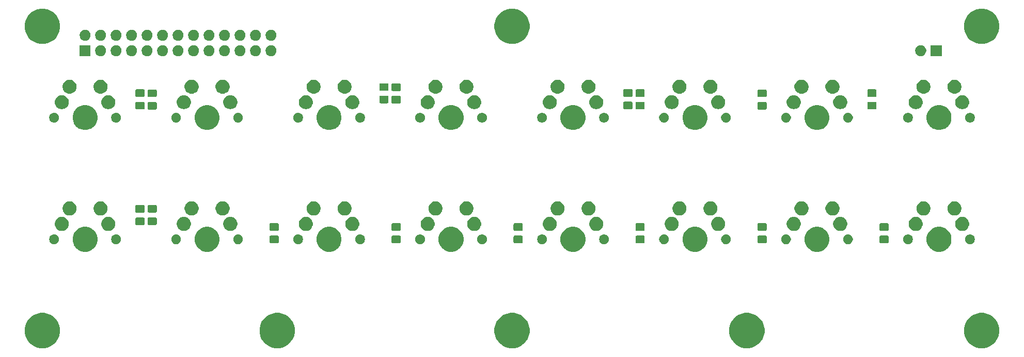
<source format=gbr>
G04 #@! TF.GenerationSoftware,KiCad,Pcbnew,(5.1.5)-3*
G04 #@! TF.CreationDate,2020-07-04T05:03:46+02:00*
G04 #@! TF.ProjectId,buttonboard,62757474-6f6e-4626-9f61-72642e6b6963,rev?*
G04 #@! TF.SameCoordinates,Original*
G04 #@! TF.FileFunction,Soldermask,Top*
G04 #@! TF.FilePolarity,Negative*
%FSLAX46Y46*%
G04 Gerber Fmt 4.6, Leading zero omitted, Abs format (unit mm)*
G04 Created by KiCad (PCBNEW (5.1.5)-3) date 2020-07-04 05:03:46*
%MOMM*%
%LPD*%
G04 APERTURE LIST*
%ADD10C,0.100000*%
G04 APERTURE END LIST*
D10*
G36*
X237846189Y-222210483D02*
G01*
X237846192Y-222210484D01*
X237846191Y-222210484D01*
X238374139Y-222429167D01*
X238849280Y-222746646D01*
X239253354Y-223150720D01*
X239570833Y-223625861D01*
X239570834Y-223625863D01*
X239789517Y-224153811D01*
X239901000Y-224714275D01*
X239901000Y-225285725D01*
X239789517Y-225846189D01*
X239789516Y-225846191D01*
X239570833Y-226374139D01*
X239253354Y-226849280D01*
X238849280Y-227253354D01*
X238374139Y-227570833D01*
X238374138Y-227570834D01*
X238374137Y-227570834D01*
X237846189Y-227789517D01*
X237285725Y-227901000D01*
X236714275Y-227901000D01*
X236153811Y-227789517D01*
X235625863Y-227570834D01*
X235625862Y-227570834D01*
X235625861Y-227570833D01*
X235150720Y-227253354D01*
X234746646Y-226849280D01*
X234429167Y-226374139D01*
X234210484Y-225846191D01*
X234210483Y-225846189D01*
X234099000Y-225285725D01*
X234099000Y-224714275D01*
X234210483Y-224153811D01*
X234429166Y-223625863D01*
X234429167Y-223625861D01*
X234746646Y-223150720D01*
X235150720Y-222746646D01*
X235625861Y-222429167D01*
X236153809Y-222210484D01*
X236153808Y-222210484D01*
X236153811Y-222210483D01*
X236714275Y-222099000D01*
X237285725Y-222099000D01*
X237846189Y-222210483D01*
G37*
G36*
X83846189Y-222210483D02*
G01*
X83846192Y-222210484D01*
X83846191Y-222210484D01*
X84374139Y-222429167D01*
X84849280Y-222746646D01*
X85253354Y-223150720D01*
X85570833Y-223625861D01*
X85570834Y-223625863D01*
X85789517Y-224153811D01*
X85901000Y-224714275D01*
X85901000Y-225285725D01*
X85789517Y-225846189D01*
X85789516Y-225846191D01*
X85570833Y-226374139D01*
X85253354Y-226849280D01*
X84849280Y-227253354D01*
X84374139Y-227570833D01*
X84374138Y-227570834D01*
X84374137Y-227570834D01*
X83846189Y-227789517D01*
X83285725Y-227901000D01*
X82714275Y-227901000D01*
X82153811Y-227789517D01*
X81625863Y-227570834D01*
X81625862Y-227570834D01*
X81625861Y-227570833D01*
X81150720Y-227253354D01*
X80746646Y-226849280D01*
X80429167Y-226374139D01*
X80210484Y-225846191D01*
X80210483Y-225846189D01*
X80099000Y-225285725D01*
X80099000Y-224714275D01*
X80210483Y-224153811D01*
X80429166Y-223625863D01*
X80429167Y-223625861D01*
X80746646Y-223150720D01*
X81150720Y-222746646D01*
X81625861Y-222429167D01*
X82153809Y-222210484D01*
X82153808Y-222210484D01*
X82153811Y-222210483D01*
X82714275Y-222099000D01*
X83285725Y-222099000D01*
X83846189Y-222210483D01*
G37*
G36*
X122346189Y-222210483D02*
G01*
X122346192Y-222210484D01*
X122346191Y-222210484D01*
X122874139Y-222429167D01*
X123349280Y-222746646D01*
X123753354Y-223150720D01*
X124070833Y-223625861D01*
X124070834Y-223625863D01*
X124289517Y-224153811D01*
X124401000Y-224714275D01*
X124401000Y-225285725D01*
X124289517Y-225846189D01*
X124289516Y-225846191D01*
X124070833Y-226374139D01*
X123753354Y-226849280D01*
X123349280Y-227253354D01*
X122874139Y-227570833D01*
X122874138Y-227570834D01*
X122874137Y-227570834D01*
X122346189Y-227789517D01*
X121785725Y-227901000D01*
X121214275Y-227901000D01*
X120653811Y-227789517D01*
X120125863Y-227570834D01*
X120125862Y-227570834D01*
X120125861Y-227570833D01*
X119650720Y-227253354D01*
X119246646Y-226849280D01*
X118929167Y-226374139D01*
X118710484Y-225846191D01*
X118710483Y-225846189D01*
X118599000Y-225285725D01*
X118599000Y-224714275D01*
X118710483Y-224153811D01*
X118929166Y-223625863D01*
X118929167Y-223625861D01*
X119246646Y-223150720D01*
X119650720Y-222746646D01*
X120125861Y-222429167D01*
X120653809Y-222210484D01*
X120653808Y-222210484D01*
X120653811Y-222210483D01*
X121214275Y-222099000D01*
X121785725Y-222099000D01*
X122346189Y-222210483D01*
G37*
G36*
X160846189Y-222210483D02*
G01*
X160846192Y-222210484D01*
X160846191Y-222210484D01*
X161374139Y-222429167D01*
X161849280Y-222746646D01*
X162253354Y-223150720D01*
X162570833Y-223625861D01*
X162570834Y-223625863D01*
X162789517Y-224153811D01*
X162901000Y-224714275D01*
X162901000Y-225285725D01*
X162789517Y-225846189D01*
X162789516Y-225846191D01*
X162570833Y-226374139D01*
X162253354Y-226849280D01*
X161849280Y-227253354D01*
X161374139Y-227570833D01*
X161374138Y-227570834D01*
X161374137Y-227570834D01*
X160846189Y-227789517D01*
X160285725Y-227901000D01*
X159714275Y-227901000D01*
X159153811Y-227789517D01*
X158625863Y-227570834D01*
X158625862Y-227570834D01*
X158625861Y-227570833D01*
X158150720Y-227253354D01*
X157746646Y-226849280D01*
X157429167Y-226374139D01*
X157210484Y-225846191D01*
X157210483Y-225846189D01*
X157099000Y-225285725D01*
X157099000Y-224714275D01*
X157210483Y-224153811D01*
X157429166Y-223625863D01*
X157429167Y-223625861D01*
X157746646Y-223150720D01*
X158150720Y-222746646D01*
X158625861Y-222429167D01*
X159153809Y-222210484D01*
X159153808Y-222210484D01*
X159153811Y-222210483D01*
X159714275Y-222099000D01*
X160285725Y-222099000D01*
X160846189Y-222210483D01*
G37*
G36*
X199346189Y-222210483D02*
G01*
X199346192Y-222210484D01*
X199346191Y-222210484D01*
X199874139Y-222429167D01*
X200349280Y-222746646D01*
X200753354Y-223150720D01*
X201070833Y-223625861D01*
X201070834Y-223625863D01*
X201289517Y-224153811D01*
X201401000Y-224714275D01*
X201401000Y-225285725D01*
X201289517Y-225846189D01*
X201289516Y-225846191D01*
X201070833Y-226374139D01*
X200753354Y-226849280D01*
X200349280Y-227253354D01*
X199874139Y-227570833D01*
X199874138Y-227570834D01*
X199874137Y-227570834D01*
X199346189Y-227789517D01*
X198785725Y-227901000D01*
X198214275Y-227901000D01*
X197653811Y-227789517D01*
X197125863Y-227570834D01*
X197125862Y-227570834D01*
X197125861Y-227570833D01*
X196650720Y-227253354D01*
X196246646Y-226849280D01*
X195929167Y-226374139D01*
X195710484Y-225846191D01*
X195710483Y-225846189D01*
X195599000Y-225285725D01*
X195599000Y-224714275D01*
X195710483Y-224153811D01*
X195929166Y-223625863D01*
X195929167Y-223625861D01*
X196246646Y-223150720D01*
X196650720Y-222746646D01*
X197125861Y-222429167D01*
X197653809Y-222210484D01*
X197653808Y-222210484D01*
X197653811Y-222210483D01*
X198214275Y-222099000D01*
X198785725Y-222099000D01*
X199346189Y-222210483D01*
G37*
G36*
X210596474Y-208033684D02*
G01*
X210814474Y-208123983D01*
X210968623Y-208187833D01*
X211303548Y-208411623D01*
X211588377Y-208696452D01*
X211812167Y-209031377D01*
X211812167Y-209031378D01*
X211966316Y-209403526D01*
X212044900Y-209798594D01*
X212044900Y-210201406D01*
X211966316Y-210596474D01*
X211881888Y-210800300D01*
X211812167Y-210968623D01*
X211588377Y-211303548D01*
X211303548Y-211588377D01*
X210968623Y-211812167D01*
X210814474Y-211876017D01*
X210596474Y-211966316D01*
X210201406Y-212044900D01*
X209798594Y-212044900D01*
X209403526Y-211966316D01*
X209185526Y-211876017D01*
X209031377Y-211812167D01*
X208696452Y-211588377D01*
X208411623Y-211303548D01*
X208187833Y-210968623D01*
X208118112Y-210800300D01*
X208033684Y-210596474D01*
X207955100Y-210201406D01*
X207955100Y-209798594D01*
X208033684Y-209403526D01*
X208187833Y-209031378D01*
X208187833Y-209031377D01*
X208411623Y-208696452D01*
X208696452Y-208411623D01*
X209031377Y-208187833D01*
X209185526Y-208123983D01*
X209403526Y-208033684D01*
X209798594Y-207955100D01*
X210201406Y-207955100D01*
X210596474Y-208033684D01*
G37*
G36*
X150596474Y-208033684D02*
G01*
X150814474Y-208123983D01*
X150968623Y-208187833D01*
X151303548Y-208411623D01*
X151588377Y-208696452D01*
X151812167Y-209031377D01*
X151812167Y-209031378D01*
X151966316Y-209403526D01*
X152044900Y-209798594D01*
X152044900Y-210201406D01*
X151966316Y-210596474D01*
X151881888Y-210800300D01*
X151812167Y-210968623D01*
X151588377Y-211303548D01*
X151303548Y-211588377D01*
X150968623Y-211812167D01*
X150814474Y-211876017D01*
X150596474Y-211966316D01*
X150201406Y-212044900D01*
X149798594Y-212044900D01*
X149403526Y-211966316D01*
X149185526Y-211876017D01*
X149031377Y-211812167D01*
X148696452Y-211588377D01*
X148411623Y-211303548D01*
X148187833Y-210968623D01*
X148118112Y-210800300D01*
X148033684Y-210596474D01*
X147955100Y-210201406D01*
X147955100Y-209798594D01*
X148033684Y-209403526D01*
X148187833Y-209031378D01*
X148187833Y-209031377D01*
X148411623Y-208696452D01*
X148696452Y-208411623D01*
X149031377Y-208187833D01*
X149185526Y-208123983D01*
X149403526Y-208033684D01*
X149798594Y-207955100D01*
X150201406Y-207955100D01*
X150596474Y-208033684D01*
G37*
G36*
X170596474Y-208033684D02*
G01*
X170814474Y-208123983D01*
X170968623Y-208187833D01*
X171303548Y-208411623D01*
X171588377Y-208696452D01*
X171812167Y-209031377D01*
X171812167Y-209031378D01*
X171966316Y-209403526D01*
X172044900Y-209798594D01*
X172044900Y-210201406D01*
X171966316Y-210596474D01*
X171881888Y-210800300D01*
X171812167Y-210968623D01*
X171588377Y-211303548D01*
X171303548Y-211588377D01*
X170968623Y-211812167D01*
X170814474Y-211876017D01*
X170596474Y-211966316D01*
X170201406Y-212044900D01*
X169798594Y-212044900D01*
X169403526Y-211966316D01*
X169185526Y-211876017D01*
X169031377Y-211812167D01*
X168696452Y-211588377D01*
X168411623Y-211303548D01*
X168187833Y-210968623D01*
X168118112Y-210800300D01*
X168033684Y-210596474D01*
X167955100Y-210201406D01*
X167955100Y-209798594D01*
X168033684Y-209403526D01*
X168187833Y-209031378D01*
X168187833Y-209031377D01*
X168411623Y-208696452D01*
X168696452Y-208411623D01*
X169031377Y-208187833D01*
X169185526Y-208123983D01*
X169403526Y-208033684D01*
X169798594Y-207955100D01*
X170201406Y-207955100D01*
X170596474Y-208033684D01*
G37*
G36*
X230596474Y-208033684D02*
G01*
X230814474Y-208123983D01*
X230968623Y-208187833D01*
X231303548Y-208411623D01*
X231588377Y-208696452D01*
X231812167Y-209031377D01*
X231812167Y-209031378D01*
X231966316Y-209403526D01*
X232044900Y-209798594D01*
X232044900Y-210201406D01*
X231966316Y-210596474D01*
X231881888Y-210800300D01*
X231812167Y-210968623D01*
X231588377Y-211303548D01*
X231303548Y-211588377D01*
X230968623Y-211812167D01*
X230814474Y-211876017D01*
X230596474Y-211966316D01*
X230201406Y-212044900D01*
X229798594Y-212044900D01*
X229403526Y-211966316D01*
X229185526Y-211876017D01*
X229031377Y-211812167D01*
X228696452Y-211588377D01*
X228411623Y-211303548D01*
X228187833Y-210968623D01*
X228118112Y-210800300D01*
X228033684Y-210596474D01*
X227955100Y-210201406D01*
X227955100Y-209798594D01*
X228033684Y-209403526D01*
X228187833Y-209031378D01*
X228187833Y-209031377D01*
X228411623Y-208696452D01*
X228696452Y-208411623D01*
X229031377Y-208187833D01*
X229185526Y-208123983D01*
X229403526Y-208033684D01*
X229798594Y-207955100D01*
X230201406Y-207955100D01*
X230596474Y-208033684D01*
G37*
G36*
X130596474Y-208033684D02*
G01*
X130814474Y-208123983D01*
X130968623Y-208187833D01*
X131303548Y-208411623D01*
X131588377Y-208696452D01*
X131812167Y-209031377D01*
X131812167Y-209031378D01*
X131966316Y-209403526D01*
X132044900Y-209798594D01*
X132044900Y-210201406D01*
X131966316Y-210596474D01*
X131881888Y-210800300D01*
X131812167Y-210968623D01*
X131588377Y-211303548D01*
X131303548Y-211588377D01*
X130968623Y-211812167D01*
X130814474Y-211876017D01*
X130596474Y-211966316D01*
X130201406Y-212044900D01*
X129798594Y-212044900D01*
X129403526Y-211966316D01*
X129185526Y-211876017D01*
X129031377Y-211812167D01*
X128696452Y-211588377D01*
X128411623Y-211303548D01*
X128187833Y-210968623D01*
X128118112Y-210800300D01*
X128033684Y-210596474D01*
X127955100Y-210201406D01*
X127955100Y-209798594D01*
X128033684Y-209403526D01*
X128187833Y-209031378D01*
X128187833Y-209031377D01*
X128411623Y-208696452D01*
X128696452Y-208411623D01*
X129031377Y-208187833D01*
X129185526Y-208123983D01*
X129403526Y-208033684D01*
X129798594Y-207955100D01*
X130201406Y-207955100D01*
X130596474Y-208033684D01*
G37*
G36*
X110596474Y-208033684D02*
G01*
X110814474Y-208123983D01*
X110968623Y-208187833D01*
X111303548Y-208411623D01*
X111588377Y-208696452D01*
X111812167Y-209031377D01*
X111812167Y-209031378D01*
X111966316Y-209403526D01*
X112044900Y-209798594D01*
X112044900Y-210201406D01*
X111966316Y-210596474D01*
X111881888Y-210800300D01*
X111812167Y-210968623D01*
X111588377Y-211303548D01*
X111303548Y-211588377D01*
X110968623Y-211812167D01*
X110814474Y-211876017D01*
X110596474Y-211966316D01*
X110201406Y-212044900D01*
X109798594Y-212044900D01*
X109403526Y-211966316D01*
X109185526Y-211876017D01*
X109031377Y-211812167D01*
X108696452Y-211588377D01*
X108411623Y-211303548D01*
X108187833Y-210968623D01*
X108118112Y-210800300D01*
X108033684Y-210596474D01*
X107955100Y-210201406D01*
X107955100Y-209798594D01*
X108033684Y-209403526D01*
X108187833Y-209031378D01*
X108187833Y-209031377D01*
X108411623Y-208696452D01*
X108696452Y-208411623D01*
X109031377Y-208187833D01*
X109185526Y-208123983D01*
X109403526Y-208033684D01*
X109798594Y-207955100D01*
X110201406Y-207955100D01*
X110596474Y-208033684D01*
G37*
G36*
X90596474Y-208033684D02*
G01*
X90814474Y-208123983D01*
X90968623Y-208187833D01*
X91303548Y-208411623D01*
X91588377Y-208696452D01*
X91812167Y-209031377D01*
X91812167Y-209031378D01*
X91966316Y-209403526D01*
X92044900Y-209798594D01*
X92044900Y-210201406D01*
X91966316Y-210596474D01*
X91881888Y-210800300D01*
X91812167Y-210968623D01*
X91588377Y-211303548D01*
X91303548Y-211588377D01*
X90968623Y-211812167D01*
X90814474Y-211876017D01*
X90596474Y-211966316D01*
X90201406Y-212044900D01*
X89798594Y-212044900D01*
X89403526Y-211966316D01*
X89185526Y-211876017D01*
X89031377Y-211812167D01*
X88696452Y-211588377D01*
X88411623Y-211303548D01*
X88187833Y-210968623D01*
X88118112Y-210800300D01*
X88033684Y-210596474D01*
X87955100Y-210201406D01*
X87955100Y-209798594D01*
X88033684Y-209403526D01*
X88187833Y-209031378D01*
X88187833Y-209031377D01*
X88411623Y-208696452D01*
X88696452Y-208411623D01*
X89031377Y-208187833D01*
X89185526Y-208123983D01*
X89403526Y-208033684D01*
X89798594Y-207955100D01*
X90201406Y-207955100D01*
X90596474Y-208033684D01*
G37*
G36*
X190596474Y-208033684D02*
G01*
X190814474Y-208123983D01*
X190968623Y-208187833D01*
X191303548Y-208411623D01*
X191588377Y-208696452D01*
X191812167Y-209031377D01*
X191812167Y-209031378D01*
X191966316Y-209403526D01*
X192044900Y-209798594D01*
X192044900Y-210201406D01*
X191966316Y-210596474D01*
X191881888Y-210800300D01*
X191812167Y-210968623D01*
X191588377Y-211303548D01*
X191303548Y-211588377D01*
X190968623Y-211812167D01*
X190814474Y-211876017D01*
X190596474Y-211966316D01*
X190201406Y-212044900D01*
X189798594Y-212044900D01*
X189403526Y-211966316D01*
X189185526Y-211876017D01*
X189031377Y-211812167D01*
X188696452Y-211588377D01*
X188411623Y-211303548D01*
X188187833Y-210968623D01*
X188118112Y-210800300D01*
X188033684Y-210596474D01*
X187955100Y-210201406D01*
X187955100Y-209798594D01*
X188033684Y-209403526D01*
X188187833Y-209031378D01*
X188187833Y-209031377D01*
X188411623Y-208696452D01*
X188696452Y-208411623D01*
X189031377Y-208187833D01*
X189185526Y-208123983D01*
X189403526Y-208033684D01*
X189798594Y-207955100D01*
X190201406Y-207955100D01*
X190596474Y-208033684D01*
G37*
G36*
X175236131Y-209215077D02*
G01*
X175313439Y-209230455D01*
X175386261Y-209260619D01*
X175459085Y-209290784D01*
X175590159Y-209378364D01*
X175701636Y-209489841D01*
X175789216Y-209620915D01*
X175849545Y-209766562D01*
X175880300Y-209921176D01*
X175880300Y-210078824D01*
X175849545Y-210233438D01*
X175789216Y-210379085D01*
X175701636Y-210510159D01*
X175590159Y-210621636D01*
X175459085Y-210709216D01*
X175386261Y-210739381D01*
X175313439Y-210769545D01*
X175236131Y-210784922D01*
X175158824Y-210800300D01*
X175001176Y-210800300D01*
X174923869Y-210784922D01*
X174846561Y-210769545D01*
X174773739Y-210739381D01*
X174700915Y-210709216D01*
X174569841Y-210621636D01*
X174458364Y-210510159D01*
X174370784Y-210379085D01*
X174310455Y-210233438D01*
X174279700Y-210078824D01*
X174279700Y-209921176D01*
X174310455Y-209766562D01*
X174370784Y-209620915D01*
X174458364Y-209489841D01*
X174569841Y-209378364D01*
X174700915Y-209290784D01*
X174773738Y-209260620D01*
X174846561Y-209230455D01*
X174923869Y-209215078D01*
X175001176Y-209199700D01*
X175158824Y-209199700D01*
X175236131Y-209215077D01*
G37*
G36*
X135236131Y-209215077D02*
G01*
X135313439Y-209230455D01*
X135386261Y-209260619D01*
X135459085Y-209290784D01*
X135590159Y-209378364D01*
X135701636Y-209489841D01*
X135789216Y-209620915D01*
X135849545Y-209766562D01*
X135880300Y-209921176D01*
X135880300Y-210078824D01*
X135849545Y-210233438D01*
X135789216Y-210379085D01*
X135701636Y-210510159D01*
X135590159Y-210621636D01*
X135459085Y-210709216D01*
X135386261Y-210739381D01*
X135313439Y-210769545D01*
X135236131Y-210784922D01*
X135158824Y-210800300D01*
X135001176Y-210800300D01*
X134923869Y-210784922D01*
X134846561Y-210769545D01*
X134773739Y-210739381D01*
X134700915Y-210709216D01*
X134569841Y-210621636D01*
X134458364Y-210510159D01*
X134370784Y-210379085D01*
X134310455Y-210233438D01*
X134279700Y-210078824D01*
X134279700Y-209921176D01*
X134310455Y-209766562D01*
X134370784Y-209620915D01*
X134458364Y-209489841D01*
X134569841Y-209378364D01*
X134700915Y-209290784D01*
X134773738Y-209260620D01*
X134846561Y-209230455D01*
X134923869Y-209215078D01*
X135001176Y-209199700D01*
X135158824Y-209199700D01*
X135236131Y-209215077D01*
G37*
G36*
X125076131Y-209215077D02*
G01*
X125153439Y-209230455D01*
X125226261Y-209260619D01*
X125299085Y-209290784D01*
X125430159Y-209378364D01*
X125541636Y-209489841D01*
X125629216Y-209620915D01*
X125689545Y-209766562D01*
X125720300Y-209921176D01*
X125720300Y-210078824D01*
X125689545Y-210233438D01*
X125629216Y-210379085D01*
X125541636Y-210510159D01*
X125430159Y-210621636D01*
X125299085Y-210709216D01*
X125226261Y-210739381D01*
X125153439Y-210769545D01*
X125076131Y-210784922D01*
X124998824Y-210800300D01*
X124841176Y-210800300D01*
X124763869Y-210784922D01*
X124686561Y-210769545D01*
X124613739Y-210739381D01*
X124540915Y-210709216D01*
X124409841Y-210621636D01*
X124298364Y-210510159D01*
X124210784Y-210379085D01*
X124150455Y-210233438D01*
X124119700Y-210078824D01*
X124119700Y-209921176D01*
X124150455Y-209766562D01*
X124210784Y-209620915D01*
X124298364Y-209489841D01*
X124409841Y-209378364D01*
X124540915Y-209290784D01*
X124613738Y-209260620D01*
X124686561Y-209230455D01*
X124763869Y-209215078D01*
X124841176Y-209199700D01*
X124998824Y-209199700D01*
X125076131Y-209215077D01*
G37*
G36*
X235236131Y-209215077D02*
G01*
X235313439Y-209230455D01*
X235386261Y-209260619D01*
X235459085Y-209290784D01*
X235590159Y-209378364D01*
X235701636Y-209489841D01*
X235789216Y-209620915D01*
X235849545Y-209766562D01*
X235880300Y-209921176D01*
X235880300Y-210078824D01*
X235849545Y-210233438D01*
X235789216Y-210379085D01*
X235701636Y-210510159D01*
X235590159Y-210621636D01*
X235459085Y-210709216D01*
X235386261Y-210739381D01*
X235313439Y-210769545D01*
X235236131Y-210784922D01*
X235158824Y-210800300D01*
X235001176Y-210800300D01*
X234923869Y-210784922D01*
X234846561Y-210769545D01*
X234773739Y-210739381D01*
X234700915Y-210709216D01*
X234569841Y-210621636D01*
X234458364Y-210510159D01*
X234370784Y-210379085D01*
X234310455Y-210233438D01*
X234279700Y-210078824D01*
X234279700Y-209921176D01*
X234310455Y-209766562D01*
X234370784Y-209620915D01*
X234458364Y-209489841D01*
X234569841Y-209378364D01*
X234700915Y-209290784D01*
X234773738Y-209260620D01*
X234846561Y-209230455D01*
X234923869Y-209215078D01*
X235001176Y-209199700D01*
X235158824Y-209199700D01*
X235236131Y-209215077D01*
G37*
G36*
X225076131Y-209215077D02*
G01*
X225153439Y-209230455D01*
X225226261Y-209260619D01*
X225299085Y-209290784D01*
X225430159Y-209378364D01*
X225541636Y-209489841D01*
X225629216Y-209620915D01*
X225689545Y-209766562D01*
X225720300Y-209921176D01*
X225720300Y-210078824D01*
X225689545Y-210233438D01*
X225629216Y-210379085D01*
X225541636Y-210510159D01*
X225430159Y-210621636D01*
X225299085Y-210709216D01*
X225226261Y-210739381D01*
X225153439Y-210769545D01*
X225076131Y-210784922D01*
X224998824Y-210800300D01*
X224841176Y-210800300D01*
X224763869Y-210784922D01*
X224686561Y-210769545D01*
X224613739Y-210739381D01*
X224540915Y-210709216D01*
X224409841Y-210621636D01*
X224298364Y-210510159D01*
X224210784Y-210379085D01*
X224150455Y-210233438D01*
X224119700Y-210078824D01*
X224119700Y-209921176D01*
X224150455Y-209766562D01*
X224210784Y-209620915D01*
X224298364Y-209489841D01*
X224409841Y-209378364D01*
X224540915Y-209290784D01*
X224613738Y-209260620D01*
X224686561Y-209230455D01*
X224763869Y-209215078D01*
X224841176Y-209199700D01*
X224998824Y-209199700D01*
X225076131Y-209215077D01*
G37*
G36*
X155236131Y-209215077D02*
G01*
X155313439Y-209230455D01*
X155386261Y-209260619D01*
X155459085Y-209290784D01*
X155590159Y-209378364D01*
X155701636Y-209489841D01*
X155789216Y-209620915D01*
X155849545Y-209766562D01*
X155880300Y-209921176D01*
X155880300Y-210078824D01*
X155849545Y-210233438D01*
X155789216Y-210379085D01*
X155701636Y-210510159D01*
X155590159Y-210621636D01*
X155459085Y-210709216D01*
X155386261Y-210739381D01*
X155313439Y-210769545D01*
X155236131Y-210784922D01*
X155158824Y-210800300D01*
X155001176Y-210800300D01*
X154923869Y-210784922D01*
X154846561Y-210769545D01*
X154773739Y-210739381D01*
X154700915Y-210709216D01*
X154569841Y-210621636D01*
X154458364Y-210510159D01*
X154370784Y-210379085D01*
X154310455Y-210233438D01*
X154279700Y-210078824D01*
X154279700Y-209921176D01*
X154310455Y-209766562D01*
X154370784Y-209620915D01*
X154458364Y-209489841D01*
X154569841Y-209378364D01*
X154700915Y-209290784D01*
X154773738Y-209260620D01*
X154846561Y-209230455D01*
X154923869Y-209215078D01*
X155001176Y-209199700D01*
X155158824Y-209199700D01*
X155236131Y-209215077D01*
G37*
G36*
X95236131Y-209215077D02*
G01*
X95313439Y-209230455D01*
X95386261Y-209260619D01*
X95459085Y-209290784D01*
X95590159Y-209378364D01*
X95701636Y-209489841D01*
X95789216Y-209620915D01*
X95849545Y-209766562D01*
X95880300Y-209921176D01*
X95880300Y-210078824D01*
X95849545Y-210233438D01*
X95789216Y-210379085D01*
X95701636Y-210510159D01*
X95590159Y-210621636D01*
X95459085Y-210709216D01*
X95386261Y-210739381D01*
X95313439Y-210769545D01*
X95236131Y-210784922D01*
X95158824Y-210800300D01*
X95001176Y-210800300D01*
X94923869Y-210784922D01*
X94846561Y-210769545D01*
X94773739Y-210739381D01*
X94700915Y-210709216D01*
X94569841Y-210621636D01*
X94458364Y-210510159D01*
X94370784Y-210379085D01*
X94310455Y-210233438D01*
X94279700Y-210078824D01*
X94279700Y-209921176D01*
X94310455Y-209766562D01*
X94370784Y-209620915D01*
X94458364Y-209489841D01*
X94569841Y-209378364D01*
X94700915Y-209290784D01*
X94773738Y-209260620D01*
X94846561Y-209230455D01*
X94923869Y-209215078D01*
X95001176Y-209199700D01*
X95158824Y-209199700D01*
X95236131Y-209215077D01*
G37*
G36*
X85076131Y-209215077D02*
G01*
X85153439Y-209230455D01*
X85226261Y-209260619D01*
X85299085Y-209290784D01*
X85430159Y-209378364D01*
X85541636Y-209489841D01*
X85629216Y-209620915D01*
X85689545Y-209766562D01*
X85720300Y-209921176D01*
X85720300Y-210078824D01*
X85689545Y-210233438D01*
X85629216Y-210379085D01*
X85541636Y-210510159D01*
X85430159Y-210621636D01*
X85299085Y-210709216D01*
X85226261Y-210739381D01*
X85153439Y-210769545D01*
X85076131Y-210784922D01*
X84998824Y-210800300D01*
X84841176Y-210800300D01*
X84763869Y-210784922D01*
X84686561Y-210769545D01*
X84613739Y-210739381D01*
X84540915Y-210709216D01*
X84409841Y-210621636D01*
X84298364Y-210510159D01*
X84210784Y-210379085D01*
X84150455Y-210233438D01*
X84119700Y-210078824D01*
X84119700Y-209921176D01*
X84150455Y-209766562D01*
X84210784Y-209620915D01*
X84298364Y-209489841D01*
X84409841Y-209378364D01*
X84540915Y-209290784D01*
X84613738Y-209260620D01*
X84686561Y-209230455D01*
X84763869Y-209215078D01*
X84841176Y-209199700D01*
X84998824Y-209199700D01*
X85076131Y-209215077D01*
G37*
G36*
X195236131Y-209215077D02*
G01*
X195313439Y-209230455D01*
X195386261Y-209260619D01*
X195459085Y-209290784D01*
X195590159Y-209378364D01*
X195701636Y-209489841D01*
X195789216Y-209620915D01*
X195849545Y-209766562D01*
X195880300Y-209921176D01*
X195880300Y-210078824D01*
X195849545Y-210233438D01*
X195789216Y-210379085D01*
X195701636Y-210510159D01*
X195590159Y-210621636D01*
X195459085Y-210709216D01*
X195386261Y-210739381D01*
X195313439Y-210769545D01*
X195236131Y-210784922D01*
X195158824Y-210800300D01*
X195001176Y-210800300D01*
X194923869Y-210784922D01*
X194846561Y-210769545D01*
X194773739Y-210739381D01*
X194700915Y-210709216D01*
X194569841Y-210621636D01*
X194458364Y-210510159D01*
X194370784Y-210379085D01*
X194310455Y-210233438D01*
X194279700Y-210078824D01*
X194279700Y-209921176D01*
X194310455Y-209766562D01*
X194370784Y-209620915D01*
X194458364Y-209489841D01*
X194569841Y-209378364D01*
X194700915Y-209290784D01*
X194773738Y-209260620D01*
X194846561Y-209230455D01*
X194923869Y-209215078D01*
X195001176Y-209199700D01*
X195158824Y-209199700D01*
X195236131Y-209215077D01*
G37*
G36*
X205076131Y-209215077D02*
G01*
X205153439Y-209230455D01*
X205226261Y-209260619D01*
X205299085Y-209290784D01*
X205430159Y-209378364D01*
X205541636Y-209489841D01*
X205629216Y-209620915D01*
X205689545Y-209766562D01*
X205720300Y-209921176D01*
X205720300Y-210078824D01*
X205689545Y-210233438D01*
X205629216Y-210379085D01*
X205541636Y-210510159D01*
X205430159Y-210621636D01*
X205299085Y-210709216D01*
X205226261Y-210739381D01*
X205153439Y-210769545D01*
X205076131Y-210784922D01*
X204998824Y-210800300D01*
X204841176Y-210800300D01*
X204763869Y-210784922D01*
X204686561Y-210769545D01*
X204613739Y-210739381D01*
X204540915Y-210709216D01*
X204409841Y-210621636D01*
X204298364Y-210510159D01*
X204210784Y-210379085D01*
X204150455Y-210233438D01*
X204119700Y-210078824D01*
X204119700Y-209921176D01*
X204150455Y-209766562D01*
X204210784Y-209620915D01*
X204298364Y-209489841D01*
X204409841Y-209378364D01*
X204540915Y-209290784D01*
X204613738Y-209260620D01*
X204686561Y-209230455D01*
X204763869Y-209215078D01*
X204841176Y-209199700D01*
X204998824Y-209199700D01*
X205076131Y-209215077D01*
G37*
G36*
X215236131Y-209215077D02*
G01*
X215313439Y-209230455D01*
X215386261Y-209260619D01*
X215459085Y-209290784D01*
X215590159Y-209378364D01*
X215701636Y-209489841D01*
X215789216Y-209620915D01*
X215849545Y-209766562D01*
X215880300Y-209921176D01*
X215880300Y-210078824D01*
X215849545Y-210233438D01*
X215789216Y-210379085D01*
X215701636Y-210510159D01*
X215590159Y-210621636D01*
X215459085Y-210709216D01*
X215386261Y-210739381D01*
X215313439Y-210769545D01*
X215236131Y-210784922D01*
X215158824Y-210800300D01*
X215001176Y-210800300D01*
X214923869Y-210784922D01*
X214846561Y-210769545D01*
X214773739Y-210739381D01*
X214700915Y-210709216D01*
X214569841Y-210621636D01*
X214458364Y-210510159D01*
X214370784Y-210379085D01*
X214310455Y-210233438D01*
X214279700Y-210078824D01*
X214279700Y-209921176D01*
X214310455Y-209766562D01*
X214370784Y-209620915D01*
X214458364Y-209489841D01*
X214569841Y-209378364D01*
X214700915Y-209290784D01*
X214773738Y-209260620D01*
X214846561Y-209230455D01*
X214923869Y-209215078D01*
X215001176Y-209199700D01*
X215158824Y-209199700D01*
X215236131Y-209215077D01*
G37*
G36*
X115236131Y-209215077D02*
G01*
X115313439Y-209230455D01*
X115386261Y-209260619D01*
X115459085Y-209290784D01*
X115590159Y-209378364D01*
X115701636Y-209489841D01*
X115789216Y-209620915D01*
X115849545Y-209766562D01*
X115880300Y-209921176D01*
X115880300Y-210078824D01*
X115849545Y-210233438D01*
X115789216Y-210379085D01*
X115701636Y-210510159D01*
X115590159Y-210621636D01*
X115459085Y-210709216D01*
X115386261Y-210739381D01*
X115313439Y-210769545D01*
X115236131Y-210784922D01*
X115158824Y-210800300D01*
X115001176Y-210800300D01*
X114923869Y-210784922D01*
X114846561Y-210769545D01*
X114773739Y-210739381D01*
X114700915Y-210709216D01*
X114569841Y-210621636D01*
X114458364Y-210510159D01*
X114370784Y-210379085D01*
X114310455Y-210233438D01*
X114279700Y-210078824D01*
X114279700Y-209921176D01*
X114310455Y-209766562D01*
X114370784Y-209620915D01*
X114458364Y-209489841D01*
X114569841Y-209378364D01*
X114700915Y-209290784D01*
X114773738Y-209260620D01*
X114846561Y-209230455D01*
X114923869Y-209215078D01*
X115001176Y-209199700D01*
X115158824Y-209199700D01*
X115236131Y-209215077D01*
G37*
G36*
X105076131Y-209215077D02*
G01*
X105153439Y-209230455D01*
X105226261Y-209260619D01*
X105299085Y-209290784D01*
X105430159Y-209378364D01*
X105541636Y-209489841D01*
X105629216Y-209620915D01*
X105689545Y-209766562D01*
X105720300Y-209921176D01*
X105720300Y-210078824D01*
X105689545Y-210233438D01*
X105629216Y-210379085D01*
X105541636Y-210510159D01*
X105430159Y-210621636D01*
X105299085Y-210709216D01*
X105226261Y-210739381D01*
X105153439Y-210769545D01*
X105076131Y-210784922D01*
X104998824Y-210800300D01*
X104841176Y-210800300D01*
X104763869Y-210784922D01*
X104686561Y-210769545D01*
X104613739Y-210739381D01*
X104540915Y-210709216D01*
X104409841Y-210621636D01*
X104298364Y-210510159D01*
X104210784Y-210379085D01*
X104150455Y-210233438D01*
X104119700Y-210078824D01*
X104119700Y-209921176D01*
X104150455Y-209766562D01*
X104210784Y-209620915D01*
X104298364Y-209489841D01*
X104409841Y-209378364D01*
X104540915Y-209290784D01*
X104613738Y-209260620D01*
X104686561Y-209230455D01*
X104763869Y-209215078D01*
X104841176Y-209199700D01*
X104998824Y-209199700D01*
X105076131Y-209215077D01*
G37*
G36*
X165076131Y-209215077D02*
G01*
X165153439Y-209230455D01*
X165226261Y-209260619D01*
X165299085Y-209290784D01*
X165430159Y-209378364D01*
X165541636Y-209489841D01*
X165629216Y-209620915D01*
X165689545Y-209766562D01*
X165720300Y-209921176D01*
X165720300Y-210078824D01*
X165689545Y-210233438D01*
X165629216Y-210379085D01*
X165541636Y-210510159D01*
X165430159Y-210621636D01*
X165299085Y-210709216D01*
X165226261Y-210739381D01*
X165153439Y-210769545D01*
X165076131Y-210784922D01*
X164998824Y-210800300D01*
X164841176Y-210800300D01*
X164763869Y-210784922D01*
X164686561Y-210769545D01*
X164613739Y-210739381D01*
X164540915Y-210709216D01*
X164409841Y-210621636D01*
X164298364Y-210510159D01*
X164210784Y-210379085D01*
X164150455Y-210233438D01*
X164119700Y-210078824D01*
X164119700Y-209921176D01*
X164150455Y-209766562D01*
X164210784Y-209620915D01*
X164298364Y-209489841D01*
X164409841Y-209378364D01*
X164540915Y-209290784D01*
X164613738Y-209260620D01*
X164686561Y-209230455D01*
X164763869Y-209215078D01*
X164841176Y-209199700D01*
X164998824Y-209199700D01*
X165076131Y-209215077D01*
G37*
G36*
X185076131Y-209215077D02*
G01*
X185153439Y-209230455D01*
X185226261Y-209260619D01*
X185299085Y-209290784D01*
X185430159Y-209378364D01*
X185541636Y-209489841D01*
X185629216Y-209620915D01*
X185689545Y-209766562D01*
X185720300Y-209921176D01*
X185720300Y-210078824D01*
X185689545Y-210233438D01*
X185629216Y-210379085D01*
X185541636Y-210510159D01*
X185430159Y-210621636D01*
X185299085Y-210709216D01*
X185226261Y-210739381D01*
X185153439Y-210769545D01*
X185076131Y-210784922D01*
X184998824Y-210800300D01*
X184841176Y-210800300D01*
X184763869Y-210784922D01*
X184686561Y-210769545D01*
X184613739Y-210739381D01*
X184540915Y-210709216D01*
X184409841Y-210621636D01*
X184298364Y-210510159D01*
X184210784Y-210379085D01*
X184150455Y-210233438D01*
X184119700Y-210078824D01*
X184119700Y-209921176D01*
X184150455Y-209766562D01*
X184210784Y-209620915D01*
X184298364Y-209489841D01*
X184409841Y-209378364D01*
X184540915Y-209290784D01*
X184613738Y-209260620D01*
X184686561Y-209230455D01*
X184763869Y-209215078D01*
X184841176Y-209199700D01*
X184998824Y-209199700D01*
X185076131Y-209215077D01*
G37*
G36*
X145076131Y-209215077D02*
G01*
X145153439Y-209230455D01*
X145226261Y-209260619D01*
X145299085Y-209290784D01*
X145430159Y-209378364D01*
X145541636Y-209489841D01*
X145629216Y-209620915D01*
X145689545Y-209766562D01*
X145720300Y-209921176D01*
X145720300Y-210078824D01*
X145689545Y-210233438D01*
X145629216Y-210379085D01*
X145541636Y-210510159D01*
X145430159Y-210621636D01*
X145299085Y-210709216D01*
X145226261Y-210739381D01*
X145153439Y-210769545D01*
X145076131Y-210784922D01*
X144998824Y-210800300D01*
X144841176Y-210800300D01*
X144763869Y-210784922D01*
X144686561Y-210769545D01*
X144613739Y-210739381D01*
X144540915Y-210709216D01*
X144409841Y-210621636D01*
X144298364Y-210510159D01*
X144210784Y-210379085D01*
X144150455Y-210233438D01*
X144119700Y-210078824D01*
X144119700Y-209921176D01*
X144150455Y-209766562D01*
X144210784Y-209620915D01*
X144298364Y-209489841D01*
X144409841Y-209378364D01*
X144540915Y-209290784D01*
X144613738Y-209260620D01*
X144686561Y-209230455D01*
X144763869Y-209215078D01*
X144841176Y-209199700D01*
X144998824Y-209199700D01*
X145076131Y-209215077D01*
G37*
G36*
X181588674Y-209403465D02*
G01*
X181626367Y-209414899D01*
X181661103Y-209433466D01*
X181691548Y-209458452D01*
X181716534Y-209488897D01*
X181735101Y-209523633D01*
X181746535Y-209561326D01*
X181751000Y-209606661D01*
X181751000Y-210443339D01*
X181746535Y-210488674D01*
X181735101Y-210526367D01*
X181716534Y-210561103D01*
X181691548Y-210591548D01*
X181661103Y-210616534D01*
X181626367Y-210635101D01*
X181588674Y-210646535D01*
X181543339Y-210651000D01*
X180456661Y-210651000D01*
X180411326Y-210646535D01*
X180373633Y-210635101D01*
X180338897Y-210616534D01*
X180308452Y-210591548D01*
X180283466Y-210561103D01*
X180264899Y-210526367D01*
X180253465Y-210488674D01*
X180249000Y-210443339D01*
X180249000Y-209606661D01*
X180253465Y-209561326D01*
X180264899Y-209523633D01*
X180283466Y-209488897D01*
X180308452Y-209458452D01*
X180338897Y-209433466D01*
X180373633Y-209414899D01*
X180411326Y-209403465D01*
X180456661Y-209399000D01*
X181543339Y-209399000D01*
X181588674Y-209403465D01*
G37*
G36*
X221588674Y-209403465D02*
G01*
X221626367Y-209414899D01*
X221661103Y-209433466D01*
X221691548Y-209458452D01*
X221716534Y-209488897D01*
X221735101Y-209523633D01*
X221746535Y-209561326D01*
X221751000Y-209606661D01*
X221751000Y-210443339D01*
X221746535Y-210488674D01*
X221735101Y-210526367D01*
X221716534Y-210561103D01*
X221691548Y-210591548D01*
X221661103Y-210616534D01*
X221626367Y-210635101D01*
X221588674Y-210646535D01*
X221543339Y-210651000D01*
X220456661Y-210651000D01*
X220411326Y-210646535D01*
X220373633Y-210635101D01*
X220338897Y-210616534D01*
X220308452Y-210591548D01*
X220283466Y-210561103D01*
X220264899Y-210526367D01*
X220253465Y-210488674D01*
X220249000Y-210443339D01*
X220249000Y-209606661D01*
X220253465Y-209561326D01*
X220264899Y-209523633D01*
X220283466Y-209488897D01*
X220308452Y-209458452D01*
X220338897Y-209433466D01*
X220373633Y-209414899D01*
X220411326Y-209403465D01*
X220456661Y-209399000D01*
X221543339Y-209399000D01*
X221588674Y-209403465D01*
G37*
G36*
X201588674Y-209403465D02*
G01*
X201626367Y-209414899D01*
X201661103Y-209433466D01*
X201691548Y-209458452D01*
X201716534Y-209488897D01*
X201735101Y-209523633D01*
X201746535Y-209561326D01*
X201751000Y-209606661D01*
X201751000Y-210443339D01*
X201746535Y-210488674D01*
X201735101Y-210526367D01*
X201716534Y-210561103D01*
X201691548Y-210591548D01*
X201661103Y-210616534D01*
X201626367Y-210635101D01*
X201588674Y-210646535D01*
X201543339Y-210651000D01*
X200456661Y-210651000D01*
X200411326Y-210646535D01*
X200373633Y-210635101D01*
X200338897Y-210616534D01*
X200308452Y-210591548D01*
X200283466Y-210561103D01*
X200264899Y-210526367D01*
X200253465Y-210488674D01*
X200249000Y-210443339D01*
X200249000Y-209606661D01*
X200253465Y-209561326D01*
X200264899Y-209523633D01*
X200283466Y-209488897D01*
X200308452Y-209458452D01*
X200338897Y-209433466D01*
X200373633Y-209414899D01*
X200411326Y-209403465D01*
X200456661Y-209399000D01*
X201543339Y-209399000D01*
X201588674Y-209403465D01*
G37*
G36*
X141588674Y-209403465D02*
G01*
X141626367Y-209414899D01*
X141661103Y-209433466D01*
X141691548Y-209458452D01*
X141716534Y-209488897D01*
X141735101Y-209523633D01*
X141746535Y-209561326D01*
X141751000Y-209606661D01*
X141751000Y-210443339D01*
X141746535Y-210488674D01*
X141735101Y-210526367D01*
X141716534Y-210561103D01*
X141691548Y-210591548D01*
X141661103Y-210616534D01*
X141626367Y-210635101D01*
X141588674Y-210646535D01*
X141543339Y-210651000D01*
X140456661Y-210651000D01*
X140411326Y-210646535D01*
X140373633Y-210635101D01*
X140338897Y-210616534D01*
X140308452Y-210591548D01*
X140283466Y-210561103D01*
X140264899Y-210526367D01*
X140253465Y-210488674D01*
X140249000Y-210443339D01*
X140249000Y-209606661D01*
X140253465Y-209561326D01*
X140264899Y-209523633D01*
X140283466Y-209488897D01*
X140308452Y-209458452D01*
X140338897Y-209433466D01*
X140373633Y-209414899D01*
X140411326Y-209403465D01*
X140456661Y-209399000D01*
X141543339Y-209399000D01*
X141588674Y-209403465D01*
G37*
G36*
X121588674Y-209403465D02*
G01*
X121626367Y-209414899D01*
X121661103Y-209433466D01*
X121691548Y-209458452D01*
X121716534Y-209488897D01*
X121735101Y-209523633D01*
X121746535Y-209561326D01*
X121751000Y-209606661D01*
X121751000Y-210443339D01*
X121746535Y-210488674D01*
X121735101Y-210526367D01*
X121716534Y-210561103D01*
X121691548Y-210591548D01*
X121661103Y-210616534D01*
X121626367Y-210635101D01*
X121588674Y-210646535D01*
X121543339Y-210651000D01*
X120456661Y-210651000D01*
X120411326Y-210646535D01*
X120373633Y-210635101D01*
X120338897Y-210616534D01*
X120308452Y-210591548D01*
X120283466Y-210561103D01*
X120264899Y-210526367D01*
X120253465Y-210488674D01*
X120249000Y-210443339D01*
X120249000Y-209606661D01*
X120253465Y-209561326D01*
X120264899Y-209523633D01*
X120283466Y-209488897D01*
X120308452Y-209458452D01*
X120338897Y-209433466D01*
X120373633Y-209414899D01*
X120411326Y-209403465D01*
X120456661Y-209399000D01*
X121543339Y-209399000D01*
X121588674Y-209403465D01*
G37*
G36*
X161588674Y-209403465D02*
G01*
X161626367Y-209414899D01*
X161661103Y-209433466D01*
X161691548Y-209458452D01*
X161716534Y-209488897D01*
X161735101Y-209523633D01*
X161746535Y-209561326D01*
X161751000Y-209606661D01*
X161751000Y-210443339D01*
X161746535Y-210488674D01*
X161735101Y-210526367D01*
X161716534Y-210561103D01*
X161691548Y-210591548D01*
X161661103Y-210616534D01*
X161626367Y-210635101D01*
X161588674Y-210646535D01*
X161543339Y-210651000D01*
X160456661Y-210651000D01*
X160411326Y-210646535D01*
X160373633Y-210635101D01*
X160338897Y-210616534D01*
X160308452Y-210591548D01*
X160283466Y-210561103D01*
X160264899Y-210526367D01*
X160253465Y-210488674D01*
X160249000Y-210443339D01*
X160249000Y-209606661D01*
X160253465Y-209561326D01*
X160264899Y-209523633D01*
X160283466Y-209488897D01*
X160308452Y-209458452D01*
X160338897Y-209433466D01*
X160373633Y-209414899D01*
X160411326Y-209403465D01*
X160456661Y-209399000D01*
X161543339Y-209399000D01*
X161588674Y-209403465D01*
G37*
G36*
X226414549Y-206331116D02*
G01*
X226525734Y-206353232D01*
X226647007Y-206403465D01*
X226734967Y-206439899D01*
X226735203Y-206439997D01*
X226923720Y-206565960D01*
X227084040Y-206726280D01*
X227210003Y-206914797D01*
X227210004Y-206914799D01*
X227296768Y-207124267D01*
X227341000Y-207346635D01*
X227341000Y-207573365D01*
X227318884Y-207684549D01*
X227296768Y-207795734D01*
X227210003Y-208005203D01*
X227084040Y-208193720D01*
X226923720Y-208354040D01*
X226735203Y-208480003D01*
X226525734Y-208566768D01*
X226457794Y-208580282D01*
X226303365Y-208611000D01*
X226076635Y-208611000D01*
X225922206Y-208580282D01*
X225854266Y-208566768D01*
X225644797Y-208480003D01*
X225456280Y-208354040D01*
X225295960Y-208193720D01*
X225169997Y-208005203D01*
X225083232Y-207795734D01*
X225061116Y-207684549D01*
X225039000Y-207573365D01*
X225039000Y-207346635D01*
X225083232Y-207124267D01*
X225169996Y-206914799D01*
X225169997Y-206914797D01*
X225295960Y-206726280D01*
X225456280Y-206565960D01*
X225644797Y-206439997D01*
X225645034Y-206439899D01*
X225732993Y-206403465D01*
X225854266Y-206353232D01*
X225965451Y-206331116D01*
X226076635Y-206309000D01*
X226303365Y-206309000D01*
X226414549Y-206331116D01*
G37*
G36*
X194034549Y-206331116D02*
G01*
X194145734Y-206353232D01*
X194267007Y-206403465D01*
X194354967Y-206439899D01*
X194355203Y-206439997D01*
X194543720Y-206565960D01*
X194704040Y-206726280D01*
X194830003Y-206914797D01*
X194830004Y-206914799D01*
X194916768Y-207124267D01*
X194961000Y-207346635D01*
X194961000Y-207573365D01*
X194938884Y-207684549D01*
X194916768Y-207795734D01*
X194830003Y-208005203D01*
X194704040Y-208193720D01*
X194543720Y-208354040D01*
X194355203Y-208480003D01*
X194145734Y-208566768D01*
X194077794Y-208580282D01*
X193923365Y-208611000D01*
X193696635Y-208611000D01*
X193542206Y-208580282D01*
X193474266Y-208566768D01*
X193264797Y-208480003D01*
X193076280Y-208354040D01*
X192915960Y-208193720D01*
X192789997Y-208005203D01*
X192703232Y-207795734D01*
X192681116Y-207684549D01*
X192659000Y-207573365D01*
X192659000Y-207346635D01*
X192703232Y-207124267D01*
X192789996Y-206914799D01*
X192789997Y-206914797D01*
X192915960Y-206726280D01*
X193076280Y-206565960D01*
X193264797Y-206439997D01*
X193265034Y-206439899D01*
X193352993Y-206403465D01*
X193474266Y-206353232D01*
X193585451Y-206331116D01*
X193696635Y-206309000D01*
X193923365Y-206309000D01*
X194034549Y-206331116D01*
G37*
G36*
X174034549Y-206331116D02*
G01*
X174145734Y-206353232D01*
X174267007Y-206403465D01*
X174354967Y-206439899D01*
X174355203Y-206439997D01*
X174543720Y-206565960D01*
X174704040Y-206726280D01*
X174830003Y-206914797D01*
X174830004Y-206914799D01*
X174916768Y-207124267D01*
X174961000Y-207346635D01*
X174961000Y-207573365D01*
X174938884Y-207684549D01*
X174916768Y-207795734D01*
X174830003Y-208005203D01*
X174704040Y-208193720D01*
X174543720Y-208354040D01*
X174355203Y-208480003D01*
X174145734Y-208566768D01*
X174077794Y-208580282D01*
X173923365Y-208611000D01*
X173696635Y-208611000D01*
X173542206Y-208580282D01*
X173474266Y-208566768D01*
X173264797Y-208480003D01*
X173076280Y-208354040D01*
X172915960Y-208193720D01*
X172789997Y-208005203D01*
X172703232Y-207795734D01*
X172681116Y-207684549D01*
X172659000Y-207573365D01*
X172659000Y-207346635D01*
X172703232Y-207124267D01*
X172789996Y-206914799D01*
X172789997Y-206914797D01*
X172915960Y-206726280D01*
X173076280Y-206565960D01*
X173264797Y-206439997D01*
X173265034Y-206439899D01*
X173352993Y-206403465D01*
X173474266Y-206353232D01*
X173585451Y-206331116D01*
X173696635Y-206309000D01*
X173923365Y-206309000D01*
X174034549Y-206331116D01*
G37*
G36*
X214034549Y-206331116D02*
G01*
X214145734Y-206353232D01*
X214267007Y-206403465D01*
X214354967Y-206439899D01*
X214355203Y-206439997D01*
X214543720Y-206565960D01*
X214704040Y-206726280D01*
X214830003Y-206914797D01*
X214830004Y-206914799D01*
X214916768Y-207124267D01*
X214961000Y-207346635D01*
X214961000Y-207573365D01*
X214938884Y-207684549D01*
X214916768Y-207795734D01*
X214830003Y-208005203D01*
X214704040Y-208193720D01*
X214543720Y-208354040D01*
X214355203Y-208480003D01*
X214145734Y-208566768D01*
X214077794Y-208580282D01*
X213923365Y-208611000D01*
X213696635Y-208611000D01*
X213542206Y-208580282D01*
X213474266Y-208566768D01*
X213264797Y-208480003D01*
X213076280Y-208354040D01*
X212915960Y-208193720D01*
X212789997Y-208005203D01*
X212703232Y-207795734D01*
X212681116Y-207684549D01*
X212659000Y-207573365D01*
X212659000Y-207346635D01*
X212703232Y-207124267D01*
X212789996Y-206914799D01*
X212789997Y-206914797D01*
X212915960Y-206726280D01*
X213076280Y-206565960D01*
X213264797Y-206439997D01*
X213265034Y-206439899D01*
X213352993Y-206403465D01*
X213474266Y-206353232D01*
X213585451Y-206331116D01*
X213696635Y-206309000D01*
X213923365Y-206309000D01*
X214034549Y-206331116D01*
G37*
G36*
X234034549Y-206331116D02*
G01*
X234145734Y-206353232D01*
X234267007Y-206403465D01*
X234354967Y-206439899D01*
X234355203Y-206439997D01*
X234543720Y-206565960D01*
X234704040Y-206726280D01*
X234830003Y-206914797D01*
X234830004Y-206914799D01*
X234916768Y-207124267D01*
X234961000Y-207346635D01*
X234961000Y-207573365D01*
X234938884Y-207684549D01*
X234916768Y-207795734D01*
X234830003Y-208005203D01*
X234704040Y-208193720D01*
X234543720Y-208354040D01*
X234355203Y-208480003D01*
X234145734Y-208566768D01*
X234077794Y-208580282D01*
X233923365Y-208611000D01*
X233696635Y-208611000D01*
X233542206Y-208580282D01*
X233474266Y-208566768D01*
X233264797Y-208480003D01*
X233076280Y-208354040D01*
X232915960Y-208193720D01*
X232789997Y-208005203D01*
X232703232Y-207795734D01*
X232681116Y-207684549D01*
X232659000Y-207573365D01*
X232659000Y-207346635D01*
X232703232Y-207124267D01*
X232789996Y-206914799D01*
X232789997Y-206914797D01*
X232915960Y-206726280D01*
X233076280Y-206565960D01*
X233264797Y-206439997D01*
X233265034Y-206439899D01*
X233352993Y-206403465D01*
X233474266Y-206353232D01*
X233585451Y-206331116D01*
X233696635Y-206309000D01*
X233923365Y-206309000D01*
X234034549Y-206331116D01*
G37*
G36*
X186414549Y-206331116D02*
G01*
X186525734Y-206353232D01*
X186647007Y-206403465D01*
X186734967Y-206439899D01*
X186735203Y-206439997D01*
X186923720Y-206565960D01*
X187084040Y-206726280D01*
X187210003Y-206914797D01*
X187210004Y-206914799D01*
X187296768Y-207124267D01*
X187341000Y-207346635D01*
X187341000Y-207573365D01*
X187318884Y-207684549D01*
X187296768Y-207795734D01*
X187210003Y-208005203D01*
X187084040Y-208193720D01*
X186923720Y-208354040D01*
X186735203Y-208480003D01*
X186525734Y-208566768D01*
X186457794Y-208580282D01*
X186303365Y-208611000D01*
X186076635Y-208611000D01*
X185922206Y-208580282D01*
X185854266Y-208566768D01*
X185644797Y-208480003D01*
X185456280Y-208354040D01*
X185295960Y-208193720D01*
X185169997Y-208005203D01*
X185083232Y-207795734D01*
X185061116Y-207684549D01*
X185039000Y-207573365D01*
X185039000Y-207346635D01*
X185083232Y-207124267D01*
X185169996Y-206914799D01*
X185169997Y-206914797D01*
X185295960Y-206726280D01*
X185456280Y-206565960D01*
X185644797Y-206439997D01*
X185645034Y-206439899D01*
X185732993Y-206403465D01*
X185854266Y-206353232D01*
X185965451Y-206331116D01*
X186076635Y-206309000D01*
X186303365Y-206309000D01*
X186414549Y-206331116D01*
G37*
G36*
X86414549Y-206331116D02*
G01*
X86525734Y-206353232D01*
X86647007Y-206403465D01*
X86734967Y-206439899D01*
X86735203Y-206439997D01*
X86923720Y-206565960D01*
X87084040Y-206726280D01*
X87210003Y-206914797D01*
X87210004Y-206914799D01*
X87296768Y-207124267D01*
X87341000Y-207346635D01*
X87341000Y-207573365D01*
X87318884Y-207684549D01*
X87296768Y-207795734D01*
X87210003Y-208005203D01*
X87084040Y-208193720D01*
X86923720Y-208354040D01*
X86735203Y-208480003D01*
X86525734Y-208566768D01*
X86457794Y-208580282D01*
X86303365Y-208611000D01*
X86076635Y-208611000D01*
X85922206Y-208580282D01*
X85854266Y-208566768D01*
X85644797Y-208480003D01*
X85456280Y-208354040D01*
X85295960Y-208193720D01*
X85169997Y-208005203D01*
X85083232Y-207795734D01*
X85061116Y-207684549D01*
X85039000Y-207573365D01*
X85039000Y-207346635D01*
X85083232Y-207124267D01*
X85169996Y-206914799D01*
X85169997Y-206914797D01*
X85295960Y-206726280D01*
X85456280Y-206565960D01*
X85644797Y-206439997D01*
X85645034Y-206439899D01*
X85732993Y-206403465D01*
X85854266Y-206353232D01*
X85965451Y-206331116D01*
X86076635Y-206309000D01*
X86303365Y-206309000D01*
X86414549Y-206331116D01*
G37*
G36*
X94034549Y-206331116D02*
G01*
X94145734Y-206353232D01*
X94267007Y-206403465D01*
X94354967Y-206439899D01*
X94355203Y-206439997D01*
X94543720Y-206565960D01*
X94704040Y-206726280D01*
X94830003Y-206914797D01*
X94830004Y-206914799D01*
X94916768Y-207124267D01*
X94961000Y-207346635D01*
X94961000Y-207573365D01*
X94938884Y-207684549D01*
X94916768Y-207795734D01*
X94830003Y-208005203D01*
X94704040Y-208193720D01*
X94543720Y-208354040D01*
X94355203Y-208480003D01*
X94145734Y-208566768D01*
X94077794Y-208580282D01*
X93923365Y-208611000D01*
X93696635Y-208611000D01*
X93542206Y-208580282D01*
X93474266Y-208566768D01*
X93264797Y-208480003D01*
X93076280Y-208354040D01*
X92915960Y-208193720D01*
X92789997Y-208005203D01*
X92703232Y-207795734D01*
X92681116Y-207684549D01*
X92659000Y-207573365D01*
X92659000Y-207346635D01*
X92703232Y-207124267D01*
X92789996Y-206914799D01*
X92789997Y-206914797D01*
X92915960Y-206726280D01*
X93076280Y-206565960D01*
X93264797Y-206439997D01*
X93265034Y-206439899D01*
X93352993Y-206403465D01*
X93474266Y-206353232D01*
X93585451Y-206331116D01*
X93696635Y-206309000D01*
X93923365Y-206309000D01*
X94034549Y-206331116D01*
G37*
G36*
X114034549Y-206331116D02*
G01*
X114145734Y-206353232D01*
X114267007Y-206403465D01*
X114354967Y-206439899D01*
X114355203Y-206439997D01*
X114543720Y-206565960D01*
X114704040Y-206726280D01*
X114830003Y-206914797D01*
X114830004Y-206914799D01*
X114916768Y-207124267D01*
X114961000Y-207346635D01*
X114961000Y-207573365D01*
X114938884Y-207684549D01*
X114916768Y-207795734D01*
X114830003Y-208005203D01*
X114704040Y-208193720D01*
X114543720Y-208354040D01*
X114355203Y-208480003D01*
X114145734Y-208566768D01*
X114077794Y-208580282D01*
X113923365Y-208611000D01*
X113696635Y-208611000D01*
X113542206Y-208580282D01*
X113474266Y-208566768D01*
X113264797Y-208480003D01*
X113076280Y-208354040D01*
X112915960Y-208193720D01*
X112789997Y-208005203D01*
X112703232Y-207795734D01*
X112681116Y-207684549D01*
X112659000Y-207573365D01*
X112659000Y-207346635D01*
X112703232Y-207124267D01*
X112789996Y-206914799D01*
X112789997Y-206914797D01*
X112915960Y-206726280D01*
X113076280Y-206565960D01*
X113264797Y-206439997D01*
X113265034Y-206439899D01*
X113352993Y-206403465D01*
X113474266Y-206353232D01*
X113585451Y-206331116D01*
X113696635Y-206309000D01*
X113923365Y-206309000D01*
X114034549Y-206331116D01*
G37*
G36*
X126414549Y-206331116D02*
G01*
X126525734Y-206353232D01*
X126647007Y-206403465D01*
X126734967Y-206439899D01*
X126735203Y-206439997D01*
X126923720Y-206565960D01*
X127084040Y-206726280D01*
X127210003Y-206914797D01*
X127210004Y-206914799D01*
X127296768Y-207124267D01*
X127341000Y-207346635D01*
X127341000Y-207573365D01*
X127318884Y-207684549D01*
X127296768Y-207795734D01*
X127210003Y-208005203D01*
X127084040Y-208193720D01*
X126923720Y-208354040D01*
X126735203Y-208480003D01*
X126525734Y-208566768D01*
X126457794Y-208580282D01*
X126303365Y-208611000D01*
X126076635Y-208611000D01*
X125922206Y-208580282D01*
X125854266Y-208566768D01*
X125644797Y-208480003D01*
X125456280Y-208354040D01*
X125295960Y-208193720D01*
X125169997Y-208005203D01*
X125083232Y-207795734D01*
X125061116Y-207684549D01*
X125039000Y-207573365D01*
X125039000Y-207346635D01*
X125083232Y-207124267D01*
X125169996Y-206914799D01*
X125169997Y-206914797D01*
X125295960Y-206726280D01*
X125456280Y-206565960D01*
X125644797Y-206439997D01*
X125645034Y-206439899D01*
X125732993Y-206403465D01*
X125854266Y-206353232D01*
X125965451Y-206331116D01*
X126076635Y-206309000D01*
X126303365Y-206309000D01*
X126414549Y-206331116D01*
G37*
G36*
X166414549Y-206331116D02*
G01*
X166525734Y-206353232D01*
X166647007Y-206403465D01*
X166734967Y-206439899D01*
X166735203Y-206439997D01*
X166923720Y-206565960D01*
X167084040Y-206726280D01*
X167210003Y-206914797D01*
X167210004Y-206914799D01*
X167296768Y-207124267D01*
X167341000Y-207346635D01*
X167341000Y-207573365D01*
X167318884Y-207684549D01*
X167296768Y-207795734D01*
X167210003Y-208005203D01*
X167084040Y-208193720D01*
X166923720Y-208354040D01*
X166735203Y-208480003D01*
X166525734Y-208566768D01*
X166457794Y-208580282D01*
X166303365Y-208611000D01*
X166076635Y-208611000D01*
X165922206Y-208580282D01*
X165854266Y-208566768D01*
X165644797Y-208480003D01*
X165456280Y-208354040D01*
X165295960Y-208193720D01*
X165169997Y-208005203D01*
X165083232Y-207795734D01*
X165061116Y-207684549D01*
X165039000Y-207573365D01*
X165039000Y-207346635D01*
X165083232Y-207124267D01*
X165169996Y-206914799D01*
X165169997Y-206914797D01*
X165295960Y-206726280D01*
X165456280Y-206565960D01*
X165644797Y-206439997D01*
X165645034Y-206439899D01*
X165732993Y-206403465D01*
X165854266Y-206353232D01*
X165965451Y-206331116D01*
X166076635Y-206309000D01*
X166303365Y-206309000D01*
X166414549Y-206331116D01*
G37*
G36*
X134034549Y-206331116D02*
G01*
X134145734Y-206353232D01*
X134267007Y-206403465D01*
X134354967Y-206439899D01*
X134355203Y-206439997D01*
X134543720Y-206565960D01*
X134704040Y-206726280D01*
X134830003Y-206914797D01*
X134830004Y-206914799D01*
X134916768Y-207124267D01*
X134961000Y-207346635D01*
X134961000Y-207573365D01*
X134938884Y-207684549D01*
X134916768Y-207795734D01*
X134830003Y-208005203D01*
X134704040Y-208193720D01*
X134543720Y-208354040D01*
X134355203Y-208480003D01*
X134145734Y-208566768D01*
X134077794Y-208580282D01*
X133923365Y-208611000D01*
X133696635Y-208611000D01*
X133542206Y-208580282D01*
X133474266Y-208566768D01*
X133264797Y-208480003D01*
X133076280Y-208354040D01*
X132915960Y-208193720D01*
X132789997Y-208005203D01*
X132703232Y-207795734D01*
X132681116Y-207684549D01*
X132659000Y-207573365D01*
X132659000Y-207346635D01*
X132703232Y-207124267D01*
X132789996Y-206914799D01*
X132789997Y-206914797D01*
X132915960Y-206726280D01*
X133076280Y-206565960D01*
X133264797Y-206439997D01*
X133265034Y-206439899D01*
X133352993Y-206403465D01*
X133474266Y-206353232D01*
X133585451Y-206331116D01*
X133696635Y-206309000D01*
X133923365Y-206309000D01*
X134034549Y-206331116D01*
G37*
G36*
X146414549Y-206331116D02*
G01*
X146525734Y-206353232D01*
X146647007Y-206403465D01*
X146734967Y-206439899D01*
X146735203Y-206439997D01*
X146923720Y-206565960D01*
X147084040Y-206726280D01*
X147210003Y-206914797D01*
X147210004Y-206914799D01*
X147296768Y-207124267D01*
X147341000Y-207346635D01*
X147341000Y-207573365D01*
X147318884Y-207684549D01*
X147296768Y-207795734D01*
X147210003Y-208005203D01*
X147084040Y-208193720D01*
X146923720Y-208354040D01*
X146735203Y-208480003D01*
X146525734Y-208566768D01*
X146457794Y-208580282D01*
X146303365Y-208611000D01*
X146076635Y-208611000D01*
X145922206Y-208580282D01*
X145854266Y-208566768D01*
X145644797Y-208480003D01*
X145456280Y-208354040D01*
X145295960Y-208193720D01*
X145169997Y-208005203D01*
X145083232Y-207795734D01*
X145061116Y-207684549D01*
X145039000Y-207573365D01*
X145039000Y-207346635D01*
X145083232Y-207124267D01*
X145169996Y-206914799D01*
X145169997Y-206914797D01*
X145295960Y-206726280D01*
X145456280Y-206565960D01*
X145644797Y-206439997D01*
X145645034Y-206439899D01*
X145732993Y-206403465D01*
X145854266Y-206353232D01*
X145965451Y-206331116D01*
X146076635Y-206309000D01*
X146303365Y-206309000D01*
X146414549Y-206331116D01*
G37*
G36*
X154034549Y-206331116D02*
G01*
X154145734Y-206353232D01*
X154267007Y-206403465D01*
X154354967Y-206439899D01*
X154355203Y-206439997D01*
X154543720Y-206565960D01*
X154704040Y-206726280D01*
X154830003Y-206914797D01*
X154830004Y-206914799D01*
X154916768Y-207124267D01*
X154961000Y-207346635D01*
X154961000Y-207573365D01*
X154938884Y-207684549D01*
X154916768Y-207795734D01*
X154830003Y-208005203D01*
X154704040Y-208193720D01*
X154543720Y-208354040D01*
X154355203Y-208480003D01*
X154145734Y-208566768D01*
X154077794Y-208580282D01*
X153923365Y-208611000D01*
X153696635Y-208611000D01*
X153542206Y-208580282D01*
X153474266Y-208566768D01*
X153264797Y-208480003D01*
X153076280Y-208354040D01*
X152915960Y-208193720D01*
X152789997Y-208005203D01*
X152703232Y-207795734D01*
X152681116Y-207684549D01*
X152659000Y-207573365D01*
X152659000Y-207346635D01*
X152703232Y-207124267D01*
X152789996Y-206914799D01*
X152789997Y-206914797D01*
X152915960Y-206726280D01*
X153076280Y-206565960D01*
X153264797Y-206439997D01*
X153265034Y-206439899D01*
X153352993Y-206403465D01*
X153474266Y-206353232D01*
X153585451Y-206331116D01*
X153696635Y-206309000D01*
X153923365Y-206309000D01*
X154034549Y-206331116D01*
G37*
G36*
X206414549Y-206331116D02*
G01*
X206525734Y-206353232D01*
X206647007Y-206403465D01*
X206734967Y-206439899D01*
X206735203Y-206439997D01*
X206923720Y-206565960D01*
X207084040Y-206726280D01*
X207210003Y-206914797D01*
X207210004Y-206914799D01*
X207296768Y-207124267D01*
X207341000Y-207346635D01*
X207341000Y-207573365D01*
X207318884Y-207684549D01*
X207296768Y-207795734D01*
X207210003Y-208005203D01*
X207084040Y-208193720D01*
X206923720Y-208354040D01*
X206735203Y-208480003D01*
X206525734Y-208566768D01*
X206457794Y-208580282D01*
X206303365Y-208611000D01*
X206076635Y-208611000D01*
X205922206Y-208580282D01*
X205854266Y-208566768D01*
X205644797Y-208480003D01*
X205456280Y-208354040D01*
X205295960Y-208193720D01*
X205169997Y-208005203D01*
X205083232Y-207795734D01*
X205061116Y-207684549D01*
X205039000Y-207573365D01*
X205039000Y-207346635D01*
X205083232Y-207124267D01*
X205169996Y-206914799D01*
X205169997Y-206914797D01*
X205295960Y-206726280D01*
X205456280Y-206565960D01*
X205644797Y-206439997D01*
X205645034Y-206439899D01*
X205732993Y-206403465D01*
X205854266Y-206353232D01*
X205965451Y-206331116D01*
X206076635Y-206309000D01*
X206303365Y-206309000D01*
X206414549Y-206331116D01*
G37*
G36*
X106414549Y-206331116D02*
G01*
X106525734Y-206353232D01*
X106647007Y-206403465D01*
X106734967Y-206439899D01*
X106735203Y-206439997D01*
X106923720Y-206565960D01*
X107084040Y-206726280D01*
X107210003Y-206914797D01*
X107210004Y-206914799D01*
X107296768Y-207124267D01*
X107341000Y-207346635D01*
X107341000Y-207573365D01*
X107318884Y-207684549D01*
X107296768Y-207795734D01*
X107210003Y-208005203D01*
X107084040Y-208193720D01*
X106923720Y-208354040D01*
X106735203Y-208480003D01*
X106525734Y-208566768D01*
X106457794Y-208580282D01*
X106303365Y-208611000D01*
X106076635Y-208611000D01*
X105922206Y-208580282D01*
X105854266Y-208566768D01*
X105644797Y-208480003D01*
X105456280Y-208354040D01*
X105295960Y-208193720D01*
X105169997Y-208005203D01*
X105083232Y-207795734D01*
X105061116Y-207684549D01*
X105039000Y-207573365D01*
X105039000Y-207346635D01*
X105083232Y-207124267D01*
X105169996Y-206914799D01*
X105169997Y-206914797D01*
X105295960Y-206726280D01*
X105456280Y-206565960D01*
X105644797Y-206439997D01*
X105645034Y-206439899D01*
X105732993Y-206403465D01*
X105854266Y-206353232D01*
X105965451Y-206331116D01*
X106076635Y-206309000D01*
X106303365Y-206309000D01*
X106414549Y-206331116D01*
G37*
G36*
X141588674Y-207353465D02*
G01*
X141626367Y-207364899D01*
X141661103Y-207383466D01*
X141691548Y-207408452D01*
X141716534Y-207438897D01*
X141735101Y-207473633D01*
X141746535Y-207511326D01*
X141751000Y-207556661D01*
X141751000Y-208393339D01*
X141746535Y-208438674D01*
X141735101Y-208476367D01*
X141716534Y-208511103D01*
X141691548Y-208541548D01*
X141661103Y-208566534D01*
X141626367Y-208585101D01*
X141588674Y-208596535D01*
X141543339Y-208601000D01*
X140456661Y-208601000D01*
X140411326Y-208596535D01*
X140373633Y-208585101D01*
X140338897Y-208566534D01*
X140308452Y-208541548D01*
X140283466Y-208511103D01*
X140264899Y-208476367D01*
X140253465Y-208438674D01*
X140249000Y-208393339D01*
X140249000Y-207556661D01*
X140253465Y-207511326D01*
X140264899Y-207473633D01*
X140283466Y-207438897D01*
X140308452Y-207408452D01*
X140338897Y-207383466D01*
X140373633Y-207364899D01*
X140411326Y-207353465D01*
X140456661Y-207349000D01*
X141543339Y-207349000D01*
X141588674Y-207353465D01*
G37*
G36*
X121588674Y-207353465D02*
G01*
X121626367Y-207364899D01*
X121661103Y-207383466D01*
X121691548Y-207408452D01*
X121716534Y-207438897D01*
X121735101Y-207473633D01*
X121746535Y-207511326D01*
X121751000Y-207556661D01*
X121751000Y-208393339D01*
X121746535Y-208438674D01*
X121735101Y-208476367D01*
X121716534Y-208511103D01*
X121691548Y-208541548D01*
X121661103Y-208566534D01*
X121626367Y-208585101D01*
X121588674Y-208596535D01*
X121543339Y-208601000D01*
X120456661Y-208601000D01*
X120411326Y-208596535D01*
X120373633Y-208585101D01*
X120338897Y-208566534D01*
X120308452Y-208541548D01*
X120283466Y-208511103D01*
X120264899Y-208476367D01*
X120253465Y-208438674D01*
X120249000Y-208393339D01*
X120249000Y-207556661D01*
X120253465Y-207511326D01*
X120264899Y-207473633D01*
X120283466Y-207438897D01*
X120308452Y-207408452D01*
X120338897Y-207383466D01*
X120373633Y-207364899D01*
X120411326Y-207353465D01*
X120456661Y-207349000D01*
X121543339Y-207349000D01*
X121588674Y-207353465D01*
G37*
G36*
X161588674Y-207353465D02*
G01*
X161626367Y-207364899D01*
X161661103Y-207383466D01*
X161691548Y-207408452D01*
X161716534Y-207438897D01*
X161735101Y-207473633D01*
X161746535Y-207511326D01*
X161751000Y-207556661D01*
X161751000Y-208393339D01*
X161746535Y-208438674D01*
X161735101Y-208476367D01*
X161716534Y-208511103D01*
X161691548Y-208541548D01*
X161661103Y-208566534D01*
X161626367Y-208585101D01*
X161588674Y-208596535D01*
X161543339Y-208601000D01*
X160456661Y-208601000D01*
X160411326Y-208596535D01*
X160373633Y-208585101D01*
X160338897Y-208566534D01*
X160308452Y-208541548D01*
X160283466Y-208511103D01*
X160264899Y-208476367D01*
X160253465Y-208438674D01*
X160249000Y-208393339D01*
X160249000Y-207556661D01*
X160253465Y-207511326D01*
X160264899Y-207473633D01*
X160283466Y-207438897D01*
X160308452Y-207408452D01*
X160338897Y-207383466D01*
X160373633Y-207364899D01*
X160411326Y-207353465D01*
X160456661Y-207349000D01*
X161543339Y-207349000D01*
X161588674Y-207353465D01*
G37*
G36*
X181588674Y-207353465D02*
G01*
X181626367Y-207364899D01*
X181661103Y-207383466D01*
X181691548Y-207408452D01*
X181716534Y-207438897D01*
X181735101Y-207473633D01*
X181746535Y-207511326D01*
X181751000Y-207556661D01*
X181751000Y-208393339D01*
X181746535Y-208438674D01*
X181735101Y-208476367D01*
X181716534Y-208511103D01*
X181691548Y-208541548D01*
X181661103Y-208566534D01*
X181626367Y-208585101D01*
X181588674Y-208596535D01*
X181543339Y-208601000D01*
X180456661Y-208601000D01*
X180411326Y-208596535D01*
X180373633Y-208585101D01*
X180338897Y-208566534D01*
X180308452Y-208541548D01*
X180283466Y-208511103D01*
X180264899Y-208476367D01*
X180253465Y-208438674D01*
X180249000Y-208393339D01*
X180249000Y-207556661D01*
X180253465Y-207511326D01*
X180264899Y-207473633D01*
X180283466Y-207438897D01*
X180308452Y-207408452D01*
X180338897Y-207383466D01*
X180373633Y-207364899D01*
X180411326Y-207353465D01*
X180456661Y-207349000D01*
X181543339Y-207349000D01*
X181588674Y-207353465D01*
G37*
G36*
X201588674Y-207353465D02*
G01*
X201626367Y-207364899D01*
X201661103Y-207383466D01*
X201691548Y-207408452D01*
X201716534Y-207438897D01*
X201735101Y-207473633D01*
X201746535Y-207511326D01*
X201751000Y-207556661D01*
X201751000Y-208393339D01*
X201746535Y-208438674D01*
X201735101Y-208476367D01*
X201716534Y-208511103D01*
X201691548Y-208541548D01*
X201661103Y-208566534D01*
X201626367Y-208585101D01*
X201588674Y-208596535D01*
X201543339Y-208601000D01*
X200456661Y-208601000D01*
X200411326Y-208596535D01*
X200373633Y-208585101D01*
X200338897Y-208566534D01*
X200308452Y-208541548D01*
X200283466Y-208511103D01*
X200264899Y-208476367D01*
X200253465Y-208438674D01*
X200249000Y-208393339D01*
X200249000Y-207556661D01*
X200253465Y-207511326D01*
X200264899Y-207473633D01*
X200283466Y-207438897D01*
X200308452Y-207408452D01*
X200338897Y-207383466D01*
X200373633Y-207364899D01*
X200411326Y-207353465D01*
X200456661Y-207349000D01*
X201543339Y-207349000D01*
X201588674Y-207353465D01*
G37*
G36*
X221588674Y-207353465D02*
G01*
X221626367Y-207364899D01*
X221661103Y-207383466D01*
X221691548Y-207408452D01*
X221716534Y-207438897D01*
X221735101Y-207473633D01*
X221746535Y-207511326D01*
X221751000Y-207556661D01*
X221751000Y-208393339D01*
X221746535Y-208438674D01*
X221735101Y-208476367D01*
X221716534Y-208511103D01*
X221691548Y-208541548D01*
X221661103Y-208566534D01*
X221626367Y-208585101D01*
X221588674Y-208596535D01*
X221543339Y-208601000D01*
X220456661Y-208601000D01*
X220411326Y-208596535D01*
X220373633Y-208585101D01*
X220338897Y-208566534D01*
X220308452Y-208541548D01*
X220283466Y-208511103D01*
X220264899Y-208476367D01*
X220253465Y-208438674D01*
X220249000Y-208393339D01*
X220249000Y-207556661D01*
X220253465Y-207511326D01*
X220264899Y-207473633D01*
X220283466Y-207438897D01*
X220308452Y-207408452D01*
X220338897Y-207383466D01*
X220373633Y-207364899D01*
X220411326Y-207353465D01*
X220456661Y-207349000D01*
X221543339Y-207349000D01*
X221588674Y-207353465D01*
G37*
G36*
X99588674Y-206428465D02*
G01*
X99626367Y-206439899D01*
X99661103Y-206458466D01*
X99691548Y-206483452D01*
X99716534Y-206513897D01*
X99735101Y-206548633D01*
X99746535Y-206586326D01*
X99751000Y-206631661D01*
X99751000Y-207468339D01*
X99746535Y-207513674D01*
X99735101Y-207551367D01*
X99716534Y-207586103D01*
X99691548Y-207616548D01*
X99661103Y-207641534D01*
X99626367Y-207660101D01*
X99588674Y-207671535D01*
X99543339Y-207676000D01*
X98456661Y-207676000D01*
X98411326Y-207671535D01*
X98373633Y-207660101D01*
X98338897Y-207641534D01*
X98308452Y-207616548D01*
X98283466Y-207586103D01*
X98264899Y-207551367D01*
X98253465Y-207513674D01*
X98249000Y-207468339D01*
X98249000Y-206631661D01*
X98253465Y-206586326D01*
X98264899Y-206548633D01*
X98283466Y-206513897D01*
X98308452Y-206483452D01*
X98338897Y-206458466D01*
X98373633Y-206439899D01*
X98411326Y-206428465D01*
X98456661Y-206424000D01*
X99543339Y-206424000D01*
X99588674Y-206428465D01*
G37*
G36*
X101588674Y-206403465D02*
G01*
X101626367Y-206414899D01*
X101661103Y-206433466D01*
X101691548Y-206458452D01*
X101716534Y-206488897D01*
X101735101Y-206523633D01*
X101746535Y-206561326D01*
X101751000Y-206606661D01*
X101751000Y-207443339D01*
X101746535Y-207488674D01*
X101735101Y-207526367D01*
X101716534Y-207561103D01*
X101691548Y-207591548D01*
X101661103Y-207616534D01*
X101626367Y-207635101D01*
X101588674Y-207646535D01*
X101543339Y-207651000D01*
X100456661Y-207651000D01*
X100411326Y-207646535D01*
X100373633Y-207635101D01*
X100338897Y-207616534D01*
X100308452Y-207591548D01*
X100283466Y-207561103D01*
X100264899Y-207526367D01*
X100253465Y-207488674D01*
X100249000Y-207443339D01*
X100249000Y-206606661D01*
X100253465Y-206561326D01*
X100264899Y-206523633D01*
X100283466Y-206488897D01*
X100308452Y-206458452D01*
X100338897Y-206433466D01*
X100373633Y-206414899D01*
X100411326Y-206403465D01*
X100456661Y-206399000D01*
X101543339Y-206399000D01*
X101588674Y-206403465D01*
G37*
G36*
X227684549Y-203791116D02*
G01*
X227795734Y-203813232D01*
X228005203Y-203899997D01*
X228193720Y-204025960D01*
X228354040Y-204186280D01*
X228473389Y-204364899D01*
X228480004Y-204374799D01*
X228502338Y-204428718D01*
X228566768Y-204584266D01*
X228611000Y-204806636D01*
X228611000Y-205033364D01*
X228566768Y-205255734D01*
X228514498Y-205381925D01*
X228480637Y-205463674D01*
X228480003Y-205465203D01*
X228354040Y-205653720D01*
X228193720Y-205814040D01*
X228005203Y-205940003D01*
X227795734Y-206026768D01*
X227684549Y-206048884D01*
X227573365Y-206071000D01*
X227346635Y-206071000D01*
X227235451Y-206048884D01*
X227124266Y-206026768D01*
X226914797Y-205940003D01*
X226726280Y-205814040D01*
X226565960Y-205653720D01*
X226439997Y-205465203D01*
X226439364Y-205463674D01*
X226405502Y-205381925D01*
X226353232Y-205255734D01*
X226309000Y-205033364D01*
X226309000Y-204806636D01*
X226353232Y-204584266D01*
X226417662Y-204428718D01*
X226439996Y-204374799D01*
X226446611Y-204364899D01*
X226565960Y-204186280D01*
X226726280Y-204025960D01*
X226914797Y-203899997D01*
X227124266Y-203813232D01*
X227235451Y-203791116D01*
X227346635Y-203769000D01*
X227573365Y-203769000D01*
X227684549Y-203791116D01*
G37*
G36*
X127684549Y-203791116D02*
G01*
X127795734Y-203813232D01*
X128005203Y-203899997D01*
X128193720Y-204025960D01*
X128354040Y-204186280D01*
X128473389Y-204364899D01*
X128480004Y-204374799D01*
X128502338Y-204428718D01*
X128566768Y-204584266D01*
X128611000Y-204806636D01*
X128611000Y-205033364D01*
X128566768Y-205255734D01*
X128514498Y-205381925D01*
X128480637Y-205463674D01*
X128480003Y-205465203D01*
X128354040Y-205653720D01*
X128193720Y-205814040D01*
X128005203Y-205940003D01*
X127795734Y-206026768D01*
X127684549Y-206048884D01*
X127573365Y-206071000D01*
X127346635Y-206071000D01*
X127235451Y-206048884D01*
X127124266Y-206026768D01*
X126914797Y-205940003D01*
X126726280Y-205814040D01*
X126565960Y-205653720D01*
X126439997Y-205465203D01*
X126439364Y-205463674D01*
X126405502Y-205381925D01*
X126353232Y-205255734D01*
X126309000Y-205033364D01*
X126309000Y-204806636D01*
X126353232Y-204584266D01*
X126417662Y-204428718D01*
X126439996Y-204374799D01*
X126446611Y-204364899D01*
X126565960Y-204186280D01*
X126726280Y-204025960D01*
X126914797Y-203899997D01*
X127124266Y-203813232D01*
X127235451Y-203791116D01*
X127346635Y-203769000D01*
X127573365Y-203769000D01*
X127684549Y-203791116D01*
G37*
G36*
X132764549Y-203791116D02*
G01*
X132875734Y-203813232D01*
X133085203Y-203899997D01*
X133273720Y-204025960D01*
X133434040Y-204186280D01*
X133553389Y-204364899D01*
X133560004Y-204374799D01*
X133582338Y-204428718D01*
X133646768Y-204584266D01*
X133691000Y-204806636D01*
X133691000Y-205033364D01*
X133646768Y-205255734D01*
X133594498Y-205381925D01*
X133560637Y-205463674D01*
X133560003Y-205465203D01*
X133434040Y-205653720D01*
X133273720Y-205814040D01*
X133085203Y-205940003D01*
X132875734Y-206026768D01*
X132764549Y-206048884D01*
X132653365Y-206071000D01*
X132426635Y-206071000D01*
X132315451Y-206048884D01*
X132204266Y-206026768D01*
X131994797Y-205940003D01*
X131806280Y-205814040D01*
X131645960Y-205653720D01*
X131519997Y-205465203D01*
X131519364Y-205463674D01*
X131485502Y-205381925D01*
X131433232Y-205255734D01*
X131389000Y-205033364D01*
X131389000Y-204806636D01*
X131433232Y-204584266D01*
X131497662Y-204428718D01*
X131519996Y-204374799D01*
X131526611Y-204364899D01*
X131645960Y-204186280D01*
X131806280Y-204025960D01*
X131994797Y-203899997D01*
X132204266Y-203813232D01*
X132315451Y-203791116D01*
X132426635Y-203769000D01*
X132653365Y-203769000D01*
X132764549Y-203791116D01*
G37*
G36*
X167684549Y-203791116D02*
G01*
X167795734Y-203813232D01*
X168005203Y-203899997D01*
X168193720Y-204025960D01*
X168354040Y-204186280D01*
X168473389Y-204364899D01*
X168480004Y-204374799D01*
X168502338Y-204428718D01*
X168566768Y-204584266D01*
X168611000Y-204806636D01*
X168611000Y-205033364D01*
X168566768Y-205255734D01*
X168514498Y-205381925D01*
X168480637Y-205463674D01*
X168480003Y-205465203D01*
X168354040Y-205653720D01*
X168193720Y-205814040D01*
X168005203Y-205940003D01*
X167795734Y-206026768D01*
X167684549Y-206048884D01*
X167573365Y-206071000D01*
X167346635Y-206071000D01*
X167235451Y-206048884D01*
X167124266Y-206026768D01*
X166914797Y-205940003D01*
X166726280Y-205814040D01*
X166565960Y-205653720D01*
X166439997Y-205465203D01*
X166439364Y-205463674D01*
X166405502Y-205381925D01*
X166353232Y-205255734D01*
X166309000Y-205033364D01*
X166309000Y-204806636D01*
X166353232Y-204584266D01*
X166417662Y-204428718D01*
X166439996Y-204374799D01*
X166446611Y-204364899D01*
X166565960Y-204186280D01*
X166726280Y-204025960D01*
X166914797Y-203899997D01*
X167124266Y-203813232D01*
X167235451Y-203791116D01*
X167346635Y-203769000D01*
X167573365Y-203769000D01*
X167684549Y-203791116D01*
G37*
G36*
X172764549Y-203791116D02*
G01*
X172875734Y-203813232D01*
X173085203Y-203899997D01*
X173273720Y-204025960D01*
X173434040Y-204186280D01*
X173553389Y-204364899D01*
X173560004Y-204374799D01*
X173582338Y-204428718D01*
X173646768Y-204584266D01*
X173691000Y-204806636D01*
X173691000Y-205033364D01*
X173646768Y-205255734D01*
X173594498Y-205381925D01*
X173560637Y-205463674D01*
X173560003Y-205465203D01*
X173434040Y-205653720D01*
X173273720Y-205814040D01*
X173085203Y-205940003D01*
X172875734Y-206026768D01*
X172764549Y-206048884D01*
X172653365Y-206071000D01*
X172426635Y-206071000D01*
X172315451Y-206048884D01*
X172204266Y-206026768D01*
X171994797Y-205940003D01*
X171806280Y-205814040D01*
X171645960Y-205653720D01*
X171519997Y-205465203D01*
X171519364Y-205463674D01*
X171485502Y-205381925D01*
X171433232Y-205255734D01*
X171389000Y-205033364D01*
X171389000Y-204806636D01*
X171433232Y-204584266D01*
X171497662Y-204428718D01*
X171519996Y-204374799D01*
X171526611Y-204364899D01*
X171645960Y-204186280D01*
X171806280Y-204025960D01*
X171994797Y-203899997D01*
X172204266Y-203813232D01*
X172315451Y-203791116D01*
X172426635Y-203769000D01*
X172653365Y-203769000D01*
X172764549Y-203791116D01*
G37*
G36*
X207684549Y-203791116D02*
G01*
X207795734Y-203813232D01*
X208005203Y-203899997D01*
X208193720Y-204025960D01*
X208354040Y-204186280D01*
X208473389Y-204364899D01*
X208480004Y-204374799D01*
X208502338Y-204428718D01*
X208566768Y-204584266D01*
X208611000Y-204806636D01*
X208611000Y-205033364D01*
X208566768Y-205255734D01*
X208514498Y-205381925D01*
X208480637Y-205463674D01*
X208480003Y-205465203D01*
X208354040Y-205653720D01*
X208193720Y-205814040D01*
X208005203Y-205940003D01*
X207795734Y-206026768D01*
X207684549Y-206048884D01*
X207573365Y-206071000D01*
X207346635Y-206071000D01*
X207235451Y-206048884D01*
X207124266Y-206026768D01*
X206914797Y-205940003D01*
X206726280Y-205814040D01*
X206565960Y-205653720D01*
X206439997Y-205465203D01*
X206439364Y-205463674D01*
X206405502Y-205381925D01*
X206353232Y-205255734D01*
X206309000Y-205033364D01*
X206309000Y-204806636D01*
X206353232Y-204584266D01*
X206417662Y-204428718D01*
X206439996Y-204374799D01*
X206446611Y-204364899D01*
X206565960Y-204186280D01*
X206726280Y-204025960D01*
X206914797Y-203899997D01*
X207124266Y-203813232D01*
X207235451Y-203791116D01*
X207346635Y-203769000D01*
X207573365Y-203769000D01*
X207684549Y-203791116D01*
G37*
G36*
X212764549Y-203791116D02*
G01*
X212875734Y-203813232D01*
X213085203Y-203899997D01*
X213273720Y-204025960D01*
X213434040Y-204186280D01*
X213553389Y-204364899D01*
X213560004Y-204374799D01*
X213582338Y-204428718D01*
X213646768Y-204584266D01*
X213691000Y-204806636D01*
X213691000Y-205033364D01*
X213646768Y-205255734D01*
X213594498Y-205381925D01*
X213560637Y-205463674D01*
X213560003Y-205465203D01*
X213434040Y-205653720D01*
X213273720Y-205814040D01*
X213085203Y-205940003D01*
X212875734Y-206026768D01*
X212764549Y-206048884D01*
X212653365Y-206071000D01*
X212426635Y-206071000D01*
X212315451Y-206048884D01*
X212204266Y-206026768D01*
X211994797Y-205940003D01*
X211806280Y-205814040D01*
X211645960Y-205653720D01*
X211519997Y-205465203D01*
X211519364Y-205463674D01*
X211485502Y-205381925D01*
X211433232Y-205255734D01*
X211389000Y-205033364D01*
X211389000Y-204806636D01*
X211433232Y-204584266D01*
X211497662Y-204428718D01*
X211519996Y-204374799D01*
X211526611Y-204364899D01*
X211645960Y-204186280D01*
X211806280Y-204025960D01*
X211994797Y-203899997D01*
X212204266Y-203813232D01*
X212315451Y-203791116D01*
X212426635Y-203769000D01*
X212653365Y-203769000D01*
X212764549Y-203791116D01*
G37*
G36*
X112764549Y-203791116D02*
G01*
X112875734Y-203813232D01*
X113085203Y-203899997D01*
X113273720Y-204025960D01*
X113434040Y-204186280D01*
X113553389Y-204364899D01*
X113560004Y-204374799D01*
X113582338Y-204428718D01*
X113646768Y-204584266D01*
X113691000Y-204806636D01*
X113691000Y-205033364D01*
X113646768Y-205255734D01*
X113594498Y-205381925D01*
X113560637Y-205463674D01*
X113560003Y-205465203D01*
X113434040Y-205653720D01*
X113273720Y-205814040D01*
X113085203Y-205940003D01*
X112875734Y-206026768D01*
X112764549Y-206048884D01*
X112653365Y-206071000D01*
X112426635Y-206071000D01*
X112315451Y-206048884D01*
X112204266Y-206026768D01*
X111994797Y-205940003D01*
X111806280Y-205814040D01*
X111645960Y-205653720D01*
X111519997Y-205465203D01*
X111519364Y-205463674D01*
X111485502Y-205381925D01*
X111433232Y-205255734D01*
X111389000Y-205033364D01*
X111389000Y-204806636D01*
X111433232Y-204584266D01*
X111497662Y-204428718D01*
X111519996Y-204374799D01*
X111526611Y-204364899D01*
X111645960Y-204186280D01*
X111806280Y-204025960D01*
X111994797Y-203899997D01*
X112204266Y-203813232D01*
X112315451Y-203791116D01*
X112426635Y-203769000D01*
X112653365Y-203769000D01*
X112764549Y-203791116D01*
G37*
G36*
X147684549Y-203791116D02*
G01*
X147795734Y-203813232D01*
X148005203Y-203899997D01*
X148193720Y-204025960D01*
X148354040Y-204186280D01*
X148473389Y-204364899D01*
X148480004Y-204374799D01*
X148502338Y-204428718D01*
X148566768Y-204584266D01*
X148611000Y-204806636D01*
X148611000Y-205033364D01*
X148566768Y-205255734D01*
X148514498Y-205381925D01*
X148480637Y-205463674D01*
X148480003Y-205465203D01*
X148354040Y-205653720D01*
X148193720Y-205814040D01*
X148005203Y-205940003D01*
X147795734Y-206026768D01*
X147684549Y-206048884D01*
X147573365Y-206071000D01*
X147346635Y-206071000D01*
X147235451Y-206048884D01*
X147124266Y-206026768D01*
X146914797Y-205940003D01*
X146726280Y-205814040D01*
X146565960Y-205653720D01*
X146439997Y-205465203D01*
X146439364Y-205463674D01*
X146405502Y-205381925D01*
X146353232Y-205255734D01*
X146309000Y-205033364D01*
X146309000Y-204806636D01*
X146353232Y-204584266D01*
X146417662Y-204428718D01*
X146439996Y-204374799D01*
X146446611Y-204364899D01*
X146565960Y-204186280D01*
X146726280Y-204025960D01*
X146914797Y-203899997D01*
X147124266Y-203813232D01*
X147235451Y-203791116D01*
X147346635Y-203769000D01*
X147573365Y-203769000D01*
X147684549Y-203791116D01*
G37*
G36*
X152764549Y-203791116D02*
G01*
X152875734Y-203813232D01*
X153085203Y-203899997D01*
X153273720Y-204025960D01*
X153434040Y-204186280D01*
X153553389Y-204364899D01*
X153560004Y-204374799D01*
X153582338Y-204428718D01*
X153646768Y-204584266D01*
X153691000Y-204806636D01*
X153691000Y-205033364D01*
X153646768Y-205255734D01*
X153594498Y-205381925D01*
X153560637Y-205463674D01*
X153560003Y-205465203D01*
X153434040Y-205653720D01*
X153273720Y-205814040D01*
X153085203Y-205940003D01*
X152875734Y-206026768D01*
X152764549Y-206048884D01*
X152653365Y-206071000D01*
X152426635Y-206071000D01*
X152315451Y-206048884D01*
X152204266Y-206026768D01*
X151994797Y-205940003D01*
X151806280Y-205814040D01*
X151645960Y-205653720D01*
X151519997Y-205465203D01*
X151519364Y-205463674D01*
X151485502Y-205381925D01*
X151433232Y-205255734D01*
X151389000Y-205033364D01*
X151389000Y-204806636D01*
X151433232Y-204584266D01*
X151497662Y-204428718D01*
X151519996Y-204374799D01*
X151526611Y-204364899D01*
X151645960Y-204186280D01*
X151806280Y-204025960D01*
X151994797Y-203899997D01*
X152204266Y-203813232D01*
X152315451Y-203791116D01*
X152426635Y-203769000D01*
X152653365Y-203769000D01*
X152764549Y-203791116D01*
G37*
G36*
X87684549Y-203791116D02*
G01*
X87795734Y-203813232D01*
X88005203Y-203899997D01*
X88193720Y-204025960D01*
X88354040Y-204186280D01*
X88473389Y-204364899D01*
X88480004Y-204374799D01*
X88502338Y-204428718D01*
X88566768Y-204584266D01*
X88611000Y-204806636D01*
X88611000Y-205033364D01*
X88566768Y-205255734D01*
X88514498Y-205381925D01*
X88480637Y-205463674D01*
X88480003Y-205465203D01*
X88354040Y-205653720D01*
X88193720Y-205814040D01*
X88005203Y-205940003D01*
X87795734Y-206026768D01*
X87684549Y-206048884D01*
X87573365Y-206071000D01*
X87346635Y-206071000D01*
X87235451Y-206048884D01*
X87124266Y-206026768D01*
X86914797Y-205940003D01*
X86726280Y-205814040D01*
X86565960Y-205653720D01*
X86439997Y-205465203D01*
X86439364Y-205463674D01*
X86405502Y-205381925D01*
X86353232Y-205255734D01*
X86309000Y-205033364D01*
X86309000Y-204806636D01*
X86353232Y-204584266D01*
X86417662Y-204428718D01*
X86439996Y-204374799D01*
X86446611Y-204364899D01*
X86565960Y-204186280D01*
X86726280Y-204025960D01*
X86914797Y-203899997D01*
X87124266Y-203813232D01*
X87235451Y-203791116D01*
X87346635Y-203769000D01*
X87573365Y-203769000D01*
X87684549Y-203791116D01*
G37*
G36*
X187684549Y-203791116D02*
G01*
X187795734Y-203813232D01*
X188005203Y-203899997D01*
X188193720Y-204025960D01*
X188354040Y-204186280D01*
X188473389Y-204364899D01*
X188480004Y-204374799D01*
X188502338Y-204428718D01*
X188566768Y-204584266D01*
X188611000Y-204806636D01*
X188611000Y-205033364D01*
X188566768Y-205255734D01*
X188514498Y-205381925D01*
X188480637Y-205463674D01*
X188480003Y-205465203D01*
X188354040Y-205653720D01*
X188193720Y-205814040D01*
X188005203Y-205940003D01*
X187795734Y-206026768D01*
X187684549Y-206048884D01*
X187573365Y-206071000D01*
X187346635Y-206071000D01*
X187235451Y-206048884D01*
X187124266Y-206026768D01*
X186914797Y-205940003D01*
X186726280Y-205814040D01*
X186565960Y-205653720D01*
X186439997Y-205465203D01*
X186439364Y-205463674D01*
X186405502Y-205381925D01*
X186353232Y-205255734D01*
X186309000Y-205033364D01*
X186309000Y-204806636D01*
X186353232Y-204584266D01*
X186417662Y-204428718D01*
X186439996Y-204374799D01*
X186446611Y-204364899D01*
X186565960Y-204186280D01*
X186726280Y-204025960D01*
X186914797Y-203899997D01*
X187124266Y-203813232D01*
X187235451Y-203791116D01*
X187346635Y-203769000D01*
X187573365Y-203769000D01*
X187684549Y-203791116D01*
G37*
G36*
X92764549Y-203791116D02*
G01*
X92875734Y-203813232D01*
X93085203Y-203899997D01*
X93273720Y-204025960D01*
X93434040Y-204186280D01*
X93553389Y-204364899D01*
X93560004Y-204374799D01*
X93582338Y-204428718D01*
X93646768Y-204584266D01*
X93691000Y-204806636D01*
X93691000Y-205033364D01*
X93646768Y-205255734D01*
X93594498Y-205381925D01*
X93560637Y-205463674D01*
X93560003Y-205465203D01*
X93434040Y-205653720D01*
X93273720Y-205814040D01*
X93085203Y-205940003D01*
X92875734Y-206026768D01*
X92764549Y-206048884D01*
X92653365Y-206071000D01*
X92426635Y-206071000D01*
X92315451Y-206048884D01*
X92204266Y-206026768D01*
X91994797Y-205940003D01*
X91806280Y-205814040D01*
X91645960Y-205653720D01*
X91519997Y-205465203D01*
X91519364Y-205463674D01*
X91485502Y-205381925D01*
X91433232Y-205255734D01*
X91389000Y-205033364D01*
X91389000Y-204806636D01*
X91433232Y-204584266D01*
X91497662Y-204428718D01*
X91519996Y-204374799D01*
X91526611Y-204364899D01*
X91645960Y-204186280D01*
X91806280Y-204025960D01*
X91994797Y-203899997D01*
X92204266Y-203813232D01*
X92315451Y-203791116D01*
X92426635Y-203769000D01*
X92653365Y-203769000D01*
X92764549Y-203791116D01*
G37*
G36*
X107684549Y-203791116D02*
G01*
X107795734Y-203813232D01*
X108005203Y-203899997D01*
X108193720Y-204025960D01*
X108354040Y-204186280D01*
X108473389Y-204364899D01*
X108480004Y-204374799D01*
X108502338Y-204428718D01*
X108566768Y-204584266D01*
X108611000Y-204806636D01*
X108611000Y-205033364D01*
X108566768Y-205255734D01*
X108514498Y-205381925D01*
X108480637Y-205463674D01*
X108480003Y-205465203D01*
X108354040Y-205653720D01*
X108193720Y-205814040D01*
X108005203Y-205940003D01*
X107795734Y-206026768D01*
X107684549Y-206048884D01*
X107573365Y-206071000D01*
X107346635Y-206071000D01*
X107235451Y-206048884D01*
X107124266Y-206026768D01*
X106914797Y-205940003D01*
X106726280Y-205814040D01*
X106565960Y-205653720D01*
X106439997Y-205465203D01*
X106439364Y-205463674D01*
X106405502Y-205381925D01*
X106353232Y-205255734D01*
X106309000Y-205033364D01*
X106309000Y-204806636D01*
X106353232Y-204584266D01*
X106417662Y-204428718D01*
X106439996Y-204374799D01*
X106446611Y-204364899D01*
X106565960Y-204186280D01*
X106726280Y-204025960D01*
X106914797Y-203899997D01*
X107124266Y-203813232D01*
X107235451Y-203791116D01*
X107346635Y-203769000D01*
X107573365Y-203769000D01*
X107684549Y-203791116D01*
G37*
G36*
X192764549Y-203791116D02*
G01*
X192875734Y-203813232D01*
X193085203Y-203899997D01*
X193273720Y-204025960D01*
X193434040Y-204186280D01*
X193553389Y-204364899D01*
X193560004Y-204374799D01*
X193582338Y-204428718D01*
X193646768Y-204584266D01*
X193691000Y-204806636D01*
X193691000Y-205033364D01*
X193646768Y-205255734D01*
X193594498Y-205381925D01*
X193560637Y-205463674D01*
X193560003Y-205465203D01*
X193434040Y-205653720D01*
X193273720Y-205814040D01*
X193085203Y-205940003D01*
X192875734Y-206026768D01*
X192764549Y-206048884D01*
X192653365Y-206071000D01*
X192426635Y-206071000D01*
X192315451Y-206048884D01*
X192204266Y-206026768D01*
X191994797Y-205940003D01*
X191806280Y-205814040D01*
X191645960Y-205653720D01*
X191519997Y-205465203D01*
X191519364Y-205463674D01*
X191485502Y-205381925D01*
X191433232Y-205255734D01*
X191389000Y-205033364D01*
X191389000Y-204806636D01*
X191433232Y-204584266D01*
X191497662Y-204428718D01*
X191519996Y-204374799D01*
X191526611Y-204364899D01*
X191645960Y-204186280D01*
X191806280Y-204025960D01*
X191994797Y-203899997D01*
X192204266Y-203813232D01*
X192315451Y-203791116D01*
X192426635Y-203769000D01*
X192653365Y-203769000D01*
X192764549Y-203791116D01*
G37*
G36*
X232764549Y-203791116D02*
G01*
X232875734Y-203813232D01*
X233085203Y-203899997D01*
X233273720Y-204025960D01*
X233434040Y-204186280D01*
X233553389Y-204364899D01*
X233560004Y-204374799D01*
X233582338Y-204428718D01*
X233646768Y-204584266D01*
X233691000Y-204806636D01*
X233691000Y-205033364D01*
X233646768Y-205255734D01*
X233594498Y-205381925D01*
X233560637Y-205463674D01*
X233560003Y-205465203D01*
X233434040Y-205653720D01*
X233273720Y-205814040D01*
X233085203Y-205940003D01*
X232875734Y-206026768D01*
X232764549Y-206048884D01*
X232653365Y-206071000D01*
X232426635Y-206071000D01*
X232315451Y-206048884D01*
X232204266Y-206026768D01*
X231994797Y-205940003D01*
X231806280Y-205814040D01*
X231645960Y-205653720D01*
X231519997Y-205465203D01*
X231519364Y-205463674D01*
X231485502Y-205381925D01*
X231433232Y-205255734D01*
X231389000Y-205033364D01*
X231389000Y-204806636D01*
X231433232Y-204584266D01*
X231497662Y-204428718D01*
X231519996Y-204374799D01*
X231526611Y-204364899D01*
X231645960Y-204186280D01*
X231806280Y-204025960D01*
X231994797Y-203899997D01*
X232204266Y-203813232D01*
X232315451Y-203791116D01*
X232426635Y-203769000D01*
X232653365Y-203769000D01*
X232764549Y-203791116D01*
G37*
G36*
X99588674Y-204378465D02*
G01*
X99626367Y-204389899D01*
X99661103Y-204408466D01*
X99691548Y-204433452D01*
X99716534Y-204463897D01*
X99735101Y-204498633D01*
X99746535Y-204536326D01*
X99751000Y-204581661D01*
X99751000Y-205418339D01*
X99746535Y-205463674D01*
X99735101Y-205501367D01*
X99716534Y-205536103D01*
X99691548Y-205566548D01*
X99661103Y-205591534D01*
X99626367Y-205610101D01*
X99588674Y-205621535D01*
X99543339Y-205626000D01*
X98456661Y-205626000D01*
X98411326Y-205621535D01*
X98373633Y-205610101D01*
X98338897Y-205591534D01*
X98308452Y-205566548D01*
X98283466Y-205536103D01*
X98264899Y-205501367D01*
X98253465Y-205463674D01*
X98249000Y-205418339D01*
X98249000Y-204581661D01*
X98253465Y-204536326D01*
X98264899Y-204498633D01*
X98283466Y-204463897D01*
X98308452Y-204433452D01*
X98338897Y-204408466D01*
X98373633Y-204389899D01*
X98411326Y-204378465D01*
X98456661Y-204374000D01*
X99543339Y-204374000D01*
X99588674Y-204378465D01*
G37*
G36*
X101588674Y-204353465D02*
G01*
X101626367Y-204364899D01*
X101661103Y-204383466D01*
X101691548Y-204408452D01*
X101716534Y-204438897D01*
X101735101Y-204473633D01*
X101746535Y-204511326D01*
X101751000Y-204556661D01*
X101751000Y-205393339D01*
X101746535Y-205438674D01*
X101735101Y-205476367D01*
X101716534Y-205511103D01*
X101691548Y-205541548D01*
X101661103Y-205566534D01*
X101626367Y-205585101D01*
X101588674Y-205596535D01*
X101543339Y-205601000D01*
X100456661Y-205601000D01*
X100411326Y-205596535D01*
X100373633Y-205585101D01*
X100338897Y-205566534D01*
X100308452Y-205541548D01*
X100283466Y-205511103D01*
X100264899Y-205476367D01*
X100253465Y-205438674D01*
X100249000Y-205393339D01*
X100249000Y-204556661D01*
X100253465Y-204511326D01*
X100264899Y-204473633D01*
X100283466Y-204438897D01*
X100308452Y-204408452D01*
X100338897Y-204383466D01*
X100373633Y-204364899D01*
X100411326Y-204353465D01*
X100456661Y-204349000D01*
X101543339Y-204349000D01*
X101588674Y-204353465D01*
G37*
G36*
X190596474Y-188033684D02*
G01*
X190814474Y-188123983D01*
X190968623Y-188187833D01*
X191303548Y-188411623D01*
X191588377Y-188696452D01*
X191812167Y-189031377D01*
X191812167Y-189031378D01*
X191966316Y-189403526D01*
X192044900Y-189798594D01*
X192044900Y-190201406D01*
X191966316Y-190596474D01*
X191881888Y-190800300D01*
X191812167Y-190968623D01*
X191588377Y-191303548D01*
X191303548Y-191588377D01*
X190968623Y-191812167D01*
X190814474Y-191876017D01*
X190596474Y-191966316D01*
X190201406Y-192044900D01*
X189798594Y-192044900D01*
X189403526Y-191966316D01*
X189185526Y-191876017D01*
X189031377Y-191812167D01*
X188696452Y-191588377D01*
X188411623Y-191303548D01*
X188187833Y-190968623D01*
X188118112Y-190800300D01*
X188033684Y-190596474D01*
X187955100Y-190201406D01*
X187955100Y-189798594D01*
X188033684Y-189403526D01*
X188187833Y-189031378D01*
X188187833Y-189031377D01*
X188411623Y-188696452D01*
X188696452Y-188411623D01*
X189031377Y-188187833D01*
X189185526Y-188123983D01*
X189403526Y-188033684D01*
X189798594Y-187955100D01*
X190201406Y-187955100D01*
X190596474Y-188033684D01*
G37*
G36*
X90596474Y-188033684D02*
G01*
X90814474Y-188123983D01*
X90968623Y-188187833D01*
X91303548Y-188411623D01*
X91588377Y-188696452D01*
X91812167Y-189031377D01*
X91812167Y-189031378D01*
X91966316Y-189403526D01*
X92044900Y-189798594D01*
X92044900Y-190201406D01*
X91966316Y-190596474D01*
X91881888Y-190800300D01*
X91812167Y-190968623D01*
X91588377Y-191303548D01*
X91303548Y-191588377D01*
X90968623Y-191812167D01*
X90814474Y-191876017D01*
X90596474Y-191966316D01*
X90201406Y-192044900D01*
X89798594Y-192044900D01*
X89403526Y-191966316D01*
X89185526Y-191876017D01*
X89031377Y-191812167D01*
X88696452Y-191588377D01*
X88411623Y-191303548D01*
X88187833Y-190968623D01*
X88118112Y-190800300D01*
X88033684Y-190596474D01*
X87955100Y-190201406D01*
X87955100Y-189798594D01*
X88033684Y-189403526D01*
X88187833Y-189031378D01*
X88187833Y-189031377D01*
X88411623Y-188696452D01*
X88696452Y-188411623D01*
X89031377Y-188187833D01*
X89185526Y-188123983D01*
X89403526Y-188033684D01*
X89798594Y-187955100D01*
X90201406Y-187955100D01*
X90596474Y-188033684D01*
G37*
G36*
X150596474Y-188033684D02*
G01*
X150814474Y-188123983D01*
X150968623Y-188187833D01*
X151303548Y-188411623D01*
X151588377Y-188696452D01*
X151812167Y-189031377D01*
X151812167Y-189031378D01*
X151966316Y-189403526D01*
X152044900Y-189798594D01*
X152044900Y-190201406D01*
X151966316Y-190596474D01*
X151881888Y-190800300D01*
X151812167Y-190968623D01*
X151588377Y-191303548D01*
X151303548Y-191588377D01*
X150968623Y-191812167D01*
X150814474Y-191876017D01*
X150596474Y-191966316D01*
X150201406Y-192044900D01*
X149798594Y-192044900D01*
X149403526Y-191966316D01*
X149185526Y-191876017D01*
X149031377Y-191812167D01*
X148696452Y-191588377D01*
X148411623Y-191303548D01*
X148187833Y-190968623D01*
X148118112Y-190800300D01*
X148033684Y-190596474D01*
X147955100Y-190201406D01*
X147955100Y-189798594D01*
X148033684Y-189403526D01*
X148187833Y-189031378D01*
X148187833Y-189031377D01*
X148411623Y-188696452D01*
X148696452Y-188411623D01*
X149031377Y-188187833D01*
X149185526Y-188123983D01*
X149403526Y-188033684D01*
X149798594Y-187955100D01*
X150201406Y-187955100D01*
X150596474Y-188033684D01*
G37*
G36*
X110596474Y-188033684D02*
G01*
X110814474Y-188123983D01*
X110968623Y-188187833D01*
X111303548Y-188411623D01*
X111588377Y-188696452D01*
X111812167Y-189031377D01*
X111812167Y-189031378D01*
X111966316Y-189403526D01*
X112044900Y-189798594D01*
X112044900Y-190201406D01*
X111966316Y-190596474D01*
X111881888Y-190800300D01*
X111812167Y-190968623D01*
X111588377Y-191303548D01*
X111303548Y-191588377D01*
X110968623Y-191812167D01*
X110814474Y-191876017D01*
X110596474Y-191966316D01*
X110201406Y-192044900D01*
X109798594Y-192044900D01*
X109403526Y-191966316D01*
X109185526Y-191876017D01*
X109031377Y-191812167D01*
X108696452Y-191588377D01*
X108411623Y-191303548D01*
X108187833Y-190968623D01*
X108118112Y-190800300D01*
X108033684Y-190596474D01*
X107955100Y-190201406D01*
X107955100Y-189798594D01*
X108033684Y-189403526D01*
X108187833Y-189031378D01*
X108187833Y-189031377D01*
X108411623Y-188696452D01*
X108696452Y-188411623D01*
X109031377Y-188187833D01*
X109185526Y-188123983D01*
X109403526Y-188033684D01*
X109798594Y-187955100D01*
X110201406Y-187955100D01*
X110596474Y-188033684D01*
G37*
G36*
X170596474Y-188033684D02*
G01*
X170814474Y-188123983D01*
X170968623Y-188187833D01*
X171303548Y-188411623D01*
X171588377Y-188696452D01*
X171812167Y-189031377D01*
X171812167Y-189031378D01*
X171966316Y-189403526D01*
X172044900Y-189798594D01*
X172044900Y-190201406D01*
X171966316Y-190596474D01*
X171881888Y-190800300D01*
X171812167Y-190968623D01*
X171588377Y-191303548D01*
X171303548Y-191588377D01*
X170968623Y-191812167D01*
X170814474Y-191876017D01*
X170596474Y-191966316D01*
X170201406Y-192044900D01*
X169798594Y-192044900D01*
X169403526Y-191966316D01*
X169185526Y-191876017D01*
X169031377Y-191812167D01*
X168696452Y-191588377D01*
X168411623Y-191303548D01*
X168187833Y-190968623D01*
X168118112Y-190800300D01*
X168033684Y-190596474D01*
X167955100Y-190201406D01*
X167955100Y-189798594D01*
X168033684Y-189403526D01*
X168187833Y-189031378D01*
X168187833Y-189031377D01*
X168411623Y-188696452D01*
X168696452Y-188411623D01*
X169031377Y-188187833D01*
X169185526Y-188123983D01*
X169403526Y-188033684D01*
X169798594Y-187955100D01*
X170201406Y-187955100D01*
X170596474Y-188033684D01*
G37*
G36*
X210596474Y-188033684D02*
G01*
X210814474Y-188123983D01*
X210968623Y-188187833D01*
X211303548Y-188411623D01*
X211588377Y-188696452D01*
X211812167Y-189031377D01*
X211812167Y-189031378D01*
X211966316Y-189403526D01*
X212044900Y-189798594D01*
X212044900Y-190201406D01*
X211966316Y-190596474D01*
X211881888Y-190800300D01*
X211812167Y-190968623D01*
X211588377Y-191303548D01*
X211303548Y-191588377D01*
X210968623Y-191812167D01*
X210814474Y-191876017D01*
X210596474Y-191966316D01*
X210201406Y-192044900D01*
X209798594Y-192044900D01*
X209403526Y-191966316D01*
X209185526Y-191876017D01*
X209031377Y-191812167D01*
X208696452Y-191588377D01*
X208411623Y-191303548D01*
X208187833Y-190968623D01*
X208118112Y-190800300D01*
X208033684Y-190596474D01*
X207955100Y-190201406D01*
X207955100Y-189798594D01*
X208033684Y-189403526D01*
X208187833Y-189031378D01*
X208187833Y-189031377D01*
X208411623Y-188696452D01*
X208696452Y-188411623D01*
X209031377Y-188187833D01*
X209185526Y-188123983D01*
X209403526Y-188033684D01*
X209798594Y-187955100D01*
X210201406Y-187955100D01*
X210596474Y-188033684D01*
G37*
G36*
X230596474Y-188033684D02*
G01*
X230814474Y-188123983D01*
X230968623Y-188187833D01*
X231303548Y-188411623D01*
X231588377Y-188696452D01*
X231812167Y-189031377D01*
X231812167Y-189031378D01*
X231966316Y-189403526D01*
X232044900Y-189798594D01*
X232044900Y-190201406D01*
X231966316Y-190596474D01*
X231881888Y-190800300D01*
X231812167Y-190968623D01*
X231588377Y-191303548D01*
X231303548Y-191588377D01*
X230968623Y-191812167D01*
X230814474Y-191876017D01*
X230596474Y-191966316D01*
X230201406Y-192044900D01*
X229798594Y-192044900D01*
X229403526Y-191966316D01*
X229185526Y-191876017D01*
X229031377Y-191812167D01*
X228696452Y-191588377D01*
X228411623Y-191303548D01*
X228187833Y-190968623D01*
X228118112Y-190800300D01*
X228033684Y-190596474D01*
X227955100Y-190201406D01*
X227955100Y-189798594D01*
X228033684Y-189403526D01*
X228187833Y-189031378D01*
X228187833Y-189031377D01*
X228411623Y-188696452D01*
X228696452Y-188411623D01*
X229031377Y-188187833D01*
X229185526Y-188123983D01*
X229403526Y-188033684D01*
X229798594Y-187955100D01*
X230201406Y-187955100D01*
X230596474Y-188033684D01*
G37*
G36*
X130596474Y-188033684D02*
G01*
X130814474Y-188123983D01*
X130968623Y-188187833D01*
X131303548Y-188411623D01*
X131588377Y-188696452D01*
X131812167Y-189031377D01*
X131812167Y-189031378D01*
X131966316Y-189403526D01*
X132044900Y-189798594D01*
X132044900Y-190201406D01*
X131966316Y-190596474D01*
X131881888Y-190800300D01*
X131812167Y-190968623D01*
X131588377Y-191303548D01*
X131303548Y-191588377D01*
X130968623Y-191812167D01*
X130814474Y-191876017D01*
X130596474Y-191966316D01*
X130201406Y-192044900D01*
X129798594Y-192044900D01*
X129403526Y-191966316D01*
X129185526Y-191876017D01*
X129031377Y-191812167D01*
X128696452Y-191588377D01*
X128411623Y-191303548D01*
X128187833Y-190968623D01*
X128118112Y-190800300D01*
X128033684Y-190596474D01*
X127955100Y-190201406D01*
X127955100Y-189798594D01*
X128033684Y-189403526D01*
X128187833Y-189031378D01*
X128187833Y-189031377D01*
X128411623Y-188696452D01*
X128696452Y-188411623D01*
X129031377Y-188187833D01*
X129185526Y-188123983D01*
X129403526Y-188033684D01*
X129798594Y-187955100D01*
X130201406Y-187955100D01*
X130596474Y-188033684D01*
G37*
G36*
X205076131Y-189215077D02*
G01*
X205153439Y-189230455D01*
X205226262Y-189260620D01*
X205299085Y-189290784D01*
X205430159Y-189378364D01*
X205541636Y-189489841D01*
X205629216Y-189620915D01*
X205689545Y-189766562D01*
X205720300Y-189921176D01*
X205720300Y-190078824D01*
X205689545Y-190233438D01*
X205629216Y-190379085D01*
X205541636Y-190510159D01*
X205430159Y-190621636D01*
X205299085Y-190709216D01*
X205226261Y-190739381D01*
X205153439Y-190769545D01*
X205076131Y-190784923D01*
X204998824Y-190800300D01*
X204841176Y-190800300D01*
X204763869Y-190784923D01*
X204686561Y-190769545D01*
X204613739Y-190739381D01*
X204540915Y-190709216D01*
X204409841Y-190621636D01*
X204298364Y-190510159D01*
X204210784Y-190379085D01*
X204150455Y-190233438D01*
X204119700Y-190078824D01*
X204119700Y-189921176D01*
X204150455Y-189766562D01*
X204210784Y-189620915D01*
X204298364Y-189489841D01*
X204409841Y-189378364D01*
X204540915Y-189290784D01*
X204613739Y-189260619D01*
X204686561Y-189230455D01*
X204763869Y-189215077D01*
X204841176Y-189199700D01*
X204998824Y-189199700D01*
X205076131Y-189215077D01*
G37*
G36*
X225076131Y-189215077D02*
G01*
X225153439Y-189230455D01*
X225226262Y-189260620D01*
X225299085Y-189290784D01*
X225430159Y-189378364D01*
X225541636Y-189489841D01*
X225629216Y-189620915D01*
X225689545Y-189766562D01*
X225720300Y-189921176D01*
X225720300Y-190078824D01*
X225689545Y-190233438D01*
X225629216Y-190379085D01*
X225541636Y-190510159D01*
X225430159Y-190621636D01*
X225299085Y-190709216D01*
X225226261Y-190739381D01*
X225153439Y-190769545D01*
X225076131Y-190784923D01*
X224998824Y-190800300D01*
X224841176Y-190800300D01*
X224763869Y-190784923D01*
X224686561Y-190769545D01*
X224613739Y-190739381D01*
X224540915Y-190709216D01*
X224409841Y-190621636D01*
X224298364Y-190510159D01*
X224210784Y-190379085D01*
X224150455Y-190233438D01*
X224119700Y-190078824D01*
X224119700Y-189921176D01*
X224150455Y-189766562D01*
X224210784Y-189620915D01*
X224298364Y-189489841D01*
X224409841Y-189378364D01*
X224540915Y-189290784D01*
X224613739Y-189260619D01*
X224686561Y-189230455D01*
X224763869Y-189215077D01*
X224841176Y-189199700D01*
X224998824Y-189199700D01*
X225076131Y-189215077D01*
G37*
G36*
X95236131Y-189215077D02*
G01*
X95313439Y-189230455D01*
X95386262Y-189260620D01*
X95459085Y-189290784D01*
X95590159Y-189378364D01*
X95701636Y-189489841D01*
X95789216Y-189620915D01*
X95849545Y-189766562D01*
X95880300Y-189921176D01*
X95880300Y-190078824D01*
X95849545Y-190233438D01*
X95789216Y-190379085D01*
X95701636Y-190510159D01*
X95590159Y-190621636D01*
X95459085Y-190709216D01*
X95386261Y-190739381D01*
X95313439Y-190769545D01*
X95236131Y-190784923D01*
X95158824Y-190800300D01*
X95001176Y-190800300D01*
X94923869Y-190784923D01*
X94846561Y-190769545D01*
X94773739Y-190739381D01*
X94700915Y-190709216D01*
X94569841Y-190621636D01*
X94458364Y-190510159D01*
X94370784Y-190379085D01*
X94310455Y-190233438D01*
X94279700Y-190078824D01*
X94279700Y-189921176D01*
X94310455Y-189766562D01*
X94370784Y-189620915D01*
X94458364Y-189489841D01*
X94569841Y-189378364D01*
X94700915Y-189290784D01*
X94773739Y-189260619D01*
X94846561Y-189230455D01*
X94923869Y-189215077D01*
X95001176Y-189199700D01*
X95158824Y-189199700D01*
X95236131Y-189215077D01*
G37*
G36*
X85076131Y-189215077D02*
G01*
X85153439Y-189230455D01*
X85226262Y-189260620D01*
X85299085Y-189290784D01*
X85430159Y-189378364D01*
X85541636Y-189489841D01*
X85629216Y-189620915D01*
X85689545Y-189766562D01*
X85720300Y-189921176D01*
X85720300Y-190078824D01*
X85689545Y-190233438D01*
X85629216Y-190379085D01*
X85541636Y-190510159D01*
X85430159Y-190621636D01*
X85299085Y-190709216D01*
X85226261Y-190739381D01*
X85153439Y-190769545D01*
X85076131Y-190784923D01*
X84998824Y-190800300D01*
X84841176Y-190800300D01*
X84763869Y-190784923D01*
X84686561Y-190769545D01*
X84613739Y-190739381D01*
X84540915Y-190709216D01*
X84409841Y-190621636D01*
X84298364Y-190510159D01*
X84210784Y-190379085D01*
X84150455Y-190233438D01*
X84119700Y-190078824D01*
X84119700Y-189921176D01*
X84150455Y-189766562D01*
X84210784Y-189620915D01*
X84298364Y-189489841D01*
X84409841Y-189378364D01*
X84540915Y-189290784D01*
X84613739Y-189260619D01*
X84686561Y-189230455D01*
X84763869Y-189215077D01*
X84841176Y-189199700D01*
X84998824Y-189199700D01*
X85076131Y-189215077D01*
G37*
G36*
X185076131Y-189215077D02*
G01*
X185153439Y-189230455D01*
X185226262Y-189260620D01*
X185299085Y-189290784D01*
X185430159Y-189378364D01*
X185541636Y-189489841D01*
X185629216Y-189620915D01*
X185689545Y-189766562D01*
X185720300Y-189921176D01*
X185720300Y-190078824D01*
X185689545Y-190233438D01*
X185629216Y-190379085D01*
X185541636Y-190510159D01*
X185430159Y-190621636D01*
X185299085Y-190709216D01*
X185226261Y-190739381D01*
X185153439Y-190769545D01*
X185076131Y-190784923D01*
X184998824Y-190800300D01*
X184841176Y-190800300D01*
X184763869Y-190784923D01*
X184686561Y-190769545D01*
X184613739Y-190739381D01*
X184540915Y-190709216D01*
X184409841Y-190621636D01*
X184298364Y-190510159D01*
X184210784Y-190379085D01*
X184150455Y-190233438D01*
X184119700Y-190078824D01*
X184119700Y-189921176D01*
X184150455Y-189766562D01*
X184210784Y-189620915D01*
X184298364Y-189489841D01*
X184409841Y-189378364D01*
X184540915Y-189290784D01*
X184613739Y-189260619D01*
X184686561Y-189230455D01*
X184763869Y-189215077D01*
X184841176Y-189199700D01*
X184998824Y-189199700D01*
X185076131Y-189215077D01*
G37*
G36*
X215236131Y-189215077D02*
G01*
X215313439Y-189230455D01*
X215386262Y-189260620D01*
X215459085Y-189290784D01*
X215590159Y-189378364D01*
X215701636Y-189489841D01*
X215789216Y-189620915D01*
X215849545Y-189766562D01*
X215880300Y-189921176D01*
X215880300Y-190078824D01*
X215849545Y-190233438D01*
X215789216Y-190379085D01*
X215701636Y-190510159D01*
X215590159Y-190621636D01*
X215459085Y-190709216D01*
X215386261Y-190739381D01*
X215313439Y-190769545D01*
X215236131Y-190784923D01*
X215158824Y-190800300D01*
X215001176Y-190800300D01*
X214923869Y-190784923D01*
X214846561Y-190769545D01*
X214773739Y-190739381D01*
X214700915Y-190709216D01*
X214569841Y-190621636D01*
X214458364Y-190510159D01*
X214370784Y-190379085D01*
X214310455Y-190233438D01*
X214279700Y-190078824D01*
X214279700Y-189921176D01*
X214310455Y-189766562D01*
X214370784Y-189620915D01*
X214458364Y-189489841D01*
X214569841Y-189378364D01*
X214700915Y-189290784D01*
X214773739Y-189260619D01*
X214846561Y-189230455D01*
X214923869Y-189215077D01*
X215001176Y-189199700D01*
X215158824Y-189199700D01*
X215236131Y-189215077D01*
G37*
G36*
X195236131Y-189215077D02*
G01*
X195313439Y-189230455D01*
X195386262Y-189260620D01*
X195459085Y-189290784D01*
X195590159Y-189378364D01*
X195701636Y-189489841D01*
X195789216Y-189620915D01*
X195849545Y-189766562D01*
X195880300Y-189921176D01*
X195880300Y-190078824D01*
X195849545Y-190233438D01*
X195789216Y-190379085D01*
X195701636Y-190510159D01*
X195590159Y-190621636D01*
X195459085Y-190709216D01*
X195386261Y-190739381D01*
X195313439Y-190769545D01*
X195236131Y-190784923D01*
X195158824Y-190800300D01*
X195001176Y-190800300D01*
X194923869Y-190784923D01*
X194846561Y-190769545D01*
X194773739Y-190739381D01*
X194700915Y-190709216D01*
X194569841Y-190621636D01*
X194458364Y-190510159D01*
X194370784Y-190379085D01*
X194310455Y-190233438D01*
X194279700Y-190078824D01*
X194279700Y-189921176D01*
X194310455Y-189766562D01*
X194370784Y-189620915D01*
X194458364Y-189489841D01*
X194569841Y-189378364D01*
X194700915Y-189290784D01*
X194773739Y-189260619D01*
X194846561Y-189230455D01*
X194923869Y-189215077D01*
X195001176Y-189199700D01*
X195158824Y-189199700D01*
X195236131Y-189215077D01*
G37*
G36*
X125076131Y-189215077D02*
G01*
X125153439Y-189230455D01*
X125226262Y-189260620D01*
X125299085Y-189290784D01*
X125430159Y-189378364D01*
X125541636Y-189489841D01*
X125629216Y-189620915D01*
X125689545Y-189766562D01*
X125720300Y-189921176D01*
X125720300Y-190078824D01*
X125689545Y-190233438D01*
X125629216Y-190379085D01*
X125541636Y-190510159D01*
X125430159Y-190621636D01*
X125299085Y-190709216D01*
X125226261Y-190739381D01*
X125153439Y-190769545D01*
X125076131Y-190784923D01*
X124998824Y-190800300D01*
X124841176Y-190800300D01*
X124763869Y-190784923D01*
X124686561Y-190769545D01*
X124613739Y-190739381D01*
X124540915Y-190709216D01*
X124409841Y-190621636D01*
X124298364Y-190510159D01*
X124210784Y-190379085D01*
X124150455Y-190233438D01*
X124119700Y-190078824D01*
X124119700Y-189921176D01*
X124150455Y-189766562D01*
X124210784Y-189620915D01*
X124298364Y-189489841D01*
X124409841Y-189378364D01*
X124540915Y-189290784D01*
X124613739Y-189260619D01*
X124686561Y-189230455D01*
X124763869Y-189215077D01*
X124841176Y-189199700D01*
X124998824Y-189199700D01*
X125076131Y-189215077D01*
G37*
G36*
X135236131Y-189215077D02*
G01*
X135313439Y-189230455D01*
X135386262Y-189260620D01*
X135459085Y-189290784D01*
X135590159Y-189378364D01*
X135701636Y-189489841D01*
X135789216Y-189620915D01*
X135849545Y-189766562D01*
X135880300Y-189921176D01*
X135880300Y-190078824D01*
X135849545Y-190233438D01*
X135789216Y-190379085D01*
X135701636Y-190510159D01*
X135590159Y-190621636D01*
X135459085Y-190709216D01*
X135386261Y-190739381D01*
X135313439Y-190769545D01*
X135236131Y-190784923D01*
X135158824Y-190800300D01*
X135001176Y-190800300D01*
X134923869Y-190784923D01*
X134846561Y-190769545D01*
X134773739Y-190739381D01*
X134700915Y-190709216D01*
X134569841Y-190621636D01*
X134458364Y-190510159D01*
X134370784Y-190379085D01*
X134310455Y-190233438D01*
X134279700Y-190078824D01*
X134279700Y-189921176D01*
X134310455Y-189766562D01*
X134370784Y-189620915D01*
X134458364Y-189489841D01*
X134569841Y-189378364D01*
X134700915Y-189290784D01*
X134773739Y-189260619D01*
X134846561Y-189230455D01*
X134923869Y-189215077D01*
X135001176Y-189199700D01*
X135158824Y-189199700D01*
X135236131Y-189215077D01*
G37*
G36*
X145076131Y-189215077D02*
G01*
X145153439Y-189230455D01*
X145226262Y-189260620D01*
X145299085Y-189290784D01*
X145430159Y-189378364D01*
X145541636Y-189489841D01*
X145629216Y-189620915D01*
X145689545Y-189766562D01*
X145720300Y-189921176D01*
X145720300Y-190078824D01*
X145689545Y-190233438D01*
X145629216Y-190379085D01*
X145541636Y-190510159D01*
X145430159Y-190621636D01*
X145299085Y-190709216D01*
X145226261Y-190739381D01*
X145153439Y-190769545D01*
X145076131Y-190784923D01*
X144998824Y-190800300D01*
X144841176Y-190800300D01*
X144763869Y-190784923D01*
X144686561Y-190769545D01*
X144613739Y-190739381D01*
X144540915Y-190709216D01*
X144409841Y-190621636D01*
X144298364Y-190510159D01*
X144210784Y-190379085D01*
X144150455Y-190233438D01*
X144119700Y-190078824D01*
X144119700Y-189921176D01*
X144150455Y-189766562D01*
X144210784Y-189620915D01*
X144298364Y-189489841D01*
X144409841Y-189378364D01*
X144540915Y-189290784D01*
X144613739Y-189260619D01*
X144686561Y-189230455D01*
X144763869Y-189215077D01*
X144841176Y-189199700D01*
X144998824Y-189199700D01*
X145076131Y-189215077D01*
G37*
G36*
X155236131Y-189215077D02*
G01*
X155313439Y-189230455D01*
X155386262Y-189260620D01*
X155459085Y-189290784D01*
X155590159Y-189378364D01*
X155701636Y-189489841D01*
X155789216Y-189620915D01*
X155849545Y-189766562D01*
X155880300Y-189921176D01*
X155880300Y-190078824D01*
X155849545Y-190233438D01*
X155789216Y-190379085D01*
X155701636Y-190510159D01*
X155590159Y-190621636D01*
X155459085Y-190709216D01*
X155386261Y-190739381D01*
X155313439Y-190769545D01*
X155236131Y-190784923D01*
X155158824Y-190800300D01*
X155001176Y-190800300D01*
X154923869Y-190784923D01*
X154846561Y-190769545D01*
X154773739Y-190739381D01*
X154700915Y-190709216D01*
X154569841Y-190621636D01*
X154458364Y-190510159D01*
X154370784Y-190379085D01*
X154310455Y-190233438D01*
X154279700Y-190078824D01*
X154279700Y-189921176D01*
X154310455Y-189766562D01*
X154370784Y-189620915D01*
X154458364Y-189489841D01*
X154569841Y-189378364D01*
X154700915Y-189290784D01*
X154773739Y-189260619D01*
X154846561Y-189230455D01*
X154923869Y-189215077D01*
X155001176Y-189199700D01*
X155158824Y-189199700D01*
X155236131Y-189215077D01*
G37*
G36*
X105076131Y-189215077D02*
G01*
X105153439Y-189230455D01*
X105226262Y-189260620D01*
X105299085Y-189290784D01*
X105430159Y-189378364D01*
X105541636Y-189489841D01*
X105629216Y-189620915D01*
X105689545Y-189766562D01*
X105720300Y-189921176D01*
X105720300Y-190078824D01*
X105689545Y-190233438D01*
X105629216Y-190379085D01*
X105541636Y-190510159D01*
X105430159Y-190621636D01*
X105299085Y-190709216D01*
X105226261Y-190739381D01*
X105153439Y-190769545D01*
X105076131Y-190784923D01*
X104998824Y-190800300D01*
X104841176Y-190800300D01*
X104763869Y-190784923D01*
X104686561Y-190769545D01*
X104613739Y-190739381D01*
X104540915Y-190709216D01*
X104409841Y-190621636D01*
X104298364Y-190510159D01*
X104210784Y-190379085D01*
X104150455Y-190233438D01*
X104119700Y-190078824D01*
X104119700Y-189921176D01*
X104150455Y-189766562D01*
X104210784Y-189620915D01*
X104298364Y-189489841D01*
X104409841Y-189378364D01*
X104540915Y-189290784D01*
X104613739Y-189260619D01*
X104686561Y-189230455D01*
X104763869Y-189215077D01*
X104841176Y-189199700D01*
X104998824Y-189199700D01*
X105076131Y-189215077D01*
G37*
G36*
X115236131Y-189215077D02*
G01*
X115313439Y-189230455D01*
X115386262Y-189260620D01*
X115459085Y-189290784D01*
X115590159Y-189378364D01*
X115701636Y-189489841D01*
X115789216Y-189620915D01*
X115849545Y-189766562D01*
X115880300Y-189921176D01*
X115880300Y-190078824D01*
X115849545Y-190233438D01*
X115789216Y-190379085D01*
X115701636Y-190510159D01*
X115590159Y-190621636D01*
X115459085Y-190709216D01*
X115386261Y-190739381D01*
X115313439Y-190769545D01*
X115236131Y-190784923D01*
X115158824Y-190800300D01*
X115001176Y-190800300D01*
X114923869Y-190784923D01*
X114846561Y-190769545D01*
X114773739Y-190739381D01*
X114700915Y-190709216D01*
X114569841Y-190621636D01*
X114458364Y-190510159D01*
X114370784Y-190379085D01*
X114310455Y-190233438D01*
X114279700Y-190078824D01*
X114279700Y-189921176D01*
X114310455Y-189766562D01*
X114370784Y-189620915D01*
X114458364Y-189489841D01*
X114569841Y-189378364D01*
X114700915Y-189290784D01*
X114773739Y-189260619D01*
X114846561Y-189230455D01*
X114923869Y-189215077D01*
X115001176Y-189199700D01*
X115158824Y-189199700D01*
X115236131Y-189215077D01*
G37*
G36*
X235236131Y-189215077D02*
G01*
X235313439Y-189230455D01*
X235386262Y-189260620D01*
X235459085Y-189290784D01*
X235590159Y-189378364D01*
X235701636Y-189489841D01*
X235789216Y-189620915D01*
X235849545Y-189766562D01*
X235880300Y-189921176D01*
X235880300Y-190078824D01*
X235849545Y-190233438D01*
X235789216Y-190379085D01*
X235701636Y-190510159D01*
X235590159Y-190621636D01*
X235459085Y-190709216D01*
X235386261Y-190739381D01*
X235313439Y-190769545D01*
X235236131Y-190784923D01*
X235158824Y-190800300D01*
X235001176Y-190800300D01*
X234923869Y-190784923D01*
X234846561Y-190769545D01*
X234773739Y-190739381D01*
X234700915Y-190709216D01*
X234569841Y-190621636D01*
X234458364Y-190510159D01*
X234370784Y-190379085D01*
X234310455Y-190233438D01*
X234279700Y-190078824D01*
X234279700Y-189921176D01*
X234310455Y-189766562D01*
X234370784Y-189620915D01*
X234458364Y-189489841D01*
X234569841Y-189378364D01*
X234700915Y-189290784D01*
X234773739Y-189260619D01*
X234846561Y-189230455D01*
X234923869Y-189215077D01*
X235001176Y-189199700D01*
X235158824Y-189199700D01*
X235236131Y-189215077D01*
G37*
G36*
X175236131Y-189215077D02*
G01*
X175313439Y-189230455D01*
X175386262Y-189260620D01*
X175459085Y-189290784D01*
X175590159Y-189378364D01*
X175701636Y-189489841D01*
X175789216Y-189620915D01*
X175849545Y-189766562D01*
X175880300Y-189921176D01*
X175880300Y-190078824D01*
X175849545Y-190233438D01*
X175789216Y-190379085D01*
X175701636Y-190510159D01*
X175590159Y-190621636D01*
X175459085Y-190709216D01*
X175386261Y-190739381D01*
X175313439Y-190769545D01*
X175236131Y-190784923D01*
X175158824Y-190800300D01*
X175001176Y-190800300D01*
X174923869Y-190784923D01*
X174846561Y-190769545D01*
X174773739Y-190739381D01*
X174700915Y-190709216D01*
X174569841Y-190621636D01*
X174458364Y-190510159D01*
X174370784Y-190379085D01*
X174310455Y-190233438D01*
X174279700Y-190078824D01*
X174279700Y-189921176D01*
X174310455Y-189766562D01*
X174370784Y-189620915D01*
X174458364Y-189489841D01*
X174569841Y-189378364D01*
X174700915Y-189290784D01*
X174773739Y-189260619D01*
X174846561Y-189230455D01*
X174923869Y-189215077D01*
X175001176Y-189199700D01*
X175158824Y-189199700D01*
X175236131Y-189215077D01*
G37*
G36*
X165076131Y-189215077D02*
G01*
X165153439Y-189230455D01*
X165226262Y-189260620D01*
X165299085Y-189290784D01*
X165430159Y-189378364D01*
X165541636Y-189489841D01*
X165629216Y-189620915D01*
X165689545Y-189766562D01*
X165720300Y-189921176D01*
X165720300Y-190078824D01*
X165689545Y-190233438D01*
X165629216Y-190379085D01*
X165541636Y-190510159D01*
X165430159Y-190621636D01*
X165299085Y-190709216D01*
X165226261Y-190739381D01*
X165153439Y-190769545D01*
X165076131Y-190784923D01*
X164998824Y-190800300D01*
X164841176Y-190800300D01*
X164763869Y-190784923D01*
X164686561Y-190769545D01*
X164613739Y-190739381D01*
X164540915Y-190709216D01*
X164409841Y-190621636D01*
X164298364Y-190510159D01*
X164210784Y-190379085D01*
X164150455Y-190233438D01*
X164119700Y-190078824D01*
X164119700Y-189921176D01*
X164150455Y-189766562D01*
X164210784Y-189620915D01*
X164298364Y-189489841D01*
X164409841Y-189378364D01*
X164540915Y-189290784D01*
X164613739Y-189260619D01*
X164686561Y-189230455D01*
X164763869Y-189215077D01*
X164841176Y-189199700D01*
X164998824Y-189199700D01*
X165076131Y-189215077D01*
G37*
G36*
X201588674Y-187428465D02*
G01*
X201626367Y-187439899D01*
X201661103Y-187458466D01*
X201691548Y-187483452D01*
X201716534Y-187513897D01*
X201735101Y-187548633D01*
X201746535Y-187586326D01*
X201751000Y-187631661D01*
X201751000Y-188468339D01*
X201746535Y-188513674D01*
X201735101Y-188551367D01*
X201716534Y-188586103D01*
X201691548Y-188616548D01*
X201661103Y-188641534D01*
X201626367Y-188660101D01*
X201588674Y-188671535D01*
X201543339Y-188676000D01*
X200456661Y-188676000D01*
X200411326Y-188671535D01*
X200373633Y-188660101D01*
X200338897Y-188641534D01*
X200308452Y-188616548D01*
X200283466Y-188586103D01*
X200264899Y-188551367D01*
X200253465Y-188513674D01*
X200249000Y-188468339D01*
X200249000Y-187631661D01*
X200253465Y-187586326D01*
X200264899Y-187548633D01*
X200283466Y-187513897D01*
X200308452Y-187483452D01*
X200338897Y-187458466D01*
X200373633Y-187439899D01*
X200411326Y-187428465D01*
X200456661Y-187424000D01*
X201543339Y-187424000D01*
X201588674Y-187428465D01*
G37*
G36*
X101588674Y-187428465D02*
G01*
X101626367Y-187439899D01*
X101661103Y-187458466D01*
X101691548Y-187483452D01*
X101716534Y-187513897D01*
X101735101Y-187548633D01*
X101746535Y-187586326D01*
X101751000Y-187631661D01*
X101751000Y-188468339D01*
X101746535Y-188513674D01*
X101735101Y-188551367D01*
X101716534Y-188586103D01*
X101691548Y-188616548D01*
X101661103Y-188641534D01*
X101626367Y-188660101D01*
X101588674Y-188671535D01*
X101543339Y-188676000D01*
X100456661Y-188676000D01*
X100411326Y-188671535D01*
X100373633Y-188660101D01*
X100338897Y-188641534D01*
X100308452Y-188616548D01*
X100283466Y-188586103D01*
X100264899Y-188551367D01*
X100253465Y-188513674D01*
X100249000Y-188468339D01*
X100249000Y-187631661D01*
X100253465Y-187586326D01*
X100264899Y-187548633D01*
X100283466Y-187513897D01*
X100308452Y-187483452D01*
X100338897Y-187458466D01*
X100373633Y-187439899D01*
X100411326Y-187428465D01*
X100456661Y-187424000D01*
X101543339Y-187424000D01*
X101588674Y-187428465D01*
G37*
G36*
X99588674Y-187403465D02*
G01*
X99626367Y-187414899D01*
X99661103Y-187433466D01*
X99691548Y-187458452D01*
X99716534Y-187488897D01*
X99735101Y-187523633D01*
X99746535Y-187561326D01*
X99751000Y-187606661D01*
X99751000Y-188443339D01*
X99746535Y-188488674D01*
X99735101Y-188526367D01*
X99716534Y-188561103D01*
X99691548Y-188591548D01*
X99661103Y-188616534D01*
X99626367Y-188635101D01*
X99588674Y-188646535D01*
X99543339Y-188651000D01*
X98456661Y-188651000D01*
X98411326Y-188646535D01*
X98373633Y-188635101D01*
X98338897Y-188616534D01*
X98308452Y-188591548D01*
X98283466Y-188561103D01*
X98264899Y-188526367D01*
X98253465Y-188488674D01*
X98249000Y-188443339D01*
X98249000Y-187606661D01*
X98253465Y-187561326D01*
X98264899Y-187523633D01*
X98283466Y-187488897D01*
X98308452Y-187458452D01*
X98338897Y-187433466D01*
X98373633Y-187414899D01*
X98411326Y-187403465D01*
X98456661Y-187399000D01*
X99543339Y-187399000D01*
X99588674Y-187403465D01*
G37*
G36*
X181588674Y-187403465D02*
G01*
X181626367Y-187414899D01*
X181661103Y-187433466D01*
X181691548Y-187458452D01*
X181716534Y-187488897D01*
X181735101Y-187523633D01*
X181746535Y-187561326D01*
X181751000Y-187606661D01*
X181751000Y-188443339D01*
X181746535Y-188488674D01*
X181735101Y-188526367D01*
X181716534Y-188561103D01*
X181691548Y-188591548D01*
X181661103Y-188616534D01*
X181626367Y-188635101D01*
X181588674Y-188646535D01*
X181543339Y-188651000D01*
X180456661Y-188651000D01*
X180411326Y-188646535D01*
X180373633Y-188635101D01*
X180338897Y-188616534D01*
X180308452Y-188591548D01*
X180283466Y-188561103D01*
X180264899Y-188526367D01*
X180253465Y-188488674D01*
X180249000Y-188443339D01*
X180249000Y-187606661D01*
X180253465Y-187561326D01*
X180264899Y-187523633D01*
X180283466Y-187488897D01*
X180308452Y-187458452D01*
X180338897Y-187433466D01*
X180373633Y-187414899D01*
X180411326Y-187403465D01*
X180456661Y-187399000D01*
X181543339Y-187399000D01*
X181588674Y-187403465D01*
G37*
G36*
X219588674Y-187403465D02*
G01*
X219626367Y-187414899D01*
X219661103Y-187433466D01*
X219691548Y-187458452D01*
X219716534Y-187488897D01*
X219735101Y-187523633D01*
X219746535Y-187561326D01*
X219751000Y-187606661D01*
X219751000Y-188443339D01*
X219746535Y-188488674D01*
X219735101Y-188526367D01*
X219716534Y-188561103D01*
X219691548Y-188591548D01*
X219661103Y-188616534D01*
X219626367Y-188635101D01*
X219588674Y-188646535D01*
X219543339Y-188651000D01*
X218456661Y-188651000D01*
X218411326Y-188646535D01*
X218373633Y-188635101D01*
X218338897Y-188616534D01*
X218308452Y-188591548D01*
X218283466Y-188561103D01*
X218264899Y-188526367D01*
X218253465Y-188488674D01*
X218249000Y-188443339D01*
X218249000Y-187606661D01*
X218253465Y-187561326D01*
X218264899Y-187523633D01*
X218283466Y-187488897D01*
X218308452Y-187458452D01*
X218338897Y-187433466D01*
X218373633Y-187414899D01*
X218411326Y-187403465D01*
X218456661Y-187399000D01*
X219543339Y-187399000D01*
X219588674Y-187403465D01*
G37*
G36*
X179588674Y-187378465D02*
G01*
X179626367Y-187389899D01*
X179661103Y-187408466D01*
X179691548Y-187433452D01*
X179716534Y-187463897D01*
X179735101Y-187498633D01*
X179746535Y-187536326D01*
X179751000Y-187581661D01*
X179751000Y-188418339D01*
X179746535Y-188463674D01*
X179735101Y-188501367D01*
X179716534Y-188536103D01*
X179691548Y-188566548D01*
X179661103Y-188591534D01*
X179626367Y-188610101D01*
X179588674Y-188621535D01*
X179543339Y-188626000D01*
X178456661Y-188626000D01*
X178411326Y-188621535D01*
X178373633Y-188610101D01*
X178338897Y-188591534D01*
X178308452Y-188566548D01*
X178283466Y-188536103D01*
X178264899Y-188501367D01*
X178253465Y-188463674D01*
X178249000Y-188418339D01*
X178249000Y-187581661D01*
X178253465Y-187536326D01*
X178264899Y-187498633D01*
X178283466Y-187463897D01*
X178308452Y-187433452D01*
X178338897Y-187408466D01*
X178373633Y-187389899D01*
X178411326Y-187378465D01*
X178456661Y-187374000D01*
X179543339Y-187374000D01*
X179588674Y-187378465D01*
G37*
G36*
X234023041Y-186328827D02*
G01*
X234145734Y-186353232D01*
X234267007Y-186403465D01*
X234354967Y-186439899D01*
X234355203Y-186439997D01*
X234543720Y-186565960D01*
X234704040Y-186726280D01*
X234830003Y-186914797D01*
X234830004Y-186914799D01*
X234916768Y-187124267D01*
X234961000Y-187346635D01*
X234961000Y-187573365D01*
X234938884Y-187684549D01*
X234916768Y-187795734D01*
X234830003Y-188005203D01*
X234704040Y-188193720D01*
X234543720Y-188354040D01*
X234355203Y-188480003D01*
X234355202Y-188480004D01*
X234355201Y-188480004D01*
X234303626Y-188501367D01*
X234145734Y-188566768D01*
X234078553Y-188580131D01*
X233923365Y-188611000D01*
X233696635Y-188611000D01*
X233541447Y-188580131D01*
X233474266Y-188566768D01*
X233316374Y-188501367D01*
X233264799Y-188480004D01*
X233264798Y-188480004D01*
X233264797Y-188480003D01*
X233076280Y-188354040D01*
X232915960Y-188193720D01*
X232789997Y-188005203D01*
X232703232Y-187795734D01*
X232681116Y-187684549D01*
X232659000Y-187573365D01*
X232659000Y-187346635D01*
X232703232Y-187124267D01*
X232789996Y-186914799D01*
X232789997Y-186914797D01*
X232915960Y-186726280D01*
X233076280Y-186565960D01*
X233264797Y-186439997D01*
X233265034Y-186439899D01*
X233352993Y-186403465D01*
X233474266Y-186353232D01*
X233596959Y-186328827D01*
X233696635Y-186309000D01*
X233923365Y-186309000D01*
X234023041Y-186328827D01*
G37*
G36*
X126403041Y-186328827D02*
G01*
X126525734Y-186353232D01*
X126647007Y-186403465D01*
X126734967Y-186439899D01*
X126735203Y-186439997D01*
X126923720Y-186565960D01*
X127084040Y-186726280D01*
X127210003Y-186914797D01*
X127210004Y-186914799D01*
X127296768Y-187124267D01*
X127341000Y-187346635D01*
X127341000Y-187573365D01*
X127318884Y-187684549D01*
X127296768Y-187795734D01*
X127210003Y-188005203D01*
X127084040Y-188193720D01*
X126923720Y-188354040D01*
X126735203Y-188480003D01*
X126735202Y-188480004D01*
X126735201Y-188480004D01*
X126683626Y-188501367D01*
X126525734Y-188566768D01*
X126458553Y-188580131D01*
X126303365Y-188611000D01*
X126076635Y-188611000D01*
X125921447Y-188580131D01*
X125854266Y-188566768D01*
X125696374Y-188501367D01*
X125644799Y-188480004D01*
X125644798Y-188480004D01*
X125644797Y-188480003D01*
X125456280Y-188354040D01*
X125295960Y-188193720D01*
X125169997Y-188005203D01*
X125083232Y-187795734D01*
X125061116Y-187684549D01*
X125039000Y-187573365D01*
X125039000Y-187346635D01*
X125083232Y-187124267D01*
X125169996Y-186914799D01*
X125169997Y-186914797D01*
X125295960Y-186726280D01*
X125456280Y-186565960D01*
X125644797Y-186439997D01*
X125645034Y-186439899D01*
X125732993Y-186403465D01*
X125854266Y-186353232D01*
X125976959Y-186328827D01*
X126076635Y-186309000D01*
X126303365Y-186309000D01*
X126403041Y-186328827D01*
G37*
G36*
X114023041Y-186328827D02*
G01*
X114145734Y-186353232D01*
X114267007Y-186403465D01*
X114354967Y-186439899D01*
X114355203Y-186439997D01*
X114543720Y-186565960D01*
X114704040Y-186726280D01*
X114830003Y-186914797D01*
X114830004Y-186914799D01*
X114916768Y-187124267D01*
X114961000Y-187346635D01*
X114961000Y-187573365D01*
X114938884Y-187684549D01*
X114916768Y-187795734D01*
X114830003Y-188005203D01*
X114704040Y-188193720D01*
X114543720Y-188354040D01*
X114355203Y-188480003D01*
X114355202Y-188480004D01*
X114355201Y-188480004D01*
X114303626Y-188501367D01*
X114145734Y-188566768D01*
X114078553Y-188580131D01*
X113923365Y-188611000D01*
X113696635Y-188611000D01*
X113541447Y-188580131D01*
X113474266Y-188566768D01*
X113316374Y-188501367D01*
X113264799Y-188480004D01*
X113264798Y-188480004D01*
X113264797Y-188480003D01*
X113076280Y-188354040D01*
X112915960Y-188193720D01*
X112789997Y-188005203D01*
X112703232Y-187795734D01*
X112681116Y-187684549D01*
X112659000Y-187573365D01*
X112659000Y-187346635D01*
X112703232Y-187124267D01*
X112789996Y-186914799D01*
X112789997Y-186914797D01*
X112915960Y-186726280D01*
X113076280Y-186565960D01*
X113264797Y-186439997D01*
X113265034Y-186439899D01*
X113352993Y-186403465D01*
X113474266Y-186353232D01*
X113596959Y-186328827D01*
X113696635Y-186309000D01*
X113923365Y-186309000D01*
X114023041Y-186328827D01*
G37*
G36*
X106403041Y-186328827D02*
G01*
X106525734Y-186353232D01*
X106647007Y-186403465D01*
X106734967Y-186439899D01*
X106735203Y-186439997D01*
X106923720Y-186565960D01*
X107084040Y-186726280D01*
X107210003Y-186914797D01*
X107210004Y-186914799D01*
X107296768Y-187124267D01*
X107341000Y-187346635D01*
X107341000Y-187573365D01*
X107318884Y-187684549D01*
X107296768Y-187795734D01*
X107210003Y-188005203D01*
X107084040Y-188193720D01*
X106923720Y-188354040D01*
X106735203Y-188480003D01*
X106735202Y-188480004D01*
X106735201Y-188480004D01*
X106683626Y-188501367D01*
X106525734Y-188566768D01*
X106458553Y-188580131D01*
X106303365Y-188611000D01*
X106076635Y-188611000D01*
X105921447Y-188580131D01*
X105854266Y-188566768D01*
X105696374Y-188501367D01*
X105644799Y-188480004D01*
X105644798Y-188480004D01*
X105644797Y-188480003D01*
X105456280Y-188354040D01*
X105295960Y-188193720D01*
X105169997Y-188005203D01*
X105083232Y-187795734D01*
X105061116Y-187684549D01*
X105039000Y-187573365D01*
X105039000Y-187346635D01*
X105083232Y-187124267D01*
X105169996Y-186914799D01*
X105169997Y-186914797D01*
X105295960Y-186726280D01*
X105456280Y-186565960D01*
X105644797Y-186439997D01*
X105645034Y-186439899D01*
X105732993Y-186403465D01*
X105854266Y-186353232D01*
X105976959Y-186328827D01*
X106076635Y-186309000D01*
X106303365Y-186309000D01*
X106403041Y-186328827D01*
G37*
G36*
X86403041Y-186328827D02*
G01*
X86525734Y-186353232D01*
X86647007Y-186403465D01*
X86734967Y-186439899D01*
X86735203Y-186439997D01*
X86923720Y-186565960D01*
X87084040Y-186726280D01*
X87210003Y-186914797D01*
X87210004Y-186914799D01*
X87296768Y-187124267D01*
X87341000Y-187346635D01*
X87341000Y-187573365D01*
X87318884Y-187684549D01*
X87296768Y-187795734D01*
X87210003Y-188005203D01*
X87084040Y-188193720D01*
X86923720Y-188354040D01*
X86735203Y-188480003D01*
X86735202Y-188480004D01*
X86735201Y-188480004D01*
X86683626Y-188501367D01*
X86525734Y-188566768D01*
X86458553Y-188580131D01*
X86303365Y-188611000D01*
X86076635Y-188611000D01*
X85921447Y-188580131D01*
X85854266Y-188566768D01*
X85696374Y-188501367D01*
X85644799Y-188480004D01*
X85644798Y-188480004D01*
X85644797Y-188480003D01*
X85456280Y-188354040D01*
X85295960Y-188193720D01*
X85169997Y-188005203D01*
X85083232Y-187795734D01*
X85061116Y-187684549D01*
X85039000Y-187573365D01*
X85039000Y-187346635D01*
X85083232Y-187124267D01*
X85169996Y-186914799D01*
X85169997Y-186914797D01*
X85295960Y-186726280D01*
X85456280Y-186565960D01*
X85644797Y-186439997D01*
X85645034Y-186439899D01*
X85732993Y-186403465D01*
X85854266Y-186353232D01*
X85976959Y-186328827D01*
X86076635Y-186309000D01*
X86303365Y-186309000D01*
X86403041Y-186328827D01*
G37*
G36*
X94023041Y-186328827D02*
G01*
X94145734Y-186353232D01*
X94267007Y-186403465D01*
X94354967Y-186439899D01*
X94355203Y-186439997D01*
X94543720Y-186565960D01*
X94704040Y-186726280D01*
X94830003Y-186914797D01*
X94830004Y-186914799D01*
X94916768Y-187124267D01*
X94961000Y-187346635D01*
X94961000Y-187573365D01*
X94938884Y-187684549D01*
X94916768Y-187795734D01*
X94830003Y-188005203D01*
X94704040Y-188193720D01*
X94543720Y-188354040D01*
X94355203Y-188480003D01*
X94355202Y-188480004D01*
X94355201Y-188480004D01*
X94303626Y-188501367D01*
X94145734Y-188566768D01*
X94078553Y-188580131D01*
X93923365Y-188611000D01*
X93696635Y-188611000D01*
X93541447Y-188580131D01*
X93474266Y-188566768D01*
X93316374Y-188501367D01*
X93264799Y-188480004D01*
X93264798Y-188480004D01*
X93264797Y-188480003D01*
X93076280Y-188354040D01*
X92915960Y-188193720D01*
X92789997Y-188005203D01*
X92703232Y-187795734D01*
X92681116Y-187684549D01*
X92659000Y-187573365D01*
X92659000Y-187346635D01*
X92703232Y-187124267D01*
X92789996Y-186914799D01*
X92789997Y-186914797D01*
X92915960Y-186726280D01*
X93076280Y-186565960D01*
X93264797Y-186439997D01*
X93265034Y-186439899D01*
X93352993Y-186403465D01*
X93474266Y-186353232D01*
X93596959Y-186328827D01*
X93696635Y-186309000D01*
X93923365Y-186309000D01*
X94023041Y-186328827D01*
G37*
G36*
X214023041Y-186328827D02*
G01*
X214145734Y-186353232D01*
X214267007Y-186403465D01*
X214354967Y-186439899D01*
X214355203Y-186439997D01*
X214543720Y-186565960D01*
X214704040Y-186726280D01*
X214830003Y-186914797D01*
X214830004Y-186914799D01*
X214916768Y-187124267D01*
X214961000Y-187346635D01*
X214961000Y-187573365D01*
X214938884Y-187684549D01*
X214916768Y-187795734D01*
X214830003Y-188005203D01*
X214704040Y-188193720D01*
X214543720Y-188354040D01*
X214355203Y-188480003D01*
X214355202Y-188480004D01*
X214355201Y-188480004D01*
X214303626Y-188501367D01*
X214145734Y-188566768D01*
X214078553Y-188580131D01*
X213923365Y-188611000D01*
X213696635Y-188611000D01*
X213541447Y-188580131D01*
X213474266Y-188566768D01*
X213316374Y-188501367D01*
X213264799Y-188480004D01*
X213264798Y-188480004D01*
X213264797Y-188480003D01*
X213076280Y-188354040D01*
X212915960Y-188193720D01*
X212789997Y-188005203D01*
X212703232Y-187795734D01*
X212681116Y-187684549D01*
X212659000Y-187573365D01*
X212659000Y-187346635D01*
X212703232Y-187124267D01*
X212789996Y-186914799D01*
X212789997Y-186914797D01*
X212915960Y-186726280D01*
X213076280Y-186565960D01*
X213264797Y-186439997D01*
X213265034Y-186439899D01*
X213352993Y-186403465D01*
X213474266Y-186353232D01*
X213596959Y-186328827D01*
X213696635Y-186309000D01*
X213923365Y-186309000D01*
X214023041Y-186328827D01*
G37*
G36*
X194023041Y-186328827D02*
G01*
X194145734Y-186353232D01*
X194267007Y-186403465D01*
X194354967Y-186439899D01*
X194355203Y-186439997D01*
X194543720Y-186565960D01*
X194704040Y-186726280D01*
X194830003Y-186914797D01*
X194830004Y-186914799D01*
X194916768Y-187124267D01*
X194961000Y-187346635D01*
X194961000Y-187573365D01*
X194938884Y-187684549D01*
X194916768Y-187795734D01*
X194830003Y-188005203D01*
X194704040Y-188193720D01*
X194543720Y-188354040D01*
X194355203Y-188480003D01*
X194355202Y-188480004D01*
X194355201Y-188480004D01*
X194303626Y-188501367D01*
X194145734Y-188566768D01*
X194078553Y-188580131D01*
X193923365Y-188611000D01*
X193696635Y-188611000D01*
X193541447Y-188580131D01*
X193474266Y-188566768D01*
X193316374Y-188501367D01*
X193264799Y-188480004D01*
X193264798Y-188480004D01*
X193264797Y-188480003D01*
X193076280Y-188354040D01*
X192915960Y-188193720D01*
X192789997Y-188005203D01*
X192703232Y-187795734D01*
X192681116Y-187684549D01*
X192659000Y-187573365D01*
X192659000Y-187346635D01*
X192703232Y-187124267D01*
X192789996Y-186914799D01*
X192789997Y-186914797D01*
X192915960Y-186726280D01*
X193076280Y-186565960D01*
X193264797Y-186439997D01*
X193265034Y-186439899D01*
X193352993Y-186403465D01*
X193474266Y-186353232D01*
X193596959Y-186328827D01*
X193696635Y-186309000D01*
X193923365Y-186309000D01*
X194023041Y-186328827D01*
G37*
G36*
X186403041Y-186328827D02*
G01*
X186525734Y-186353232D01*
X186647007Y-186403465D01*
X186734967Y-186439899D01*
X186735203Y-186439997D01*
X186923720Y-186565960D01*
X187084040Y-186726280D01*
X187210003Y-186914797D01*
X187210004Y-186914799D01*
X187296768Y-187124267D01*
X187341000Y-187346635D01*
X187341000Y-187573365D01*
X187318884Y-187684549D01*
X187296768Y-187795734D01*
X187210003Y-188005203D01*
X187084040Y-188193720D01*
X186923720Y-188354040D01*
X186735203Y-188480003D01*
X186735202Y-188480004D01*
X186735201Y-188480004D01*
X186683626Y-188501367D01*
X186525734Y-188566768D01*
X186458553Y-188580131D01*
X186303365Y-188611000D01*
X186076635Y-188611000D01*
X185921447Y-188580131D01*
X185854266Y-188566768D01*
X185696374Y-188501367D01*
X185644799Y-188480004D01*
X185644798Y-188480004D01*
X185644797Y-188480003D01*
X185456280Y-188354040D01*
X185295960Y-188193720D01*
X185169997Y-188005203D01*
X185083232Y-187795734D01*
X185061116Y-187684549D01*
X185039000Y-187573365D01*
X185039000Y-187346635D01*
X185083232Y-187124267D01*
X185169996Y-186914799D01*
X185169997Y-186914797D01*
X185295960Y-186726280D01*
X185456280Y-186565960D01*
X185644797Y-186439997D01*
X185645034Y-186439899D01*
X185732993Y-186403465D01*
X185854266Y-186353232D01*
X185976959Y-186328827D01*
X186076635Y-186309000D01*
X186303365Y-186309000D01*
X186403041Y-186328827D01*
G37*
G36*
X134023041Y-186328827D02*
G01*
X134145734Y-186353232D01*
X134267007Y-186403465D01*
X134354967Y-186439899D01*
X134355203Y-186439997D01*
X134543720Y-186565960D01*
X134704040Y-186726280D01*
X134830003Y-186914797D01*
X134830004Y-186914799D01*
X134916768Y-187124267D01*
X134961000Y-187346635D01*
X134961000Y-187573365D01*
X134938884Y-187684549D01*
X134916768Y-187795734D01*
X134830003Y-188005203D01*
X134704040Y-188193720D01*
X134543720Y-188354040D01*
X134355203Y-188480003D01*
X134355202Y-188480004D01*
X134355201Y-188480004D01*
X134303626Y-188501367D01*
X134145734Y-188566768D01*
X134078553Y-188580131D01*
X133923365Y-188611000D01*
X133696635Y-188611000D01*
X133541447Y-188580131D01*
X133474266Y-188566768D01*
X133316374Y-188501367D01*
X133264799Y-188480004D01*
X133264798Y-188480004D01*
X133264797Y-188480003D01*
X133076280Y-188354040D01*
X132915960Y-188193720D01*
X132789997Y-188005203D01*
X132703232Y-187795734D01*
X132681116Y-187684549D01*
X132659000Y-187573365D01*
X132659000Y-187346635D01*
X132703232Y-187124267D01*
X132789996Y-186914799D01*
X132789997Y-186914797D01*
X132915960Y-186726280D01*
X133076280Y-186565960D01*
X133264797Y-186439997D01*
X133265034Y-186439899D01*
X133352993Y-186403465D01*
X133474266Y-186353232D01*
X133596959Y-186328827D01*
X133696635Y-186309000D01*
X133923365Y-186309000D01*
X134023041Y-186328827D01*
G37*
G36*
X174023041Y-186328827D02*
G01*
X174145734Y-186353232D01*
X174267007Y-186403465D01*
X174354967Y-186439899D01*
X174355203Y-186439997D01*
X174543720Y-186565960D01*
X174704040Y-186726280D01*
X174830003Y-186914797D01*
X174830004Y-186914799D01*
X174916768Y-187124267D01*
X174961000Y-187346635D01*
X174961000Y-187573365D01*
X174938884Y-187684549D01*
X174916768Y-187795734D01*
X174830003Y-188005203D01*
X174704040Y-188193720D01*
X174543720Y-188354040D01*
X174355203Y-188480003D01*
X174355202Y-188480004D01*
X174355201Y-188480004D01*
X174303626Y-188501367D01*
X174145734Y-188566768D01*
X174078553Y-188580131D01*
X173923365Y-188611000D01*
X173696635Y-188611000D01*
X173541447Y-188580131D01*
X173474266Y-188566768D01*
X173316374Y-188501367D01*
X173264799Y-188480004D01*
X173264798Y-188480004D01*
X173264797Y-188480003D01*
X173076280Y-188354040D01*
X172915960Y-188193720D01*
X172789997Y-188005203D01*
X172703232Y-187795734D01*
X172681116Y-187684549D01*
X172659000Y-187573365D01*
X172659000Y-187346635D01*
X172703232Y-187124267D01*
X172789996Y-186914799D01*
X172789997Y-186914797D01*
X172915960Y-186726280D01*
X173076280Y-186565960D01*
X173264797Y-186439997D01*
X173265034Y-186439899D01*
X173352993Y-186403465D01*
X173474266Y-186353232D01*
X173596959Y-186328827D01*
X173696635Y-186309000D01*
X173923365Y-186309000D01*
X174023041Y-186328827D01*
G37*
G36*
X166403041Y-186328827D02*
G01*
X166525734Y-186353232D01*
X166647007Y-186403465D01*
X166734967Y-186439899D01*
X166735203Y-186439997D01*
X166923720Y-186565960D01*
X167084040Y-186726280D01*
X167210003Y-186914797D01*
X167210004Y-186914799D01*
X167296768Y-187124267D01*
X167341000Y-187346635D01*
X167341000Y-187573365D01*
X167318884Y-187684549D01*
X167296768Y-187795734D01*
X167210003Y-188005203D01*
X167084040Y-188193720D01*
X166923720Y-188354040D01*
X166735203Y-188480003D01*
X166735202Y-188480004D01*
X166735201Y-188480004D01*
X166683626Y-188501367D01*
X166525734Y-188566768D01*
X166458553Y-188580131D01*
X166303365Y-188611000D01*
X166076635Y-188611000D01*
X165921447Y-188580131D01*
X165854266Y-188566768D01*
X165696374Y-188501367D01*
X165644799Y-188480004D01*
X165644798Y-188480004D01*
X165644797Y-188480003D01*
X165456280Y-188354040D01*
X165295960Y-188193720D01*
X165169997Y-188005203D01*
X165083232Y-187795734D01*
X165061116Y-187684549D01*
X165039000Y-187573365D01*
X165039000Y-187346635D01*
X165083232Y-187124267D01*
X165169996Y-186914799D01*
X165169997Y-186914797D01*
X165295960Y-186726280D01*
X165456280Y-186565960D01*
X165644797Y-186439997D01*
X165645034Y-186439899D01*
X165732993Y-186403465D01*
X165854266Y-186353232D01*
X165976959Y-186328827D01*
X166076635Y-186309000D01*
X166303365Y-186309000D01*
X166403041Y-186328827D01*
G37*
G36*
X206403041Y-186328827D02*
G01*
X206525734Y-186353232D01*
X206647007Y-186403465D01*
X206734967Y-186439899D01*
X206735203Y-186439997D01*
X206923720Y-186565960D01*
X207084040Y-186726280D01*
X207210003Y-186914797D01*
X207210004Y-186914799D01*
X207296768Y-187124267D01*
X207341000Y-187346635D01*
X207341000Y-187573365D01*
X207318884Y-187684549D01*
X207296768Y-187795734D01*
X207210003Y-188005203D01*
X207084040Y-188193720D01*
X206923720Y-188354040D01*
X206735203Y-188480003D01*
X206735202Y-188480004D01*
X206735201Y-188480004D01*
X206683626Y-188501367D01*
X206525734Y-188566768D01*
X206458553Y-188580131D01*
X206303365Y-188611000D01*
X206076635Y-188611000D01*
X205921447Y-188580131D01*
X205854266Y-188566768D01*
X205696374Y-188501367D01*
X205644799Y-188480004D01*
X205644798Y-188480004D01*
X205644797Y-188480003D01*
X205456280Y-188354040D01*
X205295960Y-188193720D01*
X205169997Y-188005203D01*
X205083232Y-187795734D01*
X205061116Y-187684549D01*
X205039000Y-187573365D01*
X205039000Y-187346635D01*
X205083232Y-187124267D01*
X205169996Y-186914799D01*
X205169997Y-186914797D01*
X205295960Y-186726280D01*
X205456280Y-186565960D01*
X205644797Y-186439997D01*
X205645034Y-186439899D01*
X205732993Y-186403465D01*
X205854266Y-186353232D01*
X205976959Y-186328827D01*
X206076635Y-186309000D01*
X206303365Y-186309000D01*
X206403041Y-186328827D01*
G37*
G36*
X226403041Y-186328827D02*
G01*
X226525734Y-186353232D01*
X226647007Y-186403465D01*
X226734967Y-186439899D01*
X226735203Y-186439997D01*
X226923720Y-186565960D01*
X227084040Y-186726280D01*
X227210003Y-186914797D01*
X227210004Y-186914799D01*
X227296768Y-187124267D01*
X227341000Y-187346635D01*
X227341000Y-187573365D01*
X227318884Y-187684549D01*
X227296768Y-187795734D01*
X227210003Y-188005203D01*
X227084040Y-188193720D01*
X226923720Y-188354040D01*
X226735203Y-188480003D01*
X226735202Y-188480004D01*
X226735201Y-188480004D01*
X226683626Y-188501367D01*
X226525734Y-188566768D01*
X226458553Y-188580131D01*
X226303365Y-188611000D01*
X226076635Y-188611000D01*
X225921447Y-188580131D01*
X225854266Y-188566768D01*
X225696374Y-188501367D01*
X225644799Y-188480004D01*
X225644798Y-188480004D01*
X225644797Y-188480003D01*
X225456280Y-188354040D01*
X225295960Y-188193720D01*
X225169997Y-188005203D01*
X225083232Y-187795734D01*
X225061116Y-187684549D01*
X225039000Y-187573365D01*
X225039000Y-187346635D01*
X225083232Y-187124267D01*
X225169996Y-186914799D01*
X225169997Y-186914797D01*
X225295960Y-186726280D01*
X225456280Y-186565960D01*
X225644797Y-186439997D01*
X225645034Y-186439899D01*
X225732993Y-186403465D01*
X225854266Y-186353232D01*
X225976959Y-186328827D01*
X226076635Y-186309000D01*
X226303365Y-186309000D01*
X226403041Y-186328827D01*
G37*
G36*
X154023041Y-186328827D02*
G01*
X154145734Y-186353232D01*
X154267007Y-186403465D01*
X154354967Y-186439899D01*
X154355203Y-186439997D01*
X154543720Y-186565960D01*
X154704040Y-186726280D01*
X154830003Y-186914797D01*
X154830004Y-186914799D01*
X154916768Y-187124267D01*
X154961000Y-187346635D01*
X154961000Y-187573365D01*
X154938884Y-187684549D01*
X154916768Y-187795734D01*
X154830003Y-188005203D01*
X154704040Y-188193720D01*
X154543720Y-188354040D01*
X154355203Y-188480003D01*
X154355202Y-188480004D01*
X154355201Y-188480004D01*
X154303626Y-188501367D01*
X154145734Y-188566768D01*
X154078553Y-188580131D01*
X153923365Y-188611000D01*
X153696635Y-188611000D01*
X153541447Y-188580131D01*
X153474266Y-188566768D01*
X153316374Y-188501367D01*
X153264799Y-188480004D01*
X153264798Y-188480004D01*
X153264797Y-188480003D01*
X153076280Y-188354040D01*
X152915960Y-188193720D01*
X152789997Y-188005203D01*
X152703232Y-187795734D01*
X152681116Y-187684549D01*
X152659000Y-187573365D01*
X152659000Y-187346635D01*
X152703232Y-187124267D01*
X152789996Y-186914799D01*
X152789997Y-186914797D01*
X152915960Y-186726280D01*
X153076280Y-186565960D01*
X153264797Y-186439997D01*
X153265034Y-186439899D01*
X153352993Y-186403465D01*
X153474266Y-186353232D01*
X153596959Y-186328827D01*
X153696635Y-186309000D01*
X153923365Y-186309000D01*
X154023041Y-186328827D01*
G37*
G36*
X146403041Y-186328827D02*
G01*
X146525734Y-186353232D01*
X146647007Y-186403465D01*
X146734967Y-186439899D01*
X146735203Y-186439997D01*
X146923720Y-186565960D01*
X147084040Y-186726280D01*
X147210003Y-186914797D01*
X147210004Y-186914799D01*
X147296768Y-187124267D01*
X147341000Y-187346635D01*
X147341000Y-187573365D01*
X147318884Y-187684549D01*
X147296768Y-187795734D01*
X147210003Y-188005203D01*
X147084040Y-188193720D01*
X146923720Y-188354040D01*
X146735203Y-188480003D01*
X146735202Y-188480004D01*
X146735201Y-188480004D01*
X146683626Y-188501367D01*
X146525734Y-188566768D01*
X146458553Y-188580131D01*
X146303365Y-188611000D01*
X146076635Y-188611000D01*
X145921447Y-188580131D01*
X145854266Y-188566768D01*
X145696374Y-188501367D01*
X145644799Y-188480004D01*
X145644798Y-188480004D01*
X145644797Y-188480003D01*
X145456280Y-188354040D01*
X145295960Y-188193720D01*
X145169997Y-188005203D01*
X145083232Y-187795734D01*
X145061116Y-187684549D01*
X145039000Y-187573365D01*
X145039000Y-187346635D01*
X145083232Y-187124267D01*
X145169996Y-186914799D01*
X145169997Y-186914797D01*
X145295960Y-186726280D01*
X145456280Y-186565960D01*
X145644797Y-186439997D01*
X145645034Y-186439899D01*
X145732993Y-186403465D01*
X145854266Y-186353232D01*
X145976959Y-186328827D01*
X146076635Y-186309000D01*
X146303365Y-186309000D01*
X146403041Y-186328827D01*
G37*
G36*
X141588674Y-186428465D02*
G01*
X141626367Y-186439899D01*
X141661103Y-186458466D01*
X141691548Y-186483452D01*
X141716534Y-186513897D01*
X141735101Y-186548633D01*
X141746535Y-186586326D01*
X141751000Y-186631661D01*
X141751000Y-187468339D01*
X141746535Y-187513674D01*
X141735101Y-187551367D01*
X141716534Y-187586103D01*
X141691548Y-187616548D01*
X141661103Y-187641534D01*
X141626367Y-187660101D01*
X141588674Y-187671535D01*
X141543339Y-187676000D01*
X140456661Y-187676000D01*
X140411326Y-187671535D01*
X140373633Y-187660101D01*
X140338897Y-187641534D01*
X140308452Y-187616548D01*
X140283466Y-187586103D01*
X140264899Y-187551367D01*
X140253465Y-187513674D01*
X140249000Y-187468339D01*
X140249000Y-186631661D01*
X140253465Y-186586326D01*
X140264899Y-186548633D01*
X140283466Y-186513897D01*
X140308452Y-186483452D01*
X140338897Y-186458466D01*
X140373633Y-186439899D01*
X140411326Y-186428465D01*
X140456661Y-186424000D01*
X141543339Y-186424000D01*
X141588674Y-186428465D01*
G37*
G36*
X139588674Y-186403465D02*
G01*
X139626367Y-186414899D01*
X139661103Y-186433466D01*
X139691548Y-186458452D01*
X139716534Y-186488897D01*
X139735101Y-186523633D01*
X139746535Y-186561326D01*
X139751000Y-186606661D01*
X139751000Y-187443339D01*
X139746535Y-187488674D01*
X139735101Y-187526367D01*
X139716534Y-187561103D01*
X139691548Y-187591548D01*
X139661103Y-187616534D01*
X139626367Y-187635101D01*
X139588674Y-187646535D01*
X139543339Y-187651000D01*
X138456661Y-187651000D01*
X138411326Y-187646535D01*
X138373633Y-187635101D01*
X138338897Y-187616534D01*
X138308452Y-187591548D01*
X138283466Y-187561103D01*
X138264899Y-187526367D01*
X138253465Y-187488674D01*
X138249000Y-187443339D01*
X138249000Y-186606661D01*
X138253465Y-186561326D01*
X138264899Y-186523633D01*
X138283466Y-186488897D01*
X138308452Y-186458452D01*
X138338897Y-186433466D01*
X138373633Y-186414899D01*
X138411326Y-186403465D01*
X138456661Y-186399000D01*
X139543339Y-186399000D01*
X139588674Y-186403465D01*
G37*
G36*
X101588674Y-185378465D02*
G01*
X101626367Y-185389899D01*
X101661103Y-185408466D01*
X101691548Y-185433452D01*
X101716534Y-185463897D01*
X101735101Y-185498633D01*
X101746535Y-185536326D01*
X101751000Y-185581661D01*
X101751000Y-186418339D01*
X101746535Y-186463674D01*
X101735101Y-186501367D01*
X101716534Y-186536103D01*
X101691548Y-186566548D01*
X101661103Y-186591534D01*
X101626367Y-186610101D01*
X101588674Y-186621535D01*
X101543339Y-186626000D01*
X100456661Y-186626000D01*
X100411326Y-186621535D01*
X100373633Y-186610101D01*
X100338897Y-186591534D01*
X100308452Y-186566548D01*
X100283466Y-186536103D01*
X100264899Y-186501367D01*
X100253465Y-186463674D01*
X100249000Y-186418339D01*
X100249000Y-185581661D01*
X100253465Y-185536326D01*
X100264899Y-185498633D01*
X100283466Y-185463897D01*
X100308452Y-185433452D01*
X100338897Y-185408466D01*
X100373633Y-185389899D01*
X100411326Y-185378465D01*
X100456661Y-185374000D01*
X101543339Y-185374000D01*
X101588674Y-185378465D01*
G37*
G36*
X201588674Y-185378465D02*
G01*
X201626367Y-185389899D01*
X201661103Y-185408466D01*
X201691548Y-185433452D01*
X201716534Y-185463897D01*
X201735101Y-185498633D01*
X201746535Y-185536326D01*
X201751000Y-185581661D01*
X201751000Y-186418339D01*
X201746535Y-186463674D01*
X201735101Y-186501367D01*
X201716534Y-186536103D01*
X201691548Y-186566548D01*
X201661103Y-186591534D01*
X201626367Y-186610101D01*
X201588674Y-186621535D01*
X201543339Y-186626000D01*
X200456661Y-186626000D01*
X200411326Y-186621535D01*
X200373633Y-186610101D01*
X200338897Y-186591534D01*
X200308452Y-186566548D01*
X200283466Y-186536103D01*
X200264899Y-186501367D01*
X200253465Y-186463674D01*
X200249000Y-186418339D01*
X200249000Y-185581661D01*
X200253465Y-185536326D01*
X200264899Y-185498633D01*
X200283466Y-185463897D01*
X200308452Y-185433452D01*
X200338897Y-185408466D01*
X200373633Y-185389899D01*
X200411326Y-185378465D01*
X200456661Y-185374000D01*
X201543339Y-185374000D01*
X201588674Y-185378465D01*
G37*
G36*
X99588674Y-185353465D02*
G01*
X99626367Y-185364899D01*
X99661103Y-185383466D01*
X99691548Y-185408452D01*
X99716534Y-185438897D01*
X99735101Y-185473633D01*
X99746535Y-185511326D01*
X99751000Y-185556661D01*
X99751000Y-186393339D01*
X99746535Y-186438674D01*
X99735101Y-186476367D01*
X99716534Y-186511103D01*
X99691548Y-186541548D01*
X99661103Y-186566534D01*
X99626367Y-186585101D01*
X99588674Y-186596535D01*
X99543339Y-186601000D01*
X98456661Y-186601000D01*
X98411326Y-186596535D01*
X98373633Y-186585101D01*
X98338897Y-186566534D01*
X98308452Y-186541548D01*
X98283466Y-186511103D01*
X98264899Y-186476367D01*
X98253465Y-186438674D01*
X98249000Y-186393339D01*
X98249000Y-185556661D01*
X98253465Y-185511326D01*
X98264899Y-185473633D01*
X98283466Y-185438897D01*
X98308452Y-185408452D01*
X98338897Y-185383466D01*
X98373633Y-185364899D01*
X98411326Y-185353465D01*
X98456661Y-185349000D01*
X99543339Y-185349000D01*
X99588674Y-185353465D01*
G37*
G36*
X219588674Y-185353465D02*
G01*
X219626367Y-185364899D01*
X219661103Y-185383466D01*
X219691548Y-185408452D01*
X219716534Y-185438897D01*
X219735101Y-185473633D01*
X219746535Y-185511326D01*
X219751000Y-185556661D01*
X219751000Y-186393339D01*
X219746535Y-186438674D01*
X219735101Y-186476367D01*
X219716534Y-186511103D01*
X219691548Y-186541548D01*
X219661103Y-186566534D01*
X219626367Y-186585101D01*
X219588674Y-186596535D01*
X219543339Y-186601000D01*
X218456661Y-186601000D01*
X218411326Y-186596535D01*
X218373633Y-186585101D01*
X218338897Y-186566534D01*
X218308452Y-186541548D01*
X218283466Y-186511103D01*
X218264899Y-186476367D01*
X218253465Y-186438674D01*
X218249000Y-186393339D01*
X218249000Y-185556661D01*
X218253465Y-185511326D01*
X218264899Y-185473633D01*
X218283466Y-185438897D01*
X218308452Y-185408452D01*
X218338897Y-185383466D01*
X218373633Y-185364899D01*
X218411326Y-185353465D01*
X218456661Y-185349000D01*
X219543339Y-185349000D01*
X219588674Y-185353465D01*
G37*
G36*
X181588674Y-185353465D02*
G01*
X181626367Y-185364899D01*
X181661103Y-185383466D01*
X181691548Y-185408452D01*
X181716534Y-185438897D01*
X181735101Y-185473633D01*
X181746535Y-185511326D01*
X181751000Y-185556661D01*
X181751000Y-186393339D01*
X181746535Y-186438674D01*
X181735101Y-186476367D01*
X181716534Y-186511103D01*
X181691548Y-186541548D01*
X181661103Y-186566534D01*
X181626367Y-186585101D01*
X181588674Y-186596535D01*
X181543339Y-186601000D01*
X180456661Y-186601000D01*
X180411326Y-186596535D01*
X180373633Y-186585101D01*
X180338897Y-186566534D01*
X180308452Y-186541548D01*
X180283466Y-186511103D01*
X180264899Y-186476367D01*
X180253465Y-186438674D01*
X180249000Y-186393339D01*
X180249000Y-185556661D01*
X180253465Y-185511326D01*
X180264899Y-185473633D01*
X180283466Y-185438897D01*
X180308452Y-185408452D01*
X180338897Y-185383466D01*
X180373633Y-185364899D01*
X180411326Y-185353465D01*
X180456661Y-185349000D01*
X181543339Y-185349000D01*
X181588674Y-185353465D01*
G37*
G36*
X179588674Y-185328465D02*
G01*
X179626367Y-185339899D01*
X179661103Y-185358466D01*
X179691548Y-185383452D01*
X179716534Y-185413897D01*
X179735101Y-185448633D01*
X179746535Y-185486326D01*
X179751000Y-185531661D01*
X179751000Y-186368339D01*
X179746535Y-186413674D01*
X179735101Y-186451367D01*
X179716534Y-186486103D01*
X179691548Y-186516548D01*
X179661103Y-186541534D01*
X179626367Y-186560101D01*
X179588674Y-186571535D01*
X179543339Y-186576000D01*
X178456661Y-186576000D01*
X178411326Y-186571535D01*
X178373633Y-186560101D01*
X178338897Y-186541534D01*
X178308452Y-186516548D01*
X178283466Y-186486103D01*
X178264899Y-186451367D01*
X178253465Y-186413674D01*
X178249000Y-186368339D01*
X178249000Y-185531661D01*
X178253465Y-185486326D01*
X178264899Y-185448633D01*
X178283466Y-185413897D01*
X178308452Y-185383452D01*
X178338897Y-185358466D01*
X178373633Y-185339899D01*
X178411326Y-185328465D01*
X178456661Y-185324000D01*
X179543339Y-185324000D01*
X179588674Y-185328465D01*
G37*
G36*
X172764549Y-183791116D02*
G01*
X172875734Y-183813232D01*
X173085203Y-183899997D01*
X173273720Y-184025960D01*
X173434040Y-184186280D01*
X173553389Y-184364899D01*
X173560004Y-184374799D01*
X173582338Y-184428718D01*
X173646768Y-184584266D01*
X173691000Y-184806636D01*
X173691000Y-185033364D01*
X173646768Y-185255734D01*
X173595931Y-185378465D01*
X173560637Y-185463674D01*
X173560003Y-185465203D01*
X173434040Y-185653720D01*
X173273720Y-185814040D01*
X173085203Y-185940003D01*
X172875734Y-186026768D01*
X172764549Y-186048884D01*
X172653365Y-186071000D01*
X172426635Y-186071000D01*
X172315451Y-186048884D01*
X172204266Y-186026768D01*
X171994797Y-185940003D01*
X171806280Y-185814040D01*
X171645960Y-185653720D01*
X171519997Y-185465203D01*
X171519364Y-185463674D01*
X171484069Y-185378465D01*
X171433232Y-185255734D01*
X171389000Y-185033364D01*
X171389000Y-184806636D01*
X171433232Y-184584266D01*
X171497662Y-184428718D01*
X171519996Y-184374799D01*
X171526611Y-184364899D01*
X171645960Y-184186280D01*
X171806280Y-184025960D01*
X171994797Y-183899997D01*
X172204266Y-183813232D01*
X172315451Y-183791116D01*
X172426635Y-183769000D01*
X172653365Y-183769000D01*
X172764549Y-183791116D01*
G37*
G36*
X167684549Y-183791116D02*
G01*
X167795734Y-183813232D01*
X168005203Y-183899997D01*
X168193720Y-184025960D01*
X168354040Y-184186280D01*
X168473389Y-184364899D01*
X168480004Y-184374799D01*
X168502338Y-184428718D01*
X168566768Y-184584266D01*
X168611000Y-184806636D01*
X168611000Y-185033364D01*
X168566768Y-185255734D01*
X168515931Y-185378465D01*
X168480637Y-185463674D01*
X168480003Y-185465203D01*
X168354040Y-185653720D01*
X168193720Y-185814040D01*
X168005203Y-185940003D01*
X167795734Y-186026768D01*
X167684549Y-186048884D01*
X167573365Y-186071000D01*
X167346635Y-186071000D01*
X167235451Y-186048884D01*
X167124266Y-186026768D01*
X166914797Y-185940003D01*
X166726280Y-185814040D01*
X166565960Y-185653720D01*
X166439997Y-185465203D01*
X166439364Y-185463674D01*
X166404069Y-185378465D01*
X166353232Y-185255734D01*
X166309000Y-185033364D01*
X166309000Y-184806636D01*
X166353232Y-184584266D01*
X166417662Y-184428718D01*
X166439996Y-184374799D01*
X166446611Y-184364899D01*
X166565960Y-184186280D01*
X166726280Y-184025960D01*
X166914797Y-183899997D01*
X167124266Y-183813232D01*
X167235451Y-183791116D01*
X167346635Y-183769000D01*
X167573365Y-183769000D01*
X167684549Y-183791116D01*
G37*
G36*
X187684549Y-183791116D02*
G01*
X187795734Y-183813232D01*
X188005203Y-183899997D01*
X188193720Y-184025960D01*
X188354040Y-184186280D01*
X188473389Y-184364899D01*
X188480004Y-184374799D01*
X188502338Y-184428718D01*
X188566768Y-184584266D01*
X188611000Y-184806636D01*
X188611000Y-185033364D01*
X188566768Y-185255734D01*
X188515931Y-185378465D01*
X188480637Y-185463674D01*
X188480003Y-185465203D01*
X188354040Y-185653720D01*
X188193720Y-185814040D01*
X188005203Y-185940003D01*
X187795734Y-186026768D01*
X187684549Y-186048884D01*
X187573365Y-186071000D01*
X187346635Y-186071000D01*
X187235451Y-186048884D01*
X187124266Y-186026768D01*
X186914797Y-185940003D01*
X186726280Y-185814040D01*
X186565960Y-185653720D01*
X186439997Y-185465203D01*
X186439364Y-185463674D01*
X186404069Y-185378465D01*
X186353232Y-185255734D01*
X186309000Y-185033364D01*
X186309000Y-184806636D01*
X186353232Y-184584266D01*
X186417662Y-184428718D01*
X186439996Y-184374799D01*
X186446611Y-184364899D01*
X186565960Y-184186280D01*
X186726280Y-184025960D01*
X186914797Y-183899997D01*
X187124266Y-183813232D01*
X187235451Y-183791116D01*
X187346635Y-183769000D01*
X187573365Y-183769000D01*
X187684549Y-183791116D01*
G37*
G36*
X192764549Y-183791116D02*
G01*
X192875734Y-183813232D01*
X193085203Y-183899997D01*
X193273720Y-184025960D01*
X193434040Y-184186280D01*
X193553389Y-184364899D01*
X193560004Y-184374799D01*
X193582338Y-184428718D01*
X193646768Y-184584266D01*
X193691000Y-184806636D01*
X193691000Y-185033364D01*
X193646768Y-185255734D01*
X193595931Y-185378465D01*
X193560637Y-185463674D01*
X193560003Y-185465203D01*
X193434040Y-185653720D01*
X193273720Y-185814040D01*
X193085203Y-185940003D01*
X192875734Y-186026768D01*
X192764549Y-186048884D01*
X192653365Y-186071000D01*
X192426635Y-186071000D01*
X192315451Y-186048884D01*
X192204266Y-186026768D01*
X191994797Y-185940003D01*
X191806280Y-185814040D01*
X191645960Y-185653720D01*
X191519997Y-185465203D01*
X191519364Y-185463674D01*
X191484069Y-185378465D01*
X191433232Y-185255734D01*
X191389000Y-185033364D01*
X191389000Y-184806636D01*
X191433232Y-184584266D01*
X191497662Y-184428718D01*
X191519996Y-184374799D01*
X191526611Y-184364899D01*
X191645960Y-184186280D01*
X191806280Y-184025960D01*
X191994797Y-183899997D01*
X192204266Y-183813232D01*
X192315451Y-183791116D01*
X192426635Y-183769000D01*
X192653365Y-183769000D01*
X192764549Y-183791116D01*
G37*
G36*
X212764549Y-183791116D02*
G01*
X212875734Y-183813232D01*
X213085203Y-183899997D01*
X213273720Y-184025960D01*
X213434040Y-184186280D01*
X213553389Y-184364899D01*
X213560004Y-184374799D01*
X213582338Y-184428718D01*
X213646768Y-184584266D01*
X213691000Y-184806636D01*
X213691000Y-185033364D01*
X213646768Y-185255734D01*
X213595931Y-185378465D01*
X213560637Y-185463674D01*
X213560003Y-185465203D01*
X213434040Y-185653720D01*
X213273720Y-185814040D01*
X213085203Y-185940003D01*
X212875734Y-186026768D01*
X212764549Y-186048884D01*
X212653365Y-186071000D01*
X212426635Y-186071000D01*
X212315451Y-186048884D01*
X212204266Y-186026768D01*
X211994797Y-185940003D01*
X211806280Y-185814040D01*
X211645960Y-185653720D01*
X211519997Y-185465203D01*
X211519364Y-185463674D01*
X211484069Y-185378465D01*
X211433232Y-185255734D01*
X211389000Y-185033364D01*
X211389000Y-184806636D01*
X211433232Y-184584266D01*
X211497662Y-184428718D01*
X211519996Y-184374799D01*
X211526611Y-184364899D01*
X211645960Y-184186280D01*
X211806280Y-184025960D01*
X211994797Y-183899997D01*
X212204266Y-183813232D01*
X212315451Y-183791116D01*
X212426635Y-183769000D01*
X212653365Y-183769000D01*
X212764549Y-183791116D01*
G37*
G36*
X227684549Y-183791116D02*
G01*
X227795734Y-183813232D01*
X228005203Y-183899997D01*
X228193720Y-184025960D01*
X228354040Y-184186280D01*
X228473389Y-184364899D01*
X228480004Y-184374799D01*
X228502338Y-184428718D01*
X228566768Y-184584266D01*
X228611000Y-184806636D01*
X228611000Y-185033364D01*
X228566768Y-185255734D01*
X228515931Y-185378465D01*
X228480637Y-185463674D01*
X228480003Y-185465203D01*
X228354040Y-185653720D01*
X228193720Y-185814040D01*
X228005203Y-185940003D01*
X227795734Y-186026768D01*
X227684549Y-186048884D01*
X227573365Y-186071000D01*
X227346635Y-186071000D01*
X227235451Y-186048884D01*
X227124266Y-186026768D01*
X226914797Y-185940003D01*
X226726280Y-185814040D01*
X226565960Y-185653720D01*
X226439997Y-185465203D01*
X226439364Y-185463674D01*
X226404069Y-185378465D01*
X226353232Y-185255734D01*
X226309000Y-185033364D01*
X226309000Y-184806636D01*
X226353232Y-184584266D01*
X226417662Y-184428718D01*
X226439996Y-184374799D01*
X226446611Y-184364899D01*
X226565960Y-184186280D01*
X226726280Y-184025960D01*
X226914797Y-183899997D01*
X227124266Y-183813232D01*
X227235451Y-183791116D01*
X227346635Y-183769000D01*
X227573365Y-183769000D01*
X227684549Y-183791116D01*
G37*
G36*
X232764549Y-183791116D02*
G01*
X232875734Y-183813232D01*
X233085203Y-183899997D01*
X233273720Y-184025960D01*
X233434040Y-184186280D01*
X233553389Y-184364899D01*
X233560004Y-184374799D01*
X233582338Y-184428718D01*
X233646768Y-184584266D01*
X233691000Y-184806636D01*
X233691000Y-185033364D01*
X233646768Y-185255734D01*
X233595931Y-185378465D01*
X233560637Y-185463674D01*
X233560003Y-185465203D01*
X233434040Y-185653720D01*
X233273720Y-185814040D01*
X233085203Y-185940003D01*
X232875734Y-186026768D01*
X232764549Y-186048884D01*
X232653365Y-186071000D01*
X232426635Y-186071000D01*
X232315451Y-186048884D01*
X232204266Y-186026768D01*
X231994797Y-185940003D01*
X231806280Y-185814040D01*
X231645960Y-185653720D01*
X231519997Y-185465203D01*
X231519364Y-185463674D01*
X231484069Y-185378465D01*
X231433232Y-185255734D01*
X231389000Y-185033364D01*
X231389000Y-184806636D01*
X231433232Y-184584266D01*
X231497662Y-184428718D01*
X231519996Y-184374799D01*
X231526611Y-184364899D01*
X231645960Y-184186280D01*
X231806280Y-184025960D01*
X231994797Y-183899997D01*
X232204266Y-183813232D01*
X232315451Y-183791116D01*
X232426635Y-183769000D01*
X232653365Y-183769000D01*
X232764549Y-183791116D01*
G37*
G36*
X207684549Y-183791116D02*
G01*
X207795734Y-183813232D01*
X208005203Y-183899997D01*
X208193720Y-184025960D01*
X208354040Y-184186280D01*
X208473389Y-184364899D01*
X208480004Y-184374799D01*
X208502338Y-184428718D01*
X208566768Y-184584266D01*
X208611000Y-184806636D01*
X208611000Y-185033364D01*
X208566768Y-185255734D01*
X208515931Y-185378465D01*
X208480637Y-185463674D01*
X208480003Y-185465203D01*
X208354040Y-185653720D01*
X208193720Y-185814040D01*
X208005203Y-185940003D01*
X207795734Y-186026768D01*
X207684549Y-186048884D01*
X207573365Y-186071000D01*
X207346635Y-186071000D01*
X207235451Y-186048884D01*
X207124266Y-186026768D01*
X206914797Y-185940003D01*
X206726280Y-185814040D01*
X206565960Y-185653720D01*
X206439997Y-185465203D01*
X206439364Y-185463674D01*
X206404069Y-185378465D01*
X206353232Y-185255734D01*
X206309000Y-185033364D01*
X206309000Y-184806636D01*
X206353232Y-184584266D01*
X206417662Y-184428718D01*
X206439996Y-184374799D01*
X206446611Y-184364899D01*
X206565960Y-184186280D01*
X206726280Y-184025960D01*
X206914797Y-183899997D01*
X207124266Y-183813232D01*
X207235451Y-183791116D01*
X207346635Y-183769000D01*
X207573365Y-183769000D01*
X207684549Y-183791116D01*
G37*
G36*
X107684549Y-183791116D02*
G01*
X107795734Y-183813232D01*
X108005203Y-183899997D01*
X108193720Y-184025960D01*
X108354040Y-184186280D01*
X108473389Y-184364899D01*
X108480004Y-184374799D01*
X108502338Y-184428718D01*
X108566768Y-184584266D01*
X108611000Y-184806636D01*
X108611000Y-185033364D01*
X108566768Y-185255734D01*
X108515931Y-185378465D01*
X108480637Y-185463674D01*
X108480003Y-185465203D01*
X108354040Y-185653720D01*
X108193720Y-185814040D01*
X108005203Y-185940003D01*
X107795734Y-186026768D01*
X107684549Y-186048884D01*
X107573365Y-186071000D01*
X107346635Y-186071000D01*
X107235451Y-186048884D01*
X107124266Y-186026768D01*
X106914797Y-185940003D01*
X106726280Y-185814040D01*
X106565960Y-185653720D01*
X106439997Y-185465203D01*
X106439364Y-185463674D01*
X106404069Y-185378465D01*
X106353232Y-185255734D01*
X106309000Y-185033364D01*
X106309000Y-184806636D01*
X106353232Y-184584266D01*
X106417662Y-184428718D01*
X106439996Y-184374799D01*
X106446611Y-184364899D01*
X106565960Y-184186280D01*
X106726280Y-184025960D01*
X106914797Y-183899997D01*
X107124266Y-183813232D01*
X107235451Y-183791116D01*
X107346635Y-183769000D01*
X107573365Y-183769000D01*
X107684549Y-183791116D01*
G37*
G36*
X152764549Y-183791116D02*
G01*
X152875734Y-183813232D01*
X153085203Y-183899997D01*
X153273720Y-184025960D01*
X153434040Y-184186280D01*
X153553389Y-184364899D01*
X153560004Y-184374799D01*
X153582338Y-184428718D01*
X153646768Y-184584266D01*
X153691000Y-184806636D01*
X153691000Y-185033364D01*
X153646768Y-185255734D01*
X153595931Y-185378465D01*
X153560637Y-185463674D01*
X153560003Y-185465203D01*
X153434040Y-185653720D01*
X153273720Y-185814040D01*
X153085203Y-185940003D01*
X152875734Y-186026768D01*
X152764549Y-186048884D01*
X152653365Y-186071000D01*
X152426635Y-186071000D01*
X152315451Y-186048884D01*
X152204266Y-186026768D01*
X151994797Y-185940003D01*
X151806280Y-185814040D01*
X151645960Y-185653720D01*
X151519997Y-185465203D01*
X151519364Y-185463674D01*
X151484069Y-185378465D01*
X151433232Y-185255734D01*
X151389000Y-185033364D01*
X151389000Y-184806636D01*
X151433232Y-184584266D01*
X151497662Y-184428718D01*
X151519996Y-184374799D01*
X151526611Y-184364899D01*
X151645960Y-184186280D01*
X151806280Y-184025960D01*
X151994797Y-183899997D01*
X152204266Y-183813232D01*
X152315451Y-183791116D01*
X152426635Y-183769000D01*
X152653365Y-183769000D01*
X152764549Y-183791116D01*
G37*
G36*
X112764549Y-183791116D02*
G01*
X112875734Y-183813232D01*
X113085203Y-183899997D01*
X113273720Y-184025960D01*
X113434040Y-184186280D01*
X113553389Y-184364899D01*
X113560004Y-184374799D01*
X113582338Y-184428718D01*
X113646768Y-184584266D01*
X113691000Y-184806636D01*
X113691000Y-185033364D01*
X113646768Y-185255734D01*
X113595931Y-185378465D01*
X113560637Y-185463674D01*
X113560003Y-185465203D01*
X113434040Y-185653720D01*
X113273720Y-185814040D01*
X113085203Y-185940003D01*
X112875734Y-186026768D01*
X112764549Y-186048884D01*
X112653365Y-186071000D01*
X112426635Y-186071000D01*
X112315451Y-186048884D01*
X112204266Y-186026768D01*
X111994797Y-185940003D01*
X111806280Y-185814040D01*
X111645960Y-185653720D01*
X111519997Y-185465203D01*
X111519364Y-185463674D01*
X111484069Y-185378465D01*
X111433232Y-185255734D01*
X111389000Y-185033364D01*
X111389000Y-184806636D01*
X111433232Y-184584266D01*
X111497662Y-184428718D01*
X111519996Y-184374799D01*
X111526611Y-184364899D01*
X111645960Y-184186280D01*
X111806280Y-184025960D01*
X111994797Y-183899997D01*
X112204266Y-183813232D01*
X112315451Y-183791116D01*
X112426635Y-183769000D01*
X112653365Y-183769000D01*
X112764549Y-183791116D01*
G37*
G36*
X87684549Y-183791116D02*
G01*
X87795734Y-183813232D01*
X88005203Y-183899997D01*
X88193720Y-184025960D01*
X88354040Y-184186280D01*
X88473389Y-184364899D01*
X88480004Y-184374799D01*
X88502338Y-184428718D01*
X88566768Y-184584266D01*
X88611000Y-184806636D01*
X88611000Y-185033364D01*
X88566768Y-185255734D01*
X88515931Y-185378465D01*
X88480637Y-185463674D01*
X88480003Y-185465203D01*
X88354040Y-185653720D01*
X88193720Y-185814040D01*
X88005203Y-185940003D01*
X87795734Y-186026768D01*
X87684549Y-186048884D01*
X87573365Y-186071000D01*
X87346635Y-186071000D01*
X87235451Y-186048884D01*
X87124266Y-186026768D01*
X86914797Y-185940003D01*
X86726280Y-185814040D01*
X86565960Y-185653720D01*
X86439997Y-185465203D01*
X86439364Y-185463674D01*
X86404069Y-185378465D01*
X86353232Y-185255734D01*
X86309000Y-185033364D01*
X86309000Y-184806636D01*
X86353232Y-184584266D01*
X86417662Y-184428718D01*
X86439996Y-184374799D01*
X86446611Y-184364899D01*
X86565960Y-184186280D01*
X86726280Y-184025960D01*
X86914797Y-183899997D01*
X87124266Y-183813232D01*
X87235451Y-183791116D01*
X87346635Y-183769000D01*
X87573365Y-183769000D01*
X87684549Y-183791116D01*
G37*
G36*
X92764549Y-183791116D02*
G01*
X92875734Y-183813232D01*
X93085203Y-183899997D01*
X93273720Y-184025960D01*
X93434040Y-184186280D01*
X93553389Y-184364899D01*
X93560004Y-184374799D01*
X93582338Y-184428718D01*
X93646768Y-184584266D01*
X93691000Y-184806636D01*
X93691000Y-185033364D01*
X93646768Y-185255734D01*
X93595931Y-185378465D01*
X93560637Y-185463674D01*
X93560003Y-185465203D01*
X93434040Y-185653720D01*
X93273720Y-185814040D01*
X93085203Y-185940003D01*
X92875734Y-186026768D01*
X92764549Y-186048884D01*
X92653365Y-186071000D01*
X92426635Y-186071000D01*
X92315451Y-186048884D01*
X92204266Y-186026768D01*
X91994797Y-185940003D01*
X91806280Y-185814040D01*
X91645960Y-185653720D01*
X91519997Y-185465203D01*
X91519364Y-185463674D01*
X91484069Y-185378465D01*
X91433232Y-185255734D01*
X91389000Y-185033364D01*
X91389000Y-184806636D01*
X91433232Y-184584266D01*
X91497662Y-184428718D01*
X91519996Y-184374799D01*
X91526611Y-184364899D01*
X91645960Y-184186280D01*
X91806280Y-184025960D01*
X91994797Y-183899997D01*
X92204266Y-183813232D01*
X92315451Y-183791116D01*
X92426635Y-183769000D01*
X92653365Y-183769000D01*
X92764549Y-183791116D01*
G37*
G36*
X132764549Y-183791116D02*
G01*
X132875734Y-183813232D01*
X133085203Y-183899997D01*
X133273720Y-184025960D01*
X133434040Y-184186280D01*
X133553389Y-184364899D01*
X133560004Y-184374799D01*
X133582338Y-184428718D01*
X133646768Y-184584266D01*
X133691000Y-184806636D01*
X133691000Y-185033364D01*
X133646768Y-185255734D01*
X133595931Y-185378465D01*
X133560637Y-185463674D01*
X133560003Y-185465203D01*
X133434040Y-185653720D01*
X133273720Y-185814040D01*
X133085203Y-185940003D01*
X132875734Y-186026768D01*
X132764549Y-186048884D01*
X132653365Y-186071000D01*
X132426635Y-186071000D01*
X132315451Y-186048884D01*
X132204266Y-186026768D01*
X131994797Y-185940003D01*
X131806280Y-185814040D01*
X131645960Y-185653720D01*
X131519997Y-185465203D01*
X131519364Y-185463674D01*
X131484069Y-185378465D01*
X131433232Y-185255734D01*
X131389000Y-185033364D01*
X131389000Y-184806636D01*
X131433232Y-184584266D01*
X131497662Y-184428718D01*
X131519996Y-184374799D01*
X131526611Y-184364899D01*
X131645960Y-184186280D01*
X131806280Y-184025960D01*
X131994797Y-183899997D01*
X132204266Y-183813232D01*
X132315451Y-183791116D01*
X132426635Y-183769000D01*
X132653365Y-183769000D01*
X132764549Y-183791116D01*
G37*
G36*
X127684549Y-183791116D02*
G01*
X127795734Y-183813232D01*
X128005203Y-183899997D01*
X128193720Y-184025960D01*
X128354040Y-184186280D01*
X128473389Y-184364899D01*
X128480004Y-184374799D01*
X128502338Y-184428718D01*
X128566768Y-184584266D01*
X128611000Y-184806636D01*
X128611000Y-185033364D01*
X128566768Y-185255734D01*
X128515931Y-185378465D01*
X128480637Y-185463674D01*
X128480003Y-185465203D01*
X128354040Y-185653720D01*
X128193720Y-185814040D01*
X128005203Y-185940003D01*
X127795734Y-186026768D01*
X127684549Y-186048884D01*
X127573365Y-186071000D01*
X127346635Y-186071000D01*
X127235451Y-186048884D01*
X127124266Y-186026768D01*
X126914797Y-185940003D01*
X126726280Y-185814040D01*
X126565960Y-185653720D01*
X126439997Y-185465203D01*
X126439364Y-185463674D01*
X126404069Y-185378465D01*
X126353232Y-185255734D01*
X126309000Y-185033364D01*
X126309000Y-184806636D01*
X126353232Y-184584266D01*
X126417662Y-184428718D01*
X126439996Y-184374799D01*
X126446611Y-184364899D01*
X126565960Y-184186280D01*
X126726280Y-184025960D01*
X126914797Y-183899997D01*
X127124266Y-183813232D01*
X127235451Y-183791116D01*
X127346635Y-183769000D01*
X127573365Y-183769000D01*
X127684549Y-183791116D01*
G37*
G36*
X147684549Y-183791116D02*
G01*
X147795734Y-183813232D01*
X148005203Y-183899997D01*
X148193720Y-184025960D01*
X148354040Y-184186280D01*
X148473389Y-184364899D01*
X148480004Y-184374799D01*
X148502338Y-184428718D01*
X148566768Y-184584266D01*
X148611000Y-184806636D01*
X148611000Y-185033364D01*
X148566768Y-185255734D01*
X148515931Y-185378465D01*
X148480637Y-185463674D01*
X148480003Y-185465203D01*
X148354040Y-185653720D01*
X148193720Y-185814040D01*
X148005203Y-185940003D01*
X147795734Y-186026768D01*
X147684549Y-186048884D01*
X147573365Y-186071000D01*
X147346635Y-186071000D01*
X147235451Y-186048884D01*
X147124266Y-186026768D01*
X146914797Y-185940003D01*
X146726280Y-185814040D01*
X146565960Y-185653720D01*
X146439997Y-185465203D01*
X146439364Y-185463674D01*
X146404069Y-185378465D01*
X146353232Y-185255734D01*
X146309000Y-185033364D01*
X146309000Y-184806636D01*
X146353232Y-184584266D01*
X146417662Y-184428718D01*
X146439996Y-184374799D01*
X146446611Y-184364899D01*
X146565960Y-184186280D01*
X146726280Y-184025960D01*
X146914797Y-183899997D01*
X147124266Y-183813232D01*
X147235451Y-183791116D01*
X147346635Y-183769000D01*
X147573365Y-183769000D01*
X147684549Y-183791116D01*
G37*
G36*
X141588674Y-184378465D02*
G01*
X141626367Y-184389899D01*
X141661103Y-184408466D01*
X141691548Y-184433452D01*
X141716534Y-184463897D01*
X141735101Y-184498633D01*
X141746535Y-184536326D01*
X141751000Y-184581661D01*
X141751000Y-185418339D01*
X141746535Y-185463674D01*
X141735101Y-185501367D01*
X141716534Y-185536103D01*
X141691548Y-185566548D01*
X141661103Y-185591534D01*
X141626367Y-185610101D01*
X141588674Y-185621535D01*
X141543339Y-185626000D01*
X140456661Y-185626000D01*
X140411326Y-185621535D01*
X140373633Y-185610101D01*
X140338897Y-185591534D01*
X140308452Y-185566548D01*
X140283466Y-185536103D01*
X140264899Y-185501367D01*
X140253465Y-185463674D01*
X140249000Y-185418339D01*
X140249000Y-184581661D01*
X140253465Y-184536326D01*
X140264899Y-184498633D01*
X140283466Y-184463897D01*
X140308452Y-184433452D01*
X140338897Y-184408466D01*
X140373633Y-184389899D01*
X140411326Y-184378465D01*
X140456661Y-184374000D01*
X141543339Y-184374000D01*
X141588674Y-184378465D01*
G37*
G36*
X139588674Y-184353465D02*
G01*
X139626367Y-184364899D01*
X139661103Y-184383466D01*
X139691548Y-184408452D01*
X139716534Y-184438897D01*
X139735101Y-184473633D01*
X139746535Y-184511326D01*
X139751000Y-184556661D01*
X139751000Y-185393339D01*
X139746535Y-185438674D01*
X139735101Y-185476367D01*
X139716534Y-185511103D01*
X139691548Y-185541548D01*
X139661103Y-185566534D01*
X139626367Y-185585101D01*
X139588674Y-185596535D01*
X139543339Y-185601000D01*
X138456661Y-185601000D01*
X138411326Y-185596535D01*
X138373633Y-185585101D01*
X138338897Y-185566534D01*
X138308452Y-185541548D01*
X138283466Y-185511103D01*
X138264899Y-185476367D01*
X138253465Y-185438674D01*
X138249000Y-185393339D01*
X138249000Y-184556661D01*
X138253465Y-184511326D01*
X138264899Y-184473633D01*
X138283466Y-184438897D01*
X138308452Y-184408452D01*
X138338897Y-184383466D01*
X138373633Y-184364899D01*
X138411326Y-184353465D01*
X138456661Y-184349000D01*
X139543339Y-184349000D01*
X139588674Y-184353465D01*
G37*
G36*
X230441000Y-179901000D02*
G01*
X228639000Y-179901000D01*
X228639000Y-178099000D01*
X230441000Y-178099000D01*
X230441000Y-179901000D01*
G37*
G36*
X227113512Y-178103927D02*
G01*
X227262812Y-178133624D01*
X227426784Y-178201544D01*
X227574354Y-178300147D01*
X227699853Y-178425646D01*
X227798456Y-178573216D01*
X227866376Y-178737188D01*
X227901000Y-178911259D01*
X227901000Y-179088741D01*
X227866376Y-179262812D01*
X227798456Y-179426784D01*
X227699853Y-179574354D01*
X227574354Y-179699853D01*
X227426784Y-179798456D01*
X227262812Y-179866376D01*
X227113512Y-179896073D01*
X227088742Y-179901000D01*
X226911258Y-179901000D01*
X226886488Y-179896073D01*
X226737188Y-179866376D01*
X226573216Y-179798456D01*
X226425646Y-179699853D01*
X226300147Y-179574354D01*
X226201544Y-179426784D01*
X226133624Y-179262812D01*
X226099000Y-179088741D01*
X226099000Y-178911259D01*
X226133624Y-178737188D01*
X226201544Y-178573216D01*
X226300147Y-178425646D01*
X226425646Y-178300147D01*
X226573216Y-178201544D01*
X226737188Y-178133624D01*
X226886488Y-178103927D01*
X226911258Y-178099000D01*
X227088742Y-178099000D01*
X227113512Y-178103927D01*
G37*
G36*
X92653512Y-178103927D02*
G01*
X92802812Y-178133624D01*
X92966784Y-178201544D01*
X93114354Y-178300147D01*
X93239853Y-178425646D01*
X93338456Y-178573216D01*
X93406376Y-178737188D01*
X93441000Y-178911259D01*
X93441000Y-179088741D01*
X93406376Y-179262812D01*
X93338456Y-179426784D01*
X93239853Y-179574354D01*
X93114354Y-179699853D01*
X92966784Y-179798456D01*
X92802812Y-179866376D01*
X92653512Y-179896073D01*
X92628742Y-179901000D01*
X92451258Y-179901000D01*
X92426488Y-179896073D01*
X92277188Y-179866376D01*
X92113216Y-179798456D01*
X91965646Y-179699853D01*
X91840147Y-179574354D01*
X91741544Y-179426784D01*
X91673624Y-179262812D01*
X91639000Y-179088741D01*
X91639000Y-178911259D01*
X91673624Y-178737188D01*
X91741544Y-178573216D01*
X91840147Y-178425646D01*
X91965646Y-178300147D01*
X92113216Y-178201544D01*
X92277188Y-178133624D01*
X92426488Y-178103927D01*
X92451258Y-178099000D01*
X92628742Y-178099000D01*
X92653512Y-178103927D01*
G37*
G36*
X95193512Y-178103927D02*
G01*
X95342812Y-178133624D01*
X95506784Y-178201544D01*
X95654354Y-178300147D01*
X95779853Y-178425646D01*
X95878456Y-178573216D01*
X95946376Y-178737188D01*
X95981000Y-178911259D01*
X95981000Y-179088741D01*
X95946376Y-179262812D01*
X95878456Y-179426784D01*
X95779853Y-179574354D01*
X95654354Y-179699853D01*
X95506784Y-179798456D01*
X95342812Y-179866376D01*
X95193512Y-179896073D01*
X95168742Y-179901000D01*
X94991258Y-179901000D01*
X94966488Y-179896073D01*
X94817188Y-179866376D01*
X94653216Y-179798456D01*
X94505646Y-179699853D01*
X94380147Y-179574354D01*
X94281544Y-179426784D01*
X94213624Y-179262812D01*
X94179000Y-179088741D01*
X94179000Y-178911259D01*
X94213624Y-178737188D01*
X94281544Y-178573216D01*
X94380147Y-178425646D01*
X94505646Y-178300147D01*
X94653216Y-178201544D01*
X94817188Y-178133624D01*
X94966488Y-178103927D01*
X94991258Y-178099000D01*
X95168742Y-178099000D01*
X95193512Y-178103927D01*
G37*
G36*
X97733512Y-178103927D02*
G01*
X97882812Y-178133624D01*
X98046784Y-178201544D01*
X98194354Y-178300147D01*
X98319853Y-178425646D01*
X98418456Y-178573216D01*
X98486376Y-178737188D01*
X98521000Y-178911259D01*
X98521000Y-179088741D01*
X98486376Y-179262812D01*
X98418456Y-179426784D01*
X98319853Y-179574354D01*
X98194354Y-179699853D01*
X98046784Y-179798456D01*
X97882812Y-179866376D01*
X97733512Y-179896073D01*
X97708742Y-179901000D01*
X97531258Y-179901000D01*
X97506488Y-179896073D01*
X97357188Y-179866376D01*
X97193216Y-179798456D01*
X97045646Y-179699853D01*
X96920147Y-179574354D01*
X96821544Y-179426784D01*
X96753624Y-179262812D01*
X96719000Y-179088741D01*
X96719000Y-178911259D01*
X96753624Y-178737188D01*
X96821544Y-178573216D01*
X96920147Y-178425646D01*
X97045646Y-178300147D01*
X97193216Y-178201544D01*
X97357188Y-178133624D01*
X97506488Y-178103927D01*
X97531258Y-178099000D01*
X97708742Y-178099000D01*
X97733512Y-178103927D01*
G37*
G36*
X100273512Y-178103927D02*
G01*
X100422812Y-178133624D01*
X100586784Y-178201544D01*
X100734354Y-178300147D01*
X100859853Y-178425646D01*
X100958456Y-178573216D01*
X101026376Y-178737188D01*
X101061000Y-178911259D01*
X101061000Y-179088741D01*
X101026376Y-179262812D01*
X100958456Y-179426784D01*
X100859853Y-179574354D01*
X100734354Y-179699853D01*
X100586784Y-179798456D01*
X100422812Y-179866376D01*
X100273512Y-179896073D01*
X100248742Y-179901000D01*
X100071258Y-179901000D01*
X100046488Y-179896073D01*
X99897188Y-179866376D01*
X99733216Y-179798456D01*
X99585646Y-179699853D01*
X99460147Y-179574354D01*
X99361544Y-179426784D01*
X99293624Y-179262812D01*
X99259000Y-179088741D01*
X99259000Y-178911259D01*
X99293624Y-178737188D01*
X99361544Y-178573216D01*
X99460147Y-178425646D01*
X99585646Y-178300147D01*
X99733216Y-178201544D01*
X99897188Y-178133624D01*
X100046488Y-178103927D01*
X100071258Y-178099000D01*
X100248742Y-178099000D01*
X100273512Y-178103927D01*
G37*
G36*
X102813512Y-178103927D02*
G01*
X102962812Y-178133624D01*
X103126784Y-178201544D01*
X103274354Y-178300147D01*
X103399853Y-178425646D01*
X103498456Y-178573216D01*
X103566376Y-178737188D01*
X103601000Y-178911259D01*
X103601000Y-179088741D01*
X103566376Y-179262812D01*
X103498456Y-179426784D01*
X103399853Y-179574354D01*
X103274354Y-179699853D01*
X103126784Y-179798456D01*
X102962812Y-179866376D01*
X102813512Y-179896073D01*
X102788742Y-179901000D01*
X102611258Y-179901000D01*
X102586488Y-179896073D01*
X102437188Y-179866376D01*
X102273216Y-179798456D01*
X102125646Y-179699853D01*
X102000147Y-179574354D01*
X101901544Y-179426784D01*
X101833624Y-179262812D01*
X101799000Y-179088741D01*
X101799000Y-178911259D01*
X101833624Y-178737188D01*
X101901544Y-178573216D01*
X102000147Y-178425646D01*
X102125646Y-178300147D01*
X102273216Y-178201544D01*
X102437188Y-178133624D01*
X102586488Y-178103927D01*
X102611258Y-178099000D01*
X102788742Y-178099000D01*
X102813512Y-178103927D01*
G37*
G36*
X107893512Y-178103927D02*
G01*
X108042812Y-178133624D01*
X108206784Y-178201544D01*
X108354354Y-178300147D01*
X108479853Y-178425646D01*
X108578456Y-178573216D01*
X108646376Y-178737188D01*
X108681000Y-178911259D01*
X108681000Y-179088741D01*
X108646376Y-179262812D01*
X108578456Y-179426784D01*
X108479853Y-179574354D01*
X108354354Y-179699853D01*
X108206784Y-179798456D01*
X108042812Y-179866376D01*
X107893512Y-179896073D01*
X107868742Y-179901000D01*
X107691258Y-179901000D01*
X107666488Y-179896073D01*
X107517188Y-179866376D01*
X107353216Y-179798456D01*
X107205646Y-179699853D01*
X107080147Y-179574354D01*
X106981544Y-179426784D01*
X106913624Y-179262812D01*
X106879000Y-179088741D01*
X106879000Y-178911259D01*
X106913624Y-178737188D01*
X106981544Y-178573216D01*
X107080147Y-178425646D01*
X107205646Y-178300147D01*
X107353216Y-178201544D01*
X107517188Y-178133624D01*
X107666488Y-178103927D01*
X107691258Y-178099000D01*
X107868742Y-178099000D01*
X107893512Y-178103927D01*
G37*
G36*
X110433512Y-178103927D02*
G01*
X110582812Y-178133624D01*
X110746784Y-178201544D01*
X110894354Y-178300147D01*
X111019853Y-178425646D01*
X111118456Y-178573216D01*
X111186376Y-178737188D01*
X111221000Y-178911259D01*
X111221000Y-179088741D01*
X111186376Y-179262812D01*
X111118456Y-179426784D01*
X111019853Y-179574354D01*
X110894354Y-179699853D01*
X110746784Y-179798456D01*
X110582812Y-179866376D01*
X110433512Y-179896073D01*
X110408742Y-179901000D01*
X110231258Y-179901000D01*
X110206488Y-179896073D01*
X110057188Y-179866376D01*
X109893216Y-179798456D01*
X109745646Y-179699853D01*
X109620147Y-179574354D01*
X109521544Y-179426784D01*
X109453624Y-179262812D01*
X109419000Y-179088741D01*
X109419000Y-178911259D01*
X109453624Y-178737188D01*
X109521544Y-178573216D01*
X109620147Y-178425646D01*
X109745646Y-178300147D01*
X109893216Y-178201544D01*
X110057188Y-178133624D01*
X110206488Y-178103927D01*
X110231258Y-178099000D01*
X110408742Y-178099000D01*
X110433512Y-178103927D01*
G37*
G36*
X112973512Y-178103927D02*
G01*
X113122812Y-178133624D01*
X113286784Y-178201544D01*
X113434354Y-178300147D01*
X113559853Y-178425646D01*
X113658456Y-178573216D01*
X113726376Y-178737188D01*
X113761000Y-178911259D01*
X113761000Y-179088741D01*
X113726376Y-179262812D01*
X113658456Y-179426784D01*
X113559853Y-179574354D01*
X113434354Y-179699853D01*
X113286784Y-179798456D01*
X113122812Y-179866376D01*
X112973512Y-179896073D01*
X112948742Y-179901000D01*
X112771258Y-179901000D01*
X112746488Y-179896073D01*
X112597188Y-179866376D01*
X112433216Y-179798456D01*
X112285646Y-179699853D01*
X112160147Y-179574354D01*
X112061544Y-179426784D01*
X111993624Y-179262812D01*
X111959000Y-179088741D01*
X111959000Y-178911259D01*
X111993624Y-178737188D01*
X112061544Y-178573216D01*
X112160147Y-178425646D01*
X112285646Y-178300147D01*
X112433216Y-178201544D01*
X112597188Y-178133624D01*
X112746488Y-178103927D01*
X112771258Y-178099000D01*
X112948742Y-178099000D01*
X112973512Y-178103927D01*
G37*
G36*
X115513512Y-178103927D02*
G01*
X115662812Y-178133624D01*
X115826784Y-178201544D01*
X115974354Y-178300147D01*
X116099853Y-178425646D01*
X116198456Y-178573216D01*
X116266376Y-178737188D01*
X116301000Y-178911259D01*
X116301000Y-179088741D01*
X116266376Y-179262812D01*
X116198456Y-179426784D01*
X116099853Y-179574354D01*
X115974354Y-179699853D01*
X115826784Y-179798456D01*
X115662812Y-179866376D01*
X115513512Y-179896073D01*
X115488742Y-179901000D01*
X115311258Y-179901000D01*
X115286488Y-179896073D01*
X115137188Y-179866376D01*
X114973216Y-179798456D01*
X114825646Y-179699853D01*
X114700147Y-179574354D01*
X114601544Y-179426784D01*
X114533624Y-179262812D01*
X114499000Y-179088741D01*
X114499000Y-178911259D01*
X114533624Y-178737188D01*
X114601544Y-178573216D01*
X114700147Y-178425646D01*
X114825646Y-178300147D01*
X114973216Y-178201544D01*
X115137188Y-178133624D01*
X115286488Y-178103927D01*
X115311258Y-178099000D01*
X115488742Y-178099000D01*
X115513512Y-178103927D01*
G37*
G36*
X118053512Y-178103927D02*
G01*
X118202812Y-178133624D01*
X118366784Y-178201544D01*
X118514354Y-178300147D01*
X118639853Y-178425646D01*
X118738456Y-178573216D01*
X118806376Y-178737188D01*
X118841000Y-178911259D01*
X118841000Y-179088741D01*
X118806376Y-179262812D01*
X118738456Y-179426784D01*
X118639853Y-179574354D01*
X118514354Y-179699853D01*
X118366784Y-179798456D01*
X118202812Y-179866376D01*
X118053512Y-179896073D01*
X118028742Y-179901000D01*
X117851258Y-179901000D01*
X117826488Y-179896073D01*
X117677188Y-179866376D01*
X117513216Y-179798456D01*
X117365646Y-179699853D01*
X117240147Y-179574354D01*
X117141544Y-179426784D01*
X117073624Y-179262812D01*
X117039000Y-179088741D01*
X117039000Y-178911259D01*
X117073624Y-178737188D01*
X117141544Y-178573216D01*
X117240147Y-178425646D01*
X117365646Y-178300147D01*
X117513216Y-178201544D01*
X117677188Y-178133624D01*
X117826488Y-178103927D01*
X117851258Y-178099000D01*
X118028742Y-178099000D01*
X118053512Y-178103927D01*
G37*
G36*
X120593512Y-178103927D02*
G01*
X120742812Y-178133624D01*
X120906784Y-178201544D01*
X121054354Y-178300147D01*
X121179853Y-178425646D01*
X121278456Y-178573216D01*
X121346376Y-178737188D01*
X121381000Y-178911259D01*
X121381000Y-179088741D01*
X121346376Y-179262812D01*
X121278456Y-179426784D01*
X121179853Y-179574354D01*
X121054354Y-179699853D01*
X120906784Y-179798456D01*
X120742812Y-179866376D01*
X120593512Y-179896073D01*
X120568742Y-179901000D01*
X120391258Y-179901000D01*
X120366488Y-179896073D01*
X120217188Y-179866376D01*
X120053216Y-179798456D01*
X119905646Y-179699853D01*
X119780147Y-179574354D01*
X119681544Y-179426784D01*
X119613624Y-179262812D01*
X119579000Y-179088741D01*
X119579000Y-178911259D01*
X119613624Y-178737188D01*
X119681544Y-178573216D01*
X119780147Y-178425646D01*
X119905646Y-178300147D01*
X120053216Y-178201544D01*
X120217188Y-178133624D01*
X120366488Y-178103927D01*
X120391258Y-178099000D01*
X120568742Y-178099000D01*
X120593512Y-178103927D01*
G37*
G36*
X105353512Y-178103927D02*
G01*
X105502812Y-178133624D01*
X105666784Y-178201544D01*
X105814354Y-178300147D01*
X105939853Y-178425646D01*
X106038456Y-178573216D01*
X106106376Y-178737188D01*
X106141000Y-178911259D01*
X106141000Y-179088741D01*
X106106376Y-179262812D01*
X106038456Y-179426784D01*
X105939853Y-179574354D01*
X105814354Y-179699853D01*
X105666784Y-179798456D01*
X105502812Y-179866376D01*
X105353512Y-179896073D01*
X105328742Y-179901000D01*
X105151258Y-179901000D01*
X105126488Y-179896073D01*
X104977188Y-179866376D01*
X104813216Y-179798456D01*
X104665646Y-179699853D01*
X104540147Y-179574354D01*
X104441544Y-179426784D01*
X104373624Y-179262812D01*
X104339000Y-179088741D01*
X104339000Y-178911259D01*
X104373624Y-178737188D01*
X104441544Y-178573216D01*
X104540147Y-178425646D01*
X104665646Y-178300147D01*
X104813216Y-178201544D01*
X104977188Y-178133624D01*
X105126488Y-178103927D01*
X105151258Y-178099000D01*
X105328742Y-178099000D01*
X105353512Y-178103927D01*
G37*
G36*
X90901000Y-179901000D02*
G01*
X89099000Y-179901000D01*
X89099000Y-178099000D01*
X90901000Y-178099000D01*
X90901000Y-179901000D01*
G37*
G36*
X83846189Y-172210483D02*
G01*
X83846192Y-172210484D01*
X83846191Y-172210484D01*
X84374139Y-172429167D01*
X84849280Y-172746646D01*
X85253354Y-173150720D01*
X85570833Y-173625861D01*
X85570834Y-173625863D01*
X85789517Y-174153811D01*
X85901000Y-174714275D01*
X85901000Y-175285725D01*
X85789517Y-175846189D01*
X85572026Y-176371259D01*
X85570833Y-176374139D01*
X85253354Y-176849280D01*
X84849280Y-177253354D01*
X84374139Y-177570833D01*
X84374138Y-177570834D01*
X84374137Y-177570834D01*
X83846189Y-177789517D01*
X83285725Y-177901000D01*
X82714275Y-177901000D01*
X82153811Y-177789517D01*
X81625863Y-177570834D01*
X81625862Y-177570834D01*
X81625861Y-177570833D01*
X81150720Y-177253354D01*
X80746646Y-176849280D01*
X80429167Y-176374139D01*
X80427974Y-176371259D01*
X80210483Y-175846189D01*
X80099000Y-175285725D01*
X80099000Y-174714275D01*
X80210483Y-174153811D01*
X80429166Y-173625863D01*
X80429167Y-173625861D01*
X80746646Y-173150720D01*
X81150720Y-172746646D01*
X81625861Y-172429167D01*
X82153809Y-172210484D01*
X82153808Y-172210484D01*
X82153811Y-172210483D01*
X82714275Y-172099000D01*
X83285725Y-172099000D01*
X83846189Y-172210483D01*
G37*
G36*
X160846189Y-172210483D02*
G01*
X160846192Y-172210484D01*
X160846191Y-172210484D01*
X161374139Y-172429167D01*
X161849280Y-172746646D01*
X162253354Y-173150720D01*
X162570833Y-173625861D01*
X162570834Y-173625863D01*
X162789517Y-174153811D01*
X162901000Y-174714275D01*
X162901000Y-175285725D01*
X162789517Y-175846189D01*
X162572026Y-176371259D01*
X162570833Y-176374139D01*
X162253354Y-176849280D01*
X161849280Y-177253354D01*
X161374139Y-177570833D01*
X161374138Y-177570834D01*
X161374137Y-177570834D01*
X160846189Y-177789517D01*
X160285725Y-177901000D01*
X159714275Y-177901000D01*
X159153811Y-177789517D01*
X158625863Y-177570834D01*
X158625862Y-177570834D01*
X158625861Y-177570833D01*
X158150720Y-177253354D01*
X157746646Y-176849280D01*
X157429167Y-176374139D01*
X157427974Y-176371259D01*
X157210483Y-175846189D01*
X157099000Y-175285725D01*
X157099000Y-174714275D01*
X157210483Y-174153811D01*
X157429166Y-173625863D01*
X157429167Y-173625861D01*
X157746646Y-173150720D01*
X158150720Y-172746646D01*
X158625861Y-172429167D01*
X159153809Y-172210484D01*
X159153808Y-172210484D01*
X159153811Y-172210483D01*
X159714275Y-172099000D01*
X160285725Y-172099000D01*
X160846189Y-172210483D01*
G37*
G36*
X237846189Y-172210483D02*
G01*
X237846192Y-172210484D01*
X237846191Y-172210484D01*
X238374139Y-172429167D01*
X238849280Y-172746646D01*
X239253354Y-173150720D01*
X239570833Y-173625861D01*
X239570834Y-173625863D01*
X239789517Y-174153811D01*
X239901000Y-174714275D01*
X239901000Y-175285725D01*
X239789517Y-175846189D01*
X239572026Y-176371259D01*
X239570833Y-176374139D01*
X239253354Y-176849280D01*
X238849280Y-177253354D01*
X238374139Y-177570833D01*
X238374138Y-177570834D01*
X238374137Y-177570834D01*
X237846189Y-177789517D01*
X237285725Y-177901000D01*
X236714275Y-177901000D01*
X236153811Y-177789517D01*
X235625863Y-177570834D01*
X235625862Y-177570834D01*
X235625861Y-177570833D01*
X235150720Y-177253354D01*
X234746646Y-176849280D01*
X234429167Y-176374139D01*
X234427974Y-176371259D01*
X234210483Y-175846189D01*
X234099000Y-175285725D01*
X234099000Y-174714275D01*
X234210483Y-174153811D01*
X234429166Y-173625863D01*
X234429167Y-173625861D01*
X234746646Y-173150720D01*
X235150720Y-172746646D01*
X235625861Y-172429167D01*
X236153809Y-172210484D01*
X236153808Y-172210484D01*
X236153811Y-172210483D01*
X236714275Y-172099000D01*
X237285725Y-172099000D01*
X237846189Y-172210483D01*
G37*
G36*
X102813512Y-175563927D02*
G01*
X102962812Y-175593624D01*
X103126784Y-175661544D01*
X103274354Y-175760147D01*
X103399853Y-175885646D01*
X103498456Y-176033216D01*
X103566376Y-176197188D01*
X103601000Y-176371259D01*
X103601000Y-176548741D01*
X103566376Y-176722812D01*
X103498456Y-176886784D01*
X103399853Y-177034354D01*
X103274354Y-177159853D01*
X103126784Y-177258456D01*
X102962812Y-177326376D01*
X102813512Y-177356073D01*
X102788742Y-177361000D01*
X102611258Y-177361000D01*
X102586488Y-177356073D01*
X102437188Y-177326376D01*
X102273216Y-177258456D01*
X102125646Y-177159853D01*
X102000147Y-177034354D01*
X101901544Y-176886784D01*
X101833624Y-176722812D01*
X101799000Y-176548741D01*
X101799000Y-176371259D01*
X101833624Y-176197188D01*
X101901544Y-176033216D01*
X102000147Y-175885646D01*
X102125646Y-175760147D01*
X102273216Y-175661544D01*
X102437188Y-175593624D01*
X102586488Y-175563927D01*
X102611258Y-175559000D01*
X102788742Y-175559000D01*
X102813512Y-175563927D01*
G37*
G36*
X100273512Y-175563927D02*
G01*
X100422812Y-175593624D01*
X100586784Y-175661544D01*
X100734354Y-175760147D01*
X100859853Y-175885646D01*
X100958456Y-176033216D01*
X101026376Y-176197188D01*
X101061000Y-176371259D01*
X101061000Y-176548741D01*
X101026376Y-176722812D01*
X100958456Y-176886784D01*
X100859853Y-177034354D01*
X100734354Y-177159853D01*
X100586784Y-177258456D01*
X100422812Y-177326376D01*
X100273512Y-177356073D01*
X100248742Y-177361000D01*
X100071258Y-177361000D01*
X100046488Y-177356073D01*
X99897188Y-177326376D01*
X99733216Y-177258456D01*
X99585646Y-177159853D01*
X99460147Y-177034354D01*
X99361544Y-176886784D01*
X99293624Y-176722812D01*
X99259000Y-176548741D01*
X99259000Y-176371259D01*
X99293624Y-176197188D01*
X99361544Y-176033216D01*
X99460147Y-175885646D01*
X99585646Y-175760147D01*
X99733216Y-175661544D01*
X99897188Y-175593624D01*
X100046488Y-175563927D01*
X100071258Y-175559000D01*
X100248742Y-175559000D01*
X100273512Y-175563927D01*
G37*
G36*
X105353512Y-175563927D02*
G01*
X105502812Y-175593624D01*
X105666784Y-175661544D01*
X105814354Y-175760147D01*
X105939853Y-175885646D01*
X106038456Y-176033216D01*
X106106376Y-176197188D01*
X106141000Y-176371259D01*
X106141000Y-176548741D01*
X106106376Y-176722812D01*
X106038456Y-176886784D01*
X105939853Y-177034354D01*
X105814354Y-177159853D01*
X105666784Y-177258456D01*
X105502812Y-177326376D01*
X105353512Y-177356073D01*
X105328742Y-177361000D01*
X105151258Y-177361000D01*
X105126488Y-177356073D01*
X104977188Y-177326376D01*
X104813216Y-177258456D01*
X104665646Y-177159853D01*
X104540147Y-177034354D01*
X104441544Y-176886784D01*
X104373624Y-176722812D01*
X104339000Y-176548741D01*
X104339000Y-176371259D01*
X104373624Y-176197188D01*
X104441544Y-176033216D01*
X104540147Y-175885646D01*
X104665646Y-175760147D01*
X104813216Y-175661544D01*
X104977188Y-175593624D01*
X105126488Y-175563927D01*
X105151258Y-175559000D01*
X105328742Y-175559000D01*
X105353512Y-175563927D01*
G37*
G36*
X97733512Y-175563927D02*
G01*
X97882812Y-175593624D01*
X98046784Y-175661544D01*
X98194354Y-175760147D01*
X98319853Y-175885646D01*
X98418456Y-176033216D01*
X98486376Y-176197188D01*
X98521000Y-176371259D01*
X98521000Y-176548741D01*
X98486376Y-176722812D01*
X98418456Y-176886784D01*
X98319853Y-177034354D01*
X98194354Y-177159853D01*
X98046784Y-177258456D01*
X97882812Y-177326376D01*
X97733512Y-177356073D01*
X97708742Y-177361000D01*
X97531258Y-177361000D01*
X97506488Y-177356073D01*
X97357188Y-177326376D01*
X97193216Y-177258456D01*
X97045646Y-177159853D01*
X96920147Y-177034354D01*
X96821544Y-176886784D01*
X96753624Y-176722812D01*
X96719000Y-176548741D01*
X96719000Y-176371259D01*
X96753624Y-176197188D01*
X96821544Y-176033216D01*
X96920147Y-175885646D01*
X97045646Y-175760147D01*
X97193216Y-175661544D01*
X97357188Y-175593624D01*
X97506488Y-175563927D01*
X97531258Y-175559000D01*
X97708742Y-175559000D01*
X97733512Y-175563927D01*
G37*
G36*
X107893512Y-175563927D02*
G01*
X108042812Y-175593624D01*
X108206784Y-175661544D01*
X108354354Y-175760147D01*
X108479853Y-175885646D01*
X108578456Y-176033216D01*
X108646376Y-176197188D01*
X108681000Y-176371259D01*
X108681000Y-176548741D01*
X108646376Y-176722812D01*
X108578456Y-176886784D01*
X108479853Y-177034354D01*
X108354354Y-177159853D01*
X108206784Y-177258456D01*
X108042812Y-177326376D01*
X107893512Y-177356073D01*
X107868742Y-177361000D01*
X107691258Y-177361000D01*
X107666488Y-177356073D01*
X107517188Y-177326376D01*
X107353216Y-177258456D01*
X107205646Y-177159853D01*
X107080147Y-177034354D01*
X106981544Y-176886784D01*
X106913624Y-176722812D01*
X106879000Y-176548741D01*
X106879000Y-176371259D01*
X106913624Y-176197188D01*
X106981544Y-176033216D01*
X107080147Y-175885646D01*
X107205646Y-175760147D01*
X107353216Y-175661544D01*
X107517188Y-175593624D01*
X107666488Y-175563927D01*
X107691258Y-175559000D01*
X107868742Y-175559000D01*
X107893512Y-175563927D01*
G37*
G36*
X95193512Y-175563927D02*
G01*
X95342812Y-175593624D01*
X95506784Y-175661544D01*
X95654354Y-175760147D01*
X95779853Y-175885646D01*
X95878456Y-176033216D01*
X95946376Y-176197188D01*
X95981000Y-176371259D01*
X95981000Y-176548741D01*
X95946376Y-176722812D01*
X95878456Y-176886784D01*
X95779853Y-177034354D01*
X95654354Y-177159853D01*
X95506784Y-177258456D01*
X95342812Y-177326376D01*
X95193512Y-177356073D01*
X95168742Y-177361000D01*
X94991258Y-177361000D01*
X94966488Y-177356073D01*
X94817188Y-177326376D01*
X94653216Y-177258456D01*
X94505646Y-177159853D01*
X94380147Y-177034354D01*
X94281544Y-176886784D01*
X94213624Y-176722812D01*
X94179000Y-176548741D01*
X94179000Y-176371259D01*
X94213624Y-176197188D01*
X94281544Y-176033216D01*
X94380147Y-175885646D01*
X94505646Y-175760147D01*
X94653216Y-175661544D01*
X94817188Y-175593624D01*
X94966488Y-175563927D01*
X94991258Y-175559000D01*
X95168742Y-175559000D01*
X95193512Y-175563927D01*
G37*
G36*
X110433512Y-175563927D02*
G01*
X110582812Y-175593624D01*
X110746784Y-175661544D01*
X110894354Y-175760147D01*
X111019853Y-175885646D01*
X111118456Y-176033216D01*
X111186376Y-176197188D01*
X111221000Y-176371259D01*
X111221000Y-176548741D01*
X111186376Y-176722812D01*
X111118456Y-176886784D01*
X111019853Y-177034354D01*
X110894354Y-177159853D01*
X110746784Y-177258456D01*
X110582812Y-177326376D01*
X110433512Y-177356073D01*
X110408742Y-177361000D01*
X110231258Y-177361000D01*
X110206488Y-177356073D01*
X110057188Y-177326376D01*
X109893216Y-177258456D01*
X109745646Y-177159853D01*
X109620147Y-177034354D01*
X109521544Y-176886784D01*
X109453624Y-176722812D01*
X109419000Y-176548741D01*
X109419000Y-176371259D01*
X109453624Y-176197188D01*
X109521544Y-176033216D01*
X109620147Y-175885646D01*
X109745646Y-175760147D01*
X109893216Y-175661544D01*
X110057188Y-175593624D01*
X110206488Y-175563927D01*
X110231258Y-175559000D01*
X110408742Y-175559000D01*
X110433512Y-175563927D01*
G37*
G36*
X92653512Y-175563927D02*
G01*
X92802812Y-175593624D01*
X92966784Y-175661544D01*
X93114354Y-175760147D01*
X93239853Y-175885646D01*
X93338456Y-176033216D01*
X93406376Y-176197188D01*
X93441000Y-176371259D01*
X93441000Y-176548741D01*
X93406376Y-176722812D01*
X93338456Y-176886784D01*
X93239853Y-177034354D01*
X93114354Y-177159853D01*
X92966784Y-177258456D01*
X92802812Y-177326376D01*
X92653512Y-177356073D01*
X92628742Y-177361000D01*
X92451258Y-177361000D01*
X92426488Y-177356073D01*
X92277188Y-177326376D01*
X92113216Y-177258456D01*
X91965646Y-177159853D01*
X91840147Y-177034354D01*
X91741544Y-176886784D01*
X91673624Y-176722812D01*
X91639000Y-176548741D01*
X91639000Y-176371259D01*
X91673624Y-176197188D01*
X91741544Y-176033216D01*
X91840147Y-175885646D01*
X91965646Y-175760147D01*
X92113216Y-175661544D01*
X92277188Y-175593624D01*
X92426488Y-175563927D01*
X92451258Y-175559000D01*
X92628742Y-175559000D01*
X92653512Y-175563927D01*
G37*
G36*
X112973512Y-175563927D02*
G01*
X113122812Y-175593624D01*
X113286784Y-175661544D01*
X113434354Y-175760147D01*
X113559853Y-175885646D01*
X113658456Y-176033216D01*
X113726376Y-176197188D01*
X113761000Y-176371259D01*
X113761000Y-176548741D01*
X113726376Y-176722812D01*
X113658456Y-176886784D01*
X113559853Y-177034354D01*
X113434354Y-177159853D01*
X113286784Y-177258456D01*
X113122812Y-177326376D01*
X112973512Y-177356073D01*
X112948742Y-177361000D01*
X112771258Y-177361000D01*
X112746488Y-177356073D01*
X112597188Y-177326376D01*
X112433216Y-177258456D01*
X112285646Y-177159853D01*
X112160147Y-177034354D01*
X112061544Y-176886784D01*
X111993624Y-176722812D01*
X111959000Y-176548741D01*
X111959000Y-176371259D01*
X111993624Y-176197188D01*
X112061544Y-176033216D01*
X112160147Y-175885646D01*
X112285646Y-175760147D01*
X112433216Y-175661544D01*
X112597188Y-175593624D01*
X112746488Y-175563927D01*
X112771258Y-175559000D01*
X112948742Y-175559000D01*
X112973512Y-175563927D01*
G37*
G36*
X90113512Y-175563927D02*
G01*
X90262812Y-175593624D01*
X90426784Y-175661544D01*
X90574354Y-175760147D01*
X90699853Y-175885646D01*
X90798456Y-176033216D01*
X90866376Y-176197188D01*
X90901000Y-176371259D01*
X90901000Y-176548741D01*
X90866376Y-176722812D01*
X90798456Y-176886784D01*
X90699853Y-177034354D01*
X90574354Y-177159853D01*
X90426784Y-177258456D01*
X90262812Y-177326376D01*
X90113512Y-177356073D01*
X90088742Y-177361000D01*
X89911258Y-177361000D01*
X89886488Y-177356073D01*
X89737188Y-177326376D01*
X89573216Y-177258456D01*
X89425646Y-177159853D01*
X89300147Y-177034354D01*
X89201544Y-176886784D01*
X89133624Y-176722812D01*
X89099000Y-176548741D01*
X89099000Y-176371259D01*
X89133624Y-176197188D01*
X89201544Y-176033216D01*
X89300147Y-175885646D01*
X89425646Y-175760147D01*
X89573216Y-175661544D01*
X89737188Y-175593624D01*
X89886488Y-175563927D01*
X89911258Y-175559000D01*
X90088742Y-175559000D01*
X90113512Y-175563927D01*
G37*
G36*
X115513512Y-175563927D02*
G01*
X115662812Y-175593624D01*
X115826784Y-175661544D01*
X115974354Y-175760147D01*
X116099853Y-175885646D01*
X116198456Y-176033216D01*
X116266376Y-176197188D01*
X116301000Y-176371259D01*
X116301000Y-176548741D01*
X116266376Y-176722812D01*
X116198456Y-176886784D01*
X116099853Y-177034354D01*
X115974354Y-177159853D01*
X115826784Y-177258456D01*
X115662812Y-177326376D01*
X115513512Y-177356073D01*
X115488742Y-177361000D01*
X115311258Y-177361000D01*
X115286488Y-177356073D01*
X115137188Y-177326376D01*
X114973216Y-177258456D01*
X114825646Y-177159853D01*
X114700147Y-177034354D01*
X114601544Y-176886784D01*
X114533624Y-176722812D01*
X114499000Y-176548741D01*
X114499000Y-176371259D01*
X114533624Y-176197188D01*
X114601544Y-176033216D01*
X114700147Y-175885646D01*
X114825646Y-175760147D01*
X114973216Y-175661544D01*
X115137188Y-175593624D01*
X115286488Y-175563927D01*
X115311258Y-175559000D01*
X115488742Y-175559000D01*
X115513512Y-175563927D01*
G37*
G36*
X118053512Y-175563927D02*
G01*
X118202812Y-175593624D01*
X118366784Y-175661544D01*
X118514354Y-175760147D01*
X118639853Y-175885646D01*
X118738456Y-176033216D01*
X118806376Y-176197188D01*
X118841000Y-176371259D01*
X118841000Y-176548741D01*
X118806376Y-176722812D01*
X118738456Y-176886784D01*
X118639853Y-177034354D01*
X118514354Y-177159853D01*
X118366784Y-177258456D01*
X118202812Y-177326376D01*
X118053512Y-177356073D01*
X118028742Y-177361000D01*
X117851258Y-177361000D01*
X117826488Y-177356073D01*
X117677188Y-177326376D01*
X117513216Y-177258456D01*
X117365646Y-177159853D01*
X117240147Y-177034354D01*
X117141544Y-176886784D01*
X117073624Y-176722812D01*
X117039000Y-176548741D01*
X117039000Y-176371259D01*
X117073624Y-176197188D01*
X117141544Y-176033216D01*
X117240147Y-175885646D01*
X117365646Y-175760147D01*
X117513216Y-175661544D01*
X117677188Y-175593624D01*
X117826488Y-175563927D01*
X117851258Y-175559000D01*
X118028742Y-175559000D01*
X118053512Y-175563927D01*
G37*
G36*
X120593512Y-175563927D02*
G01*
X120742812Y-175593624D01*
X120906784Y-175661544D01*
X121054354Y-175760147D01*
X121179853Y-175885646D01*
X121278456Y-176033216D01*
X121346376Y-176197188D01*
X121381000Y-176371259D01*
X121381000Y-176548741D01*
X121346376Y-176722812D01*
X121278456Y-176886784D01*
X121179853Y-177034354D01*
X121054354Y-177159853D01*
X120906784Y-177258456D01*
X120742812Y-177326376D01*
X120593512Y-177356073D01*
X120568742Y-177361000D01*
X120391258Y-177361000D01*
X120366488Y-177356073D01*
X120217188Y-177326376D01*
X120053216Y-177258456D01*
X119905646Y-177159853D01*
X119780147Y-177034354D01*
X119681544Y-176886784D01*
X119613624Y-176722812D01*
X119579000Y-176548741D01*
X119579000Y-176371259D01*
X119613624Y-176197188D01*
X119681544Y-176033216D01*
X119780147Y-175885646D01*
X119905646Y-175760147D01*
X120053216Y-175661544D01*
X120217188Y-175593624D01*
X120366488Y-175563927D01*
X120391258Y-175559000D01*
X120568742Y-175559000D01*
X120593512Y-175563927D01*
G37*
M02*

</source>
